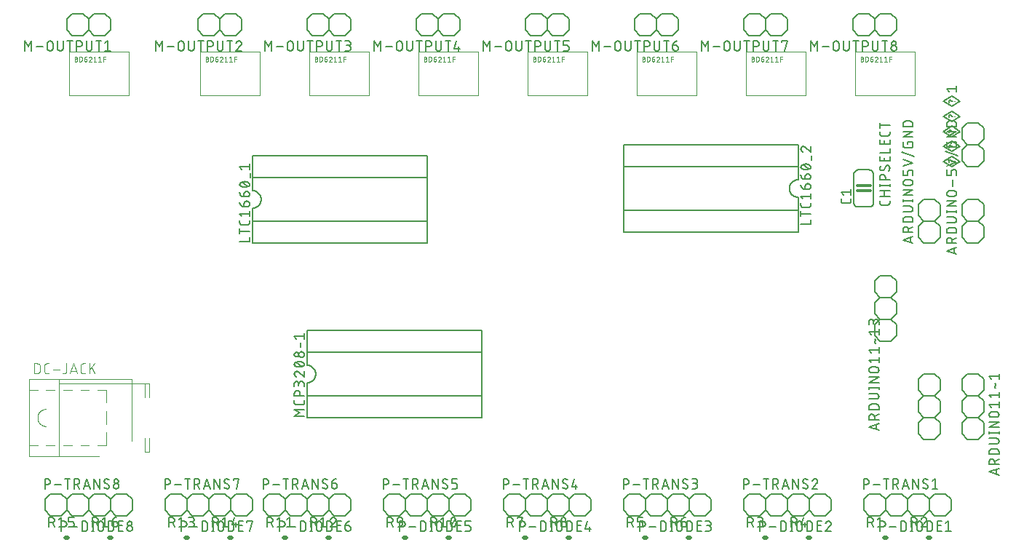
<source format=gbr>
G04 EAGLE Gerber RS-274X export*
G75*
%MOMM*%
%FSLAX34Y34*%
%LPD*%
%INSilkscreen Top*%
%IPPOS*%
%AMOC8*
5,1,8,0,0,1.08239X$1,22.5*%
G01*
%ADD10C,0.152400*%
%ADD11C,0.127000*%
%ADD12C,0.304800*%
%ADD13C,0.508000*%
%ADD14C,0.076200*%
%ADD15C,0.050800*%
%ADD16C,0.100000*%
%ADD17C,0.101600*%


D10*
X1117600Y412750D02*
X1117600Y425450D01*
X1123950Y431800D01*
X1136650Y431800D01*
X1143000Y425450D01*
X1136650Y406400D02*
X1123950Y406400D01*
X1117600Y412750D01*
X1136650Y406400D02*
X1143000Y412750D01*
X1143000Y425450D01*
X1123950Y431800D02*
X1117600Y438150D01*
X1117600Y450850D01*
X1123950Y457200D01*
X1136650Y457200D01*
X1143000Y450850D01*
X1143000Y438150D01*
X1136650Y431800D01*
D11*
X1111377Y393573D02*
X1099947Y397383D01*
X1111377Y401193D01*
X1108520Y400241D02*
X1108520Y394526D01*
X1111377Y406102D02*
X1099947Y406102D01*
X1099947Y409277D01*
X1099949Y409388D01*
X1099955Y409498D01*
X1099964Y409609D01*
X1099978Y409719D01*
X1099995Y409828D01*
X1100016Y409937D01*
X1100041Y410045D01*
X1100070Y410152D01*
X1100102Y410258D01*
X1100138Y410363D01*
X1100178Y410466D01*
X1100221Y410568D01*
X1100268Y410669D01*
X1100319Y410768D01*
X1100372Y410865D01*
X1100429Y410959D01*
X1100490Y411052D01*
X1100553Y411143D01*
X1100620Y411232D01*
X1100690Y411318D01*
X1100763Y411401D01*
X1100838Y411483D01*
X1100916Y411561D01*
X1100998Y411636D01*
X1101081Y411709D01*
X1101167Y411779D01*
X1101256Y411846D01*
X1101347Y411909D01*
X1101440Y411970D01*
X1101535Y412027D01*
X1101631Y412080D01*
X1101730Y412131D01*
X1101831Y412178D01*
X1101933Y412221D01*
X1102036Y412261D01*
X1102141Y412297D01*
X1102247Y412329D01*
X1102354Y412358D01*
X1102462Y412383D01*
X1102571Y412404D01*
X1102680Y412421D01*
X1102790Y412435D01*
X1102901Y412444D01*
X1103011Y412450D01*
X1103122Y412452D01*
X1103233Y412450D01*
X1103343Y412444D01*
X1103454Y412435D01*
X1103564Y412421D01*
X1103673Y412404D01*
X1103782Y412383D01*
X1103890Y412358D01*
X1103997Y412329D01*
X1104103Y412297D01*
X1104208Y412261D01*
X1104311Y412221D01*
X1104413Y412178D01*
X1104514Y412131D01*
X1104613Y412080D01*
X1104710Y412027D01*
X1104804Y411970D01*
X1104897Y411909D01*
X1104988Y411846D01*
X1105077Y411779D01*
X1105163Y411709D01*
X1105246Y411636D01*
X1105328Y411561D01*
X1105406Y411483D01*
X1105481Y411401D01*
X1105554Y411318D01*
X1105624Y411232D01*
X1105691Y411143D01*
X1105754Y411052D01*
X1105815Y410959D01*
X1105872Y410865D01*
X1105925Y410768D01*
X1105976Y410669D01*
X1106023Y410568D01*
X1106066Y410466D01*
X1106106Y410363D01*
X1106142Y410258D01*
X1106174Y410152D01*
X1106203Y410045D01*
X1106228Y409937D01*
X1106249Y409828D01*
X1106266Y409719D01*
X1106280Y409609D01*
X1106289Y409498D01*
X1106295Y409388D01*
X1106297Y409277D01*
X1106297Y406102D01*
X1106297Y409912D02*
X1111377Y412452D01*
X1111377Y417830D02*
X1099947Y417830D01*
X1099947Y421005D01*
X1099949Y421116D01*
X1099955Y421226D01*
X1099964Y421337D01*
X1099978Y421447D01*
X1099995Y421556D01*
X1100016Y421665D01*
X1100041Y421773D01*
X1100070Y421880D01*
X1100102Y421986D01*
X1100138Y422091D01*
X1100178Y422194D01*
X1100221Y422296D01*
X1100268Y422397D01*
X1100319Y422496D01*
X1100372Y422593D01*
X1100429Y422687D01*
X1100490Y422780D01*
X1100553Y422871D01*
X1100620Y422960D01*
X1100690Y423046D01*
X1100763Y423129D01*
X1100838Y423211D01*
X1100916Y423289D01*
X1100998Y423364D01*
X1101081Y423437D01*
X1101167Y423507D01*
X1101256Y423574D01*
X1101347Y423637D01*
X1101440Y423698D01*
X1101535Y423755D01*
X1101631Y423808D01*
X1101730Y423859D01*
X1101831Y423906D01*
X1101933Y423949D01*
X1102036Y423989D01*
X1102141Y424025D01*
X1102247Y424057D01*
X1102354Y424086D01*
X1102462Y424111D01*
X1102571Y424132D01*
X1102680Y424149D01*
X1102790Y424163D01*
X1102901Y424172D01*
X1103011Y424178D01*
X1103122Y424180D01*
X1108202Y424180D01*
X1108313Y424178D01*
X1108423Y424172D01*
X1108534Y424163D01*
X1108644Y424149D01*
X1108753Y424132D01*
X1108862Y424111D01*
X1108970Y424086D01*
X1109077Y424057D01*
X1109183Y424025D01*
X1109288Y423989D01*
X1109391Y423949D01*
X1109493Y423906D01*
X1109594Y423859D01*
X1109693Y423808D01*
X1109790Y423755D01*
X1109884Y423698D01*
X1109977Y423637D01*
X1110068Y423574D01*
X1110157Y423507D01*
X1110243Y423437D01*
X1110326Y423364D01*
X1110408Y423289D01*
X1110486Y423211D01*
X1110561Y423129D01*
X1110634Y423046D01*
X1110704Y422960D01*
X1110771Y422871D01*
X1110834Y422780D01*
X1110895Y422687D01*
X1110952Y422593D01*
X1111005Y422496D01*
X1111056Y422397D01*
X1111103Y422296D01*
X1111146Y422194D01*
X1111186Y422091D01*
X1111222Y421986D01*
X1111254Y421880D01*
X1111283Y421773D01*
X1111308Y421665D01*
X1111329Y421556D01*
X1111346Y421447D01*
X1111360Y421337D01*
X1111369Y421226D01*
X1111375Y421116D01*
X1111377Y421005D01*
X1111377Y417830D01*
X1108202Y430022D02*
X1099947Y430022D01*
X1108202Y430022D02*
X1108313Y430024D01*
X1108423Y430030D01*
X1108534Y430039D01*
X1108644Y430053D01*
X1108753Y430070D01*
X1108862Y430091D01*
X1108970Y430116D01*
X1109077Y430145D01*
X1109183Y430177D01*
X1109288Y430213D01*
X1109391Y430253D01*
X1109493Y430296D01*
X1109594Y430343D01*
X1109693Y430394D01*
X1109790Y430447D01*
X1109884Y430504D01*
X1109977Y430565D01*
X1110068Y430628D01*
X1110157Y430695D01*
X1110243Y430765D01*
X1110326Y430838D01*
X1110408Y430913D01*
X1110486Y430991D01*
X1110561Y431073D01*
X1110634Y431156D01*
X1110704Y431242D01*
X1110771Y431331D01*
X1110834Y431422D01*
X1110895Y431515D01*
X1110952Y431609D01*
X1111005Y431706D01*
X1111056Y431805D01*
X1111103Y431906D01*
X1111146Y432008D01*
X1111186Y432111D01*
X1111222Y432216D01*
X1111254Y432322D01*
X1111283Y432429D01*
X1111308Y432537D01*
X1111329Y432646D01*
X1111346Y432755D01*
X1111360Y432865D01*
X1111369Y432976D01*
X1111375Y433086D01*
X1111377Y433197D01*
X1111375Y433308D01*
X1111369Y433418D01*
X1111360Y433529D01*
X1111346Y433639D01*
X1111329Y433748D01*
X1111308Y433857D01*
X1111283Y433965D01*
X1111254Y434072D01*
X1111222Y434178D01*
X1111186Y434283D01*
X1111146Y434386D01*
X1111103Y434488D01*
X1111056Y434589D01*
X1111005Y434688D01*
X1110952Y434784D01*
X1110895Y434879D01*
X1110834Y434972D01*
X1110771Y435063D01*
X1110704Y435152D01*
X1110634Y435238D01*
X1110561Y435321D01*
X1110486Y435403D01*
X1110408Y435481D01*
X1110326Y435556D01*
X1110243Y435629D01*
X1110157Y435699D01*
X1110068Y435766D01*
X1109977Y435829D01*
X1109884Y435890D01*
X1109790Y435947D01*
X1109693Y436000D01*
X1109594Y436051D01*
X1109493Y436098D01*
X1109391Y436141D01*
X1109288Y436181D01*
X1109183Y436217D01*
X1109077Y436249D01*
X1108970Y436278D01*
X1108862Y436303D01*
X1108753Y436324D01*
X1108644Y436341D01*
X1108534Y436355D01*
X1108423Y436364D01*
X1108313Y436370D01*
X1108202Y436372D01*
X1099947Y436372D01*
X1099947Y442722D02*
X1111377Y442722D01*
X1111377Y441452D02*
X1111377Y443992D01*
X1099947Y443992D02*
X1099947Y441452D01*
X1099947Y449072D02*
X1111377Y449072D01*
X1111377Y455422D02*
X1099947Y449072D01*
X1099947Y455422D02*
X1111377Y455422D01*
X1108202Y460883D02*
X1103122Y460883D01*
X1103011Y460885D01*
X1102901Y460891D01*
X1102790Y460900D01*
X1102680Y460914D01*
X1102571Y460931D01*
X1102462Y460952D01*
X1102354Y460977D01*
X1102247Y461006D01*
X1102141Y461038D01*
X1102036Y461074D01*
X1101933Y461114D01*
X1101831Y461157D01*
X1101730Y461204D01*
X1101631Y461255D01*
X1101535Y461308D01*
X1101440Y461365D01*
X1101347Y461426D01*
X1101256Y461489D01*
X1101167Y461556D01*
X1101081Y461626D01*
X1100998Y461699D01*
X1100916Y461774D01*
X1100838Y461852D01*
X1100763Y461934D01*
X1100690Y462017D01*
X1100620Y462103D01*
X1100553Y462192D01*
X1100490Y462283D01*
X1100429Y462376D01*
X1100372Y462471D01*
X1100319Y462567D01*
X1100268Y462666D01*
X1100221Y462767D01*
X1100178Y462869D01*
X1100138Y462972D01*
X1100102Y463077D01*
X1100070Y463183D01*
X1100041Y463290D01*
X1100016Y463398D01*
X1099995Y463507D01*
X1099978Y463616D01*
X1099964Y463726D01*
X1099955Y463837D01*
X1099949Y463947D01*
X1099947Y464058D01*
X1099949Y464169D01*
X1099955Y464279D01*
X1099964Y464390D01*
X1099978Y464500D01*
X1099995Y464609D01*
X1100016Y464718D01*
X1100041Y464826D01*
X1100070Y464933D01*
X1100102Y465039D01*
X1100138Y465144D01*
X1100178Y465247D01*
X1100221Y465349D01*
X1100268Y465450D01*
X1100319Y465549D01*
X1100372Y465646D01*
X1100429Y465740D01*
X1100490Y465833D01*
X1100553Y465924D01*
X1100620Y466013D01*
X1100690Y466099D01*
X1100763Y466182D01*
X1100838Y466264D01*
X1100916Y466342D01*
X1100998Y466417D01*
X1101081Y466490D01*
X1101167Y466560D01*
X1101256Y466627D01*
X1101347Y466690D01*
X1101440Y466751D01*
X1101535Y466808D01*
X1101631Y466861D01*
X1101730Y466912D01*
X1101831Y466959D01*
X1101933Y467002D01*
X1102036Y467042D01*
X1102141Y467078D01*
X1102247Y467110D01*
X1102354Y467139D01*
X1102462Y467164D01*
X1102571Y467185D01*
X1102680Y467202D01*
X1102790Y467216D01*
X1102901Y467225D01*
X1103011Y467231D01*
X1103122Y467233D01*
X1108202Y467233D01*
X1108313Y467231D01*
X1108423Y467225D01*
X1108534Y467216D01*
X1108644Y467202D01*
X1108753Y467185D01*
X1108862Y467164D01*
X1108970Y467139D01*
X1109077Y467110D01*
X1109183Y467078D01*
X1109288Y467042D01*
X1109391Y467002D01*
X1109493Y466959D01*
X1109594Y466912D01*
X1109693Y466861D01*
X1109790Y466808D01*
X1109884Y466751D01*
X1109977Y466690D01*
X1110068Y466627D01*
X1110157Y466560D01*
X1110243Y466490D01*
X1110326Y466417D01*
X1110408Y466342D01*
X1110486Y466264D01*
X1110561Y466182D01*
X1110634Y466099D01*
X1110704Y466013D01*
X1110771Y465924D01*
X1110834Y465833D01*
X1110895Y465740D01*
X1110952Y465645D01*
X1111005Y465549D01*
X1111056Y465450D01*
X1111103Y465349D01*
X1111146Y465247D01*
X1111186Y465144D01*
X1111222Y465039D01*
X1111254Y464933D01*
X1111283Y464826D01*
X1111308Y464718D01*
X1111329Y464609D01*
X1111346Y464500D01*
X1111360Y464390D01*
X1111369Y464279D01*
X1111375Y464169D01*
X1111377Y464058D01*
X1111375Y463947D01*
X1111369Y463837D01*
X1111360Y463726D01*
X1111346Y463616D01*
X1111329Y463507D01*
X1111308Y463398D01*
X1111283Y463290D01*
X1111254Y463183D01*
X1111222Y463077D01*
X1111186Y462972D01*
X1111146Y462869D01*
X1111103Y462767D01*
X1111056Y462666D01*
X1111005Y462567D01*
X1110952Y462470D01*
X1110895Y462376D01*
X1110834Y462283D01*
X1110771Y462192D01*
X1110704Y462103D01*
X1110634Y462017D01*
X1110561Y461934D01*
X1110486Y461852D01*
X1110408Y461774D01*
X1110326Y461699D01*
X1110243Y461626D01*
X1110157Y461556D01*
X1110068Y461489D01*
X1109977Y461426D01*
X1109884Y461365D01*
X1109790Y461308D01*
X1109693Y461255D01*
X1109594Y461204D01*
X1109493Y461157D01*
X1109391Y461114D01*
X1109288Y461074D01*
X1109183Y461038D01*
X1109077Y461006D01*
X1108970Y460977D01*
X1108862Y460952D01*
X1108753Y460931D01*
X1108644Y460914D01*
X1108534Y460900D01*
X1108423Y460891D01*
X1108313Y460885D01*
X1108202Y460883D01*
X1106932Y472440D02*
X1106932Y480060D01*
X1111377Y485267D02*
X1111377Y489077D01*
X1111375Y489177D01*
X1111369Y489276D01*
X1111359Y489376D01*
X1111346Y489474D01*
X1111328Y489573D01*
X1111307Y489670D01*
X1111282Y489766D01*
X1111253Y489862D01*
X1111220Y489956D01*
X1111184Y490049D01*
X1111144Y490140D01*
X1111100Y490230D01*
X1111053Y490318D01*
X1111003Y490404D01*
X1110949Y490488D01*
X1110892Y490570D01*
X1110832Y490649D01*
X1110768Y490727D01*
X1110702Y490801D01*
X1110633Y490873D01*
X1110561Y490942D01*
X1110487Y491008D01*
X1110409Y491072D01*
X1110330Y491132D01*
X1110248Y491189D01*
X1110164Y491243D01*
X1110078Y491293D01*
X1109990Y491340D01*
X1109900Y491384D01*
X1109809Y491424D01*
X1109716Y491460D01*
X1109622Y491493D01*
X1109526Y491522D01*
X1109430Y491547D01*
X1109333Y491568D01*
X1109234Y491586D01*
X1109136Y491599D01*
X1109036Y491609D01*
X1108937Y491615D01*
X1108837Y491617D01*
X1107567Y491617D01*
X1107467Y491615D01*
X1107368Y491609D01*
X1107268Y491599D01*
X1107170Y491586D01*
X1107071Y491568D01*
X1106974Y491547D01*
X1106878Y491522D01*
X1106782Y491493D01*
X1106688Y491460D01*
X1106595Y491424D01*
X1106504Y491384D01*
X1106414Y491340D01*
X1106326Y491293D01*
X1106240Y491243D01*
X1106156Y491189D01*
X1106074Y491132D01*
X1105995Y491072D01*
X1105917Y491008D01*
X1105843Y490942D01*
X1105771Y490873D01*
X1105702Y490801D01*
X1105636Y490727D01*
X1105572Y490649D01*
X1105512Y490570D01*
X1105455Y490488D01*
X1105401Y490404D01*
X1105351Y490318D01*
X1105304Y490230D01*
X1105260Y490140D01*
X1105220Y490049D01*
X1105184Y489956D01*
X1105151Y489862D01*
X1105122Y489766D01*
X1105097Y489670D01*
X1105076Y489573D01*
X1105058Y489474D01*
X1105045Y489376D01*
X1105035Y489276D01*
X1105029Y489177D01*
X1105027Y489077D01*
X1105027Y485267D01*
X1099947Y485267D01*
X1099947Y491617D01*
X1099947Y496062D02*
X1111377Y499872D01*
X1099947Y503682D01*
X1098677Y512699D02*
X1112647Y507619D01*
X1105027Y522097D02*
X1105027Y524002D01*
X1111377Y524002D01*
X1111377Y520192D01*
X1111375Y520092D01*
X1111369Y519993D01*
X1111359Y519893D01*
X1111346Y519795D01*
X1111328Y519696D01*
X1111307Y519599D01*
X1111282Y519503D01*
X1111253Y519407D01*
X1111220Y519313D01*
X1111184Y519220D01*
X1111144Y519129D01*
X1111100Y519039D01*
X1111053Y518951D01*
X1111003Y518865D01*
X1110949Y518781D01*
X1110892Y518699D01*
X1110832Y518620D01*
X1110768Y518542D01*
X1110702Y518468D01*
X1110633Y518396D01*
X1110561Y518327D01*
X1110487Y518261D01*
X1110409Y518197D01*
X1110330Y518137D01*
X1110248Y518080D01*
X1110164Y518026D01*
X1110078Y517976D01*
X1109990Y517929D01*
X1109900Y517885D01*
X1109809Y517845D01*
X1109716Y517809D01*
X1109622Y517776D01*
X1109526Y517747D01*
X1109430Y517722D01*
X1109333Y517701D01*
X1109234Y517683D01*
X1109136Y517670D01*
X1109036Y517660D01*
X1108937Y517654D01*
X1108837Y517652D01*
X1102487Y517652D01*
X1102387Y517654D01*
X1102288Y517660D01*
X1102188Y517670D01*
X1102090Y517683D01*
X1101991Y517701D01*
X1101894Y517722D01*
X1101798Y517747D01*
X1101702Y517776D01*
X1101608Y517809D01*
X1101515Y517845D01*
X1101424Y517885D01*
X1101334Y517929D01*
X1101246Y517976D01*
X1101160Y518026D01*
X1101076Y518080D01*
X1100994Y518137D01*
X1100915Y518197D01*
X1100837Y518261D01*
X1100763Y518327D01*
X1100691Y518396D01*
X1100622Y518468D01*
X1100556Y518542D01*
X1100492Y518620D01*
X1100432Y518699D01*
X1100375Y518781D01*
X1100321Y518865D01*
X1100271Y518951D01*
X1100224Y519039D01*
X1100180Y519129D01*
X1100140Y519220D01*
X1100104Y519313D01*
X1100071Y519407D01*
X1100042Y519503D01*
X1100017Y519599D01*
X1099996Y519696D01*
X1099978Y519795D01*
X1099965Y519893D01*
X1099955Y519993D01*
X1099949Y520092D01*
X1099947Y520192D01*
X1099947Y524002D01*
X1099947Y529844D02*
X1111377Y529844D01*
X1111377Y536194D02*
X1099947Y529844D01*
X1099947Y536194D02*
X1111377Y536194D01*
X1111377Y542036D02*
X1099947Y542036D01*
X1099947Y545211D01*
X1099949Y545322D01*
X1099955Y545432D01*
X1099964Y545543D01*
X1099978Y545653D01*
X1099995Y545762D01*
X1100016Y545871D01*
X1100041Y545979D01*
X1100070Y546086D01*
X1100102Y546192D01*
X1100138Y546297D01*
X1100178Y546400D01*
X1100221Y546502D01*
X1100268Y546603D01*
X1100319Y546702D01*
X1100372Y546799D01*
X1100429Y546893D01*
X1100490Y546986D01*
X1100553Y547077D01*
X1100620Y547166D01*
X1100690Y547252D01*
X1100763Y547335D01*
X1100838Y547417D01*
X1100916Y547495D01*
X1100998Y547570D01*
X1101081Y547643D01*
X1101167Y547713D01*
X1101256Y547780D01*
X1101347Y547843D01*
X1101440Y547904D01*
X1101535Y547961D01*
X1101631Y548014D01*
X1101730Y548065D01*
X1101831Y548112D01*
X1101933Y548155D01*
X1102036Y548195D01*
X1102141Y548231D01*
X1102247Y548263D01*
X1102354Y548292D01*
X1102462Y548317D01*
X1102571Y548338D01*
X1102680Y548355D01*
X1102790Y548369D01*
X1102901Y548378D01*
X1103011Y548384D01*
X1103122Y548386D01*
X1108202Y548386D01*
X1108313Y548384D01*
X1108423Y548378D01*
X1108534Y548369D01*
X1108644Y548355D01*
X1108753Y548338D01*
X1108862Y548317D01*
X1108970Y548292D01*
X1109077Y548263D01*
X1109183Y548231D01*
X1109288Y548195D01*
X1109391Y548155D01*
X1109493Y548112D01*
X1109594Y548065D01*
X1109693Y548014D01*
X1109790Y547961D01*
X1109884Y547904D01*
X1109977Y547843D01*
X1110068Y547780D01*
X1110157Y547713D01*
X1110243Y547643D01*
X1110326Y547570D01*
X1110408Y547495D01*
X1110486Y547417D01*
X1110561Y547335D01*
X1110634Y547252D01*
X1110704Y547166D01*
X1110771Y547077D01*
X1110834Y546986D01*
X1110895Y546893D01*
X1110952Y546799D01*
X1111005Y546702D01*
X1111056Y546603D01*
X1111103Y546502D01*
X1111146Y546400D01*
X1111186Y546297D01*
X1111222Y546192D01*
X1111254Y546086D01*
X1111283Y545979D01*
X1111308Y545871D01*
X1111329Y545762D01*
X1111346Y545653D01*
X1111360Y545543D01*
X1111369Y545432D01*
X1111375Y545322D01*
X1111377Y545211D01*
X1111377Y542036D01*
D10*
X1143000Y247650D02*
X1143000Y234950D01*
X1136650Y228600D01*
X1123950Y228600D01*
X1117600Y234950D01*
X1136650Y228600D02*
X1143000Y222250D01*
X1143000Y209550D01*
X1136650Y203200D01*
X1123950Y203200D01*
X1117600Y209550D01*
X1117600Y222250D01*
X1123950Y228600D01*
X1123950Y254000D02*
X1136650Y254000D01*
X1143000Y247650D01*
X1123950Y254000D02*
X1117600Y247650D01*
X1117600Y234950D01*
X1136650Y203200D02*
X1143000Y196850D01*
X1143000Y184150D01*
X1136650Y177800D01*
X1123950Y177800D01*
X1117600Y184150D01*
X1117600Y196850D01*
X1123950Y203200D01*
D11*
X1149223Y140081D02*
X1160653Y136271D01*
X1160653Y143891D02*
X1149223Y140081D01*
X1157796Y142939D02*
X1157796Y137224D01*
X1160653Y148800D02*
X1149223Y148800D01*
X1149223Y151975D01*
X1149225Y152086D01*
X1149231Y152196D01*
X1149240Y152307D01*
X1149254Y152417D01*
X1149271Y152526D01*
X1149292Y152635D01*
X1149317Y152743D01*
X1149346Y152850D01*
X1149378Y152956D01*
X1149414Y153061D01*
X1149454Y153164D01*
X1149497Y153266D01*
X1149544Y153367D01*
X1149595Y153466D01*
X1149648Y153563D01*
X1149705Y153657D01*
X1149766Y153750D01*
X1149829Y153841D01*
X1149896Y153930D01*
X1149966Y154016D01*
X1150039Y154099D01*
X1150114Y154181D01*
X1150192Y154259D01*
X1150274Y154334D01*
X1150357Y154407D01*
X1150443Y154477D01*
X1150532Y154544D01*
X1150623Y154607D01*
X1150716Y154668D01*
X1150811Y154725D01*
X1150907Y154778D01*
X1151006Y154829D01*
X1151107Y154876D01*
X1151209Y154919D01*
X1151312Y154959D01*
X1151417Y154995D01*
X1151523Y155027D01*
X1151630Y155056D01*
X1151738Y155081D01*
X1151847Y155102D01*
X1151956Y155119D01*
X1152066Y155133D01*
X1152177Y155142D01*
X1152287Y155148D01*
X1152398Y155150D01*
X1152509Y155148D01*
X1152619Y155142D01*
X1152730Y155133D01*
X1152840Y155119D01*
X1152949Y155102D01*
X1153058Y155081D01*
X1153166Y155056D01*
X1153273Y155027D01*
X1153379Y154995D01*
X1153484Y154959D01*
X1153587Y154919D01*
X1153689Y154876D01*
X1153790Y154829D01*
X1153889Y154778D01*
X1153986Y154725D01*
X1154080Y154668D01*
X1154173Y154607D01*
X1154264Y154544D01*
X1154353Y154477D01*
X1154439Y154407D01*
X1154522Y154334D01*
X1154604Y154259D01*
X1154682Y154181D01*
X1154757Y154099D01*
X1154830Y154016D01*
X1154900Y153930D01*
X1154967Y153841D01*
X1155030Y153750D01*
X1155091Y153657D01*
X1155148Y153563D01*
X1155201Y153466D01*
X1155252Y153367D01*
X1155299Y153266D01*
X1155342Y153164D01*
X1155382Y153061D01*
X1155418Y152956D01*
X1155450Y152850D01*
X1155479Y152743D01*
X1155504Y152635D01*
X1155525Y152526D01*
X1155542Y152417D01*
X1155556Y152307D01*
X1155565Y152196D01*
X1155571Y152086D01*
X1155573Y151975D01*
X1155573Y148800D01*
X1155573Y152610D02*
X1160653Y155150D01*
X1160653Y160528D02*
X1149223Y160528D01*
X1149223Y163703D01*
X1149225Y163814D01*
X1149231Y163924D01*
X1149240Y164035D01*
X1149254Y164145D01*
X1149271Y164254D01*
X1149292Y164363D01*
X1149317Y164471D01*
X1149346Y164578D01*
X1149378Y164684D01*
X1149414Y164789D01*
X1149454Y164892D01*
X1149497Y164994D01*
X1149544Y165095D01*
X1149595Y165194D01*
X1149648Y165291D01*
X1149705Y165385D01*
X1149766Y165478D01*
X1149829Y165569D01*
X1149896Y165658D01*
X1149966Y165744D01*
X1150039Y165827D01*
X1150114Y165909D01*
X1150192Y165987D01*
X1150274Y166062D01*
X1150357Y166135D01*
X1150443Y166205D01*
X1150532Y166272D01*
X1150623Y166335D01*
X1150716Y166396D01*
X1150811Y166453D01*
X1150907Y166506D01*
X1151006Y166557D01*
X1151107Y166604D01*
X1151209Y166647D01*
X1151312Y166687D01*
X1151417Y166723D01*
X1151523Y166755D01*
X1151630Y166784D01*
X1151738Y166809D01*
X1151847Y166830D01*
X1151956Y166847D01*
X1152066Y166861D01*
X1152177Y166870D01*
X1152287Y166876D01*
X1152398Y166878D01*
X1157478Y166878D01*
X1157589Y166876D01*
X1157699Y166870D01*
X1157810Y166861D01*
X1157920Y166847D01*
X1158029Y166830D01*
X1158138Y166809D01*
X1158246Y166784D01*
X1158353Y166755D01*
X1158459Y166723D01*
X1158564Y166687D01*
X1158667Y166647D01*
X1158769Y166604D01*
X1158870Y166557D01*
X1158969Y166506D01*
X1159066Y166453D01*
X1159160Y166396D01*
X1159253Y166335D01*
X1159344Y166272D01*
X1159433Y166205D01*
X1159519Y166135D01*
X1159602Y166062D01*
X1159684Y165987D01*
X1159762Y165909D01*
X1159837Y165827D01*
X1159910Y165744D01*
X1159980Y165658D01*
X1160047Y165569D01*
X1160110Y165478D01*
X1160171Y165385D01*
X1160228Y165291D01*
X1160281Y165194D01*
X1160332Y165095D01*
X1160379Y164994D01*
X1160422Y164892D01*
X1160462Y164789D01*
X1160498Y164684D01*
X1160530Y164578D01*
X1160559Y164471D01*
X1160584Y164363D01*
X1160605Y164254D01*
X1160622Y164145D01*
X1160636Y164035D01*
X1160645Y163924D01*
X1160651Y163814D01*
X1160653Y163703D01*
X1160653Y160528D01*
X1157478Y172720D02*
X1149223Y172720D01*
X1157478Y172720D02*
X1157589Y172722D01*
X1157699Y172728D01*
X1157810Y172737D01*
X1157920Y172751D01*
X1158029Y172768D01*
X1158138Y172789D01*
X1158246Y172814D01*
X1158353Y172843D01*
X1158459Y172875D01*
X1158564Y172911D01*
X1158667Y172951D01*
X1158769Y172994D01*
X1158870Y173041D01*
X1158969Y173092D01*
X1159066Y173145D01*
X1159160Y173202D01*
X1159253Y173263D01*
X1159344Y173326D01*
X1159433Y173393D01*
X1159519Y173463D01*
X1159602Y173536D01*
X1159684Y173611D01*
X1159762Y173689D01*
X1159837Y173771D01*
X1159910Y173854D01*
X1159980Y173940D01*
X1160047Y174029D01*
X1160110Y174120D01*
X1160171Y174213D01*
X1160228Y174307D01*
X1160281Y174404D01*
X1160332Y174503D01*
X1160379Y174604D01*
X1160422Y174706D01*
X1160462Y174809D01*
X1160498Y174914D01*
X1160530Y175020D01*
X1160559Y175127D01*
X1160584Y175235D01*
X1160605Y175344D01*
X1160622Y175453D01*
X1160636Y175563D01*
X1160645Y175674D01*
X1160651Y175784D01*
X1160653Y175895D01*
X1160651Y176006D01*
X1160645Y176116D01*
X1160636Y176227D01*
X1160622Y176337D01*
X1160605Y176446D01*
X1160584Y176555D01*
X1160559Y176663D01*
X1160530Y176770D01*
X1160498Y176876D01*
X1160462Y176981D01*
X1160422Y177084D01*
X1160379Y177186D01*
X1160332Y177287D01*
X1160281Y177386D01*
X1160228Y177482D01*
X1160171Y177577D01*
X1160110Y177670D01*
X1160047Y177761D01*
X1159980Y177850D01*
X1159910Y177936D01*
X1159837Y178019D01*
X1159762Y178101D01*
X1159684Y178179D01*
X1159602Y178254D01*
X1159519Y178327D01*
X1159433Y178397D01*
X1159344Y178464D01*
X1159253Y178527D01*
X1159160Y178588D01*
X1159066Y178645D01*
X1158969Y178698D01*
X1158870Y178749D01*
X1158769Y178796D01*
X1158667Y178839D01*
X1158564Y178879D01*
X1158459Y178915D01*
X1158353Y178947D01*
X1158246Y178976D01*
X1158138Y179001D01*
X1158029Y179022D01*
X1157920Y179039D01*
X1157810Y179053D01*
X1157699Y179062D01*
X1157589Y179068D01*
X1157478Y179070D01*
X1149223Y179070D01*
X1149223Y185420D02*
X1160653Y185420D01*
X1160653Y184150D02*
X1160653Y186690D01*
X1149223Y186690D02*
X1149223Y184150D01*
X1149223Y191770D02*
X1160653Y191770D01*
X1160653Y198120D02*
X1149223Y191770D01*
X1149223Y198120D02*
X1160653Y198120D01*
X1157478Y203581D02*
X1152398Y203581D01*
X1152287Y203583D01*
X1152177Y203589D01*
X1152066Y203598D01*
X1151956Y203612D01*
X1151847Y203629D01*
X1151738Y203650D01*
X1151630Y203675D01*
X1151523Y203704D01*
X1151417Y203736D01*
X1151312Y203772D01*
X1151209Y203812D01*
X1151107Y203855D01*
X1151006Y203902D01*
X1150907Y203953D01*
X1150811Y204006D01*
X1150716Y204063D01*
X1150623Y204124D01*
X1150532Y204187D01*
X1150443Y204254D01*
X1150357Y204324D01*
X1150274Y204397D01*
X1150192Y204472D01*
X1150114Y204550D01*
X1150039Y204632D01*
X1149966Y204715D01*
X1149896Y204801D01*
X1149829Y204890D01*
X1149766Y204981D01*
X1149705Y205074D01*
X1149648Y205169D01*
X1149595Y205265D01*
X1149544Y205364D01*
X1149497Y205465D01*
X1149454Y205567D01*
X1149414Y205670D01*
X1149378Y205775D01*
X1149346Y205881D01*
X1149317Y205988D01*
X1149292Y206096D01*
X1149271Y206205D01*
X1149254Y206314D01*
X1149240Y206424D01*
X1149231Y206535D01*
X1149225Y206645D01*
X1149223Y206756D01*
X1149225Y206867D01*
X1149231Y206977D01*
X1149240Y207088D01*
X1149254Y207198D01*
X1149271Y207307D01*
X1149292Y207416D01*
X1149317Y207524D01*
X1149346Y207631D01*
X1149378Y207737D01*
X1149414Y207842D01*
X1149454Y207945D01*
X1149497Y208047D01*
X1149544Y208148D01*
X1149595Y208247D01*
X1149648Y208344D01*
X1149705Y208438D01*
X1149766Y208531D01*
X1149829Y208622D01*
X1149896Y208711D01*
X1149966Y208797D01*
X1150039Y208880D01*
X1150114Y208962D01*
X1150192Y209040D01*
X1150274Y209115D01*
X1150357Y209188D01*
X1150443Y209258D01*
X1150532Y209325D01*
X1150623Y209388D01*
X1150716Y209449D01*
X1150811Y209506D01*
X1150907Y209559D01*
X1151006Y209610D01*
X1151107Y209657D01*
X1151209Y209700D01*
X1151312Y209740D01*
X1151417Y209776D01*
X1151523Y209808D01*
X1151630Y209837D01*
X1151738Y209862D01*
X1151847Y209883D01*
X1151956Y209900D01*
X1152066Y209914D01*
X1152177Y209923D01*
X1152287Y209929D01*
X1152398Y209931D01*
X1157478Y209931D01*
X1157589Y209929D01*
X1157699Y209923D01*
X1157810Y209914D01*
X1157920Y209900D01*
X1158029Y209883D01*
X1158138Y209862D01*
X1158246Y209837D01*
X1158353Y209808D01*
X1158459Y209776D01*
X1158564Y209740D01*
X1158667Y209700D01*
X1158769Y209657D01*
X1158870Y209610D01*
X1158969Y209559D01*
X1159066Y209506D01*
X1159160Y209449D01*
X1159253Y209388D01*
X1159344Y209325D01*
X1159433Y209258D01*
X1159519Y209188D01*
X1159602Y209115D01*
X1159684Y209040D01*
X1159762Y208962D01*
X1159837Y208880D01*
X1159910Y208797D01*
X1159980Y208711D01*
X1160047Y208622D01*
X1160110Y208531D01*
X1160171Y208438D01*
X1160228Y208343D01*
X1160281Y208247D01*
X1160332Y208148D01*
X1160379Y208047D01*
X1160422Y207945D01*
X1160462Y207842D01*
X1160498Y207737D01*
X1160530Y207631D01*
X1160559Y207524D01*
X1160584Y207416D01*
X1160605Y207307D01*
X1160622Y207198D01*
X1160636Y207088D01*
X1160645Y206977D01*
X1160651Y206867D01*
X1160653Y206756D01*
X1160651Y206645D01*
X1160645Y206535D01*
X1160636Y206424D01*
X1160622Y206314D01*
X1160605Y206205D01*
X1160584Y206096D01*
X1160559Y205988D01*
X1160530Y205881D01*
X1160498Y205775D01*
X1160462Y205670D01*
X1160422Y205567D01*
X1160379Y205465D01*
X1160332Y205364D01*
X1160281Y205265D01*
X1160228Y205168D01*
X1160171Y205074D01*
X1160110Y204981D01*
X1160047Y204890D01*
X1159980Y204801D01*
X1159910Y204715D01*
X1159837Y204632D01*
X1159762Y204550D01*
X1159684Y204472D01*
X1159602Y204397D01*
X1159519Y204324D01*
X1159433Y204254D01*
X1159344Y204187D01*
X1159253Y204124D01*
X1159160Y204063D01*
X1159066Y204006D01*
X1158969Y203953D01*
X1158870Y203902D01*
X1158769Y203855D01*
X1158667Y203812D01*
X1158564Y203772D01*
X1158459Y203736D01*
X1158353Y203704D01*
X1158246Y203675D01*
X1158138Y203650D01*
X1158029Y203629D01*
X1157920Y203612D01*
X1157810Y203598D01*
X1157699Y203589D01*
X1157589Y203583D01*
X1157478Y203581D01*
X1151763Y215011D02*
X1149223Y218186D01*
X1160653Y218186D01*
X1160653Y215011D02*
X1160653Y221361D01*
X1151763Y226441D02*
X1149223Y229616D01*
X1160653Y229616D01*
X1160653Y226441D02*
X1160653Y232791D01*
X1156843Y237744D02*
X1156774Y237746D01*
X1156706Y237751D01*
X1156638Y237761D01*
X1156570Y237774D01*
X1156503Y237790D01*
X1156437Y237810D01*
X1156373Y237834D01*
X1156310Y237861D01*
X1156248Y237892D01*
X1156188Y237926D01*
X1156130Y237963D01*
X1156074Y238003D01*
X1156021Y238046D01*
X1155970Y238092D01*
X1155921Y238141D01*
X1155875Y238192D01*
X1155832Y238245D01*
X1155792Y238301D01*
X1155755Y238359D01*
X1155721Y238419D01*
X1155690Y238481D01*
X1155663Y238544D01*
X1155639Y238608D01*
X1155619Y238674D01*
X1155603Y238741D01*
X1155590Y238809D01*
X1155580Y238877D01*
X1155575Y238945D01*
X1155573Y239014D01*
X1155575Y239091D01*
X1155581Y239169D01*
X1155590Y239246D01*
X1155603Y239322D01*
X1155620Y239398D01*
X1155641Y239472D01*
X1155665Y239546D01*
X1155693Y239618D01*
X1155724Y239689D01*
X1155758Y239759D01*
X1155796Y239826D01*
X1155838Y239892D01*
X1155882Y239955D01*
X1155929Y240017D01*
X1155980Y240075D01*
X1156033Y240132D01*
X1156089Y240185D01*
X1156147Y240236D01*
X1156208Y240284D01*
X1156209Y240284D02*
X1156270Y240332D01*
X1156328Y240383D01*
X1156384Y240436D01*
X1156437Y240493D01*
X1156488Y240551D01*
X1156535Y240613D01*
X1156579Y240676D01*
X1156621Y240742D01*
X1156659Y240809D01*
X1156693Y240879D01*
X1156724Y240950D01*
X1156752Y241022D01*
X1156776Y241096D01*
X1156797Y241170D01*
X1156814Y241246D01*
X1156827Y241322D01*
X1156836Y241399D01*
X1156842Y241477D01*
X1156844Y241554D01*
X1156843Y241554D02*
X1156841Y241623D01*
X1156836Y241691D01*
X1156826Y241759D01*
X1156813Y241827D01*
X1156797Y241894D01*
X1156777Y241960D01*
X1156753Y242024D01*
X1156726Y242087D01*
X1156695Y242149D01*
X1156661Y242209D01*
X1156624Y242267D01*
X1156584Y242323D01*
X1156541Y242376D01*
X1156495Y242427D01*
X1156446Y242476D01*
X1156395Y242522D01*
X1156342Y242565D01*
X1156286Y242605D01*
X1156228Y242642D01*
X1156168Y242676D01*
X1156106Y242707D01*
X1156043Y242734D01*
X1155979Y242758D01*
X1155913Y242778D01*
X1155846Y242794D01*
X1155778Y242807D01*
X1155710Y242817D01*
X1155642Y242822D01*
X1155573Y242824D01*
X1151763Y247777D02*
X1149223Y250952D01*
X1160653Y250952D01*
X1160653Y247777D02*
X1160653Y254127D01*
D10*
X1092200Y247650D02*
X1092200Y234950D01*
X1085850Y228600D01*
X1073150Y228600D01*
X1066800Y234950D01*
X1085850Y228600D02*
X1092200Y222250D01*
X1092200Y209550D01*
X1085850Y203200D01*
X1073150Y203200D01*
X1066800Y209550D01*
X1066800Y222250D01*
X1073150Y228600D01*
X1073150Y254000D02*
X1085850Y254000D01*
X1092200Y247650D01*
X1073150Y254000D02*
X1066800Y247650D01*
X1066800Y234950D01*
X1085850Y203200D02*
X1092200Y196850D01*
X1092200Y184150D01*
X1085850Y177800D01*
X1073150Y177800D01*
X1066800Y184150D01*
X1066800Y196850D01*
X1073150Y203200D01*
D11*
X1020953Y188341D02*
X1009523Y192151D01*
X1020953Y195961D01*
X1018096Y195009D02*
X1018096Y189294D01*
X1020953Y200870D02*
X1009523Y200870D01*
X1009523Y204045D01*
X1009525Y204156D01*
X1009531Y204266D01*
X1009540Y204377D01*
X1009554Y204487D01*
X1009571Y204596D01*
X1009592Y204705D01*
X1009617Y204813D01*
X1009646Y204920D01*
X1009678Y205026D01*
X1009714Y205131D01*
X1009754Y205234D01*
X1009797Y205336D01*
X1009844Y205437D01*
X1009895Y205536D01*
X1009948Y205633D01*
X1010005Y205727D01*
X1010066Y205820D01*
X1010129Y205911D01*
X1010196Y206000D01*
X1010266Y206086D01*
X1010339Y206169D01*
X1010414Y206251D01*
X1010492Y206329D01*
X1010574Y206404D01*
X1010657Y206477D01*
X1010743Y206547D01*
X1010832Y206614D01*
X1010923Y206677D01*
X1011016Y206738D01*
X1011111Y206795D01*
X1011207Y206848D01*
X1011306Y206899D01*
X1011407Y206946D01*
X1011509Y206989D01*
X1011612Y207029D01*
X1011717Y207065D01*
X1011823Y207097D01*
X1011930Y207126D01*
X1012038Y207151D01*
X1012147Y207172D01*
X1012256Y207189D01*
X1012366Y207203D01*
X1012477Y207212D01*
X1012587Y207218D01*
X1012698Y207220D01*
X1012809Y207218D01*
X1012919Y207212D01*
X1013030Y207203D01*
X1013140Y207189D01*
X1013249Y207172D01*
X1013358Y207151D01*
X1013466Y207126D01*
X1013573Y207097D01*
X1013679Y207065D01*
X1013784Y207029D01*
X1013887Y206989D01*
X1013989Y206946D01*
X1014090Y206899D01*
X1014189Y206848D01*
X1014286Y206795D01*
X1014380Y206738D01*
X1014473Y206677D01*
X1014564Y206614D01*
X1014653Y206547D01*
X1014739Y206477D01*
X1014822Y206404D01*
X1014904Y206329D01*
X1014982Y206251D01*
X1015057Y206169D01*
X1015130Y206086D01*
X1015200Y206000D01*
X1015267Y205911D01*
X1015330Y205820D01*
X1015391Y205727D01*
X1015448Y205633D01*
X1015501Y205536D01*
X1015552Y205437D01*
X1015599Y205336D01*
X1015642Y205234D01*
X1015682Y205131D01*
X1015718Y205026D01*
X1015750Y204920D01*
X1015779Y204813D01*
X1015804Y204705D01*
X1015825Y204596D01*
X1015842Y204487D01*
X1015856Y204377D01*
X1015865Y204266D01*
X1015871Y204156D01*
X1015873Y204045D01*
X1015873Y200870D01*
X1015873Y204680D02*
X1020953Y207220D01*
X1020953Y212598D02*
X1009523Y212598D01*
X1009523Y215773D01*
X1009525Y215884D01*
X1009531Y215994D01*
X1009540Y216105D01*
X1009554Y216215D01*
X1009571Y216324D01*
X1009592Y216433D01*
X1009617Y216541D01*
X1009646Y216648D01*
X1009678Y216754D01*
X1009714Y216859D01*
X1009754Y216962D01*
X1009797Y217064D01*
X1009844Y217165D01*
X1009895Y217264D01*
X1009948Y217361D01*
X1010005Y217455D01*
X1010066Y217548D01*
X1010129Y217639D01*
X1010196Y217728D01*
X1010266Y217814D01*
X1010339Y217897D01*
X1010414Y217979D01*
X1010492Y218057D01*
X1010574Y218132D01*
X1010657Y218205D01*
X1010743Y218275D01*
X1010832Y218342D01*
X1010923Y218405D01*
X1011016Y218466D01*
X1011111Y218523D01*
X1011207Y218576D01*
X1011306Y218627D01*
X1011407Y218674D01*
X1011509Y218717D01*
X1011612Y218757D01*
X1011717Y218793D01*
X1011823Y218825D01*
X1011930Y218854D01*
X1012038Y218879D01*
X1012147Y218900D01*
X1012256Y218917D01*
X1012366Y218931D01*
X1012477Y218940D01*
X1012587Y218946D01*
X1012698Y218948D01*
X1017778Y218948D01*
X1017889Y218946D01*
X1017999Y218940D01*
X1018110Y218931D01*
X1018220Y218917D01*
X1018329Y218900D01*
X1018438Y218879D01*
X1018546Y218854D01*
X1018653Y218825D01*
X1018759Y218793D01*
X1018864Y218757D01*
X1018967Y218717D01*
X1019069Y218674D01*
X1019170Y218627D01*
X1019269Y218576D01*
X1019366Y218523D01*
X1019460Y218466D01*
X1019553Y218405D01*
X1019644Y218342D01*
X1019733Y218275D01*
X1019819Y218205D01*
X1019902Y218132D01*
X1019984Y218057D01*
X1020062Y217979D01*
X1020137Y217897D01*
X1020210Y217814D01*
X1020280Y217728D01*
X1020347Y217639D01*
X1020410Y217548D01*
X1020471Y217455D01*
X1020528Y217361D01*
X1020581Y217264D01*
X1020632Y217165D01*
X1020679Y217064D01*
X1020722Y216962D01*
X1020762Y216859D01*
X1020798Y216754D01*
X1020830Y216648D01*
X1020859Y216541D01*
X1020884Y216433D01*
X1020905Y216324D01*
X1020922Y216215D01*
X1020936Y216105D01*
X1020945Y215994D01*
X1020951Y215884D01*
X1020953Y215773D01*
X1020953Y212598D01*
X1017778Y224790D02*
X1009523Y224790D01*
X1017778Y224790D02*
X1017889Y224792D01*
X1017999Y224798D01*
X1018110Y224807D01*
X1018220Y224821D01*
X1018329Y224838D01*
X1018438Y224859D01*
X1018546Y224884D01*
X1018653Y224913D01*
X1018759Y224945D01*
X1018864Y224981D01*
X1018967Y225021D01*
X1019069Y225064D01*
X1019170Y225111D01*
X1019269Y225162D01*
X1019366Y225215D01*
X1019460Y225272D01*
X1019553Y225333D01*
X1019644Y225396D01*
X1019733Y225463D01*
X1019819Y225533D01*
X1019902Y225606D01*
X1019984Y225681D01*
X1020062Y225759D01*
X1020137Y225841D01*
X1020210Y225924D01*
X1020280Y226010D01*
X1020347Y226099D01*
X1020410Y226190D01*
X1020471Y226283D01*
X1020528Y226377D01*
X1020581Y226474D01*
X1020632Y226573D01*
X1020679Y226674D01*
X1020722Y226776D01*
X1020762Y226879D01*
X1020798Y226984D01*
X1020830Y227090D01*
X1020859Y227197D01*
X1020884Y227305D01*
X1020905Y227414D01*
X1020922Y227523D01*
X1020936Y227633D01*
X1020945Y227744D01*
X1020951Y227854D01*
X1020953Y227965D01*
X1020951Y228076D01*
X1020945Y228186D01*
X1020936Y228297D01*
X1020922Y228407D01*
X1020905Y228516D01*
X1020884Y228625D01*
X1020859Y228733D01*
X1020830Y228840D01*
X1020798Y228946D01*
X1020762Y229051D01*
X1020722Y229154D01*
X1020679Y229256D01*
X1020632Y229357D01*
X1020581Y229456D01*
X1020528Y229552D01*
X1020471Y229647D01*
X1020410Y229740D01*
X1020347Y229831D01*
X1020280Y229920D01*
X1020210Y230006D01*
X1020137Y230089D01*
X1020062Y230171D01*
X1019984Y230249D01*
X1019902Y230324D01*
X1019819Y230397D01*
X1019733Y230467D01*
X1019644Y230534D01*
X1019553Y230597D01*
X1019460Y230658D01*
X1019366Y230715D01*
X1019269Y230768D01*
X1019170Y230819D01*
X1019069Y230866D01*
X1018967Y230909D01*
X1018864Y230949D01*
X1018759Y230985D01*
X1018653Y231017D01*
X1018546Y231046D01*
X1018438Y231071D01*
X1018329Y231092D01*
X1018220Y231109D01*
X1018110Y231123D01*
X1017999Y231132D01*
X1017889Y231138D01*
X1017778Y231140D01*
X1009523Y231140D01*
X1009523Y237490D02*
X1020953Y237490D01*
X1020953Y236220D02*
X1020953Y238760D01*
X1009523Y238760D02*
X1009523Y236220D01*
X1009523Y243840D02*
X1020953Y243840D01*
X1020953Y250190D02*
X1009523Y243840D01*
X1009523Y250190D02*
X1020953Y250190D01*
X1017778Y255651D02*
X1012698Y255651D01*
X1012587Y255653D01*
X1012477Y255659D01*
X1012366Y255668D01*
X1012256Y255682D01*
X1012147Y255699D01*
X1012038Y255720D01*
X1011930Y255745D01*
X1011823Y255774D01*
X1011717Y255806D01*
X1011612Y255842D01*
X1011509Y255882D01*
X1011407Y255925D01*
X1011306Y255972D01*
X1011207Y256023D01*
X1011111Y256076D01*
X1011016Y256133D01*
X1010923Y256194D01*
X1010832Y256257D01*
X1010743Y256324D01*
X1010657Y256394D01*
X1010574Y256467D01*
X1010492Y256542D01*
X1010414Y256620D01*
X1010339Y256702D01*
X1010266Y256785D01*
X1010196Y256871D01*
X1010129Y256960D01*
X1010066Y257051D01*
X1010005Y257144D01*
X1009948Y257239D01*
X1009895Y257335D01*
X1009844Y257434D01*
X1009797Y257535D01*
X1009754Y257637D01*
X1009714Y257740D01*
X1009678Y257845D01*
X1009646Y257951D01*
X1009617Y258058D01*
X1009592Y258166D01*
X1009571Y258275D01*
X1009554Y258384D01*
X1009540Y258494D01*
X1009531Y258605D01*
X1009525Y258715D01*
X1009523Y258826D01*
X1009525Y258937D01*
X1009531Y259047D01*
X1009540Y259158D01*
X1009554Y259268D01*
X1009571Y259377D01*
X1009592Y259486D01*
X1009617Y259594D01*
X1009646Y259701D01*
X1009678Y259807D01*
X1009714Y259912D01*
X1009754Y260015D01*
X1009797Y260117D01*
X1009844Y260218D01*
X1009895Y260317D01*
X1009948Y260414D01*
X1010005Y260508D01*
X1010066Y260601D01*
X1010129Y260692D01*
X1010196Y260781D01*
X1010266Y260867D01*
X1010339Y260950D01*
X1010414Y261032D01*
X1010492Y261110D01*
X1010574Y261185D01*
X1010657Y261258D01*
X1010743Y261328D01*
X1010832Y261395D01*
X1010923Y261458D01*
X1011016Y261519D01*
X1011111Y261576D01*
X1011207Y261629D01*
X1011306Y261680D01*
X1011407Y261727D01*
X1011509Y261770D01*
X1011612Y261810D01*
X1011717Y261846D01*
X1011823Y261878D01*
X1011930Y261907D01*
X1012038Y261932D01*
X1012147Y261953D01*
X1012256Y261970D01*
X1012366Y261984D01*
X1012477Y261993D01*
X1012587Y261999D01*
X1012698Y262001D01*
X1017778Y262001D01*
X1017889Y261999D01*
X1017999Y261993D01*
X1018110Y261984D01*
X1018220Y261970D01*
X1018329Y261953D01*
X1018438Y261932D01*
X1018546Y261907D01*
X1018653Y261878D01*
X1018759Y261846D01*
X1018864Y261810D01*
X1018967Y261770D01*
X1019069Y261727D01*
X1019170Y261680D01*
X1019269Y261629D01*
X1019366Y261576D01*
X1019460Y261519D01*
X1019553Y261458D01*
X1019644Y261395D01*
X1019733Y261328D01*
X1019819Y261258D01*
X1019902Y261185D01*
X1019984Y261110D01*
X1020062Y261032D01*
X1020137Y260950D01*
X1020210Y260867D01*
X1020280Y260781D01*
X1020347Y260692D01*
X1020410Y260601D01*
X1020471Y260508D01*
X1020528Y260413D01*
X1020581Y260317D01*
X1020632Y260218D01*
X1020679Y260117D01*
X1020722Y260015D01*
X1020762Y259912D01*
X1020798Y259807D01*
X1020830Y259701D01*
X1020859Y259594D01*
X1020884Y259486D01*
X1020905Y259377D01*
X1020922Y259268D01*
X1020936Y259158D01*
X1020945Y259047D01*
X1020951Y258937D01*
X1020953Y258826D01*
X1020951Y258715D01*
X1020945Y258605D01*
X1020936Y258494D01*
X1020922Y258384D01*
X1020905Y258275D01*
X1020884Y258166D01*
X1020859Y258058D01*
X1020830Y257951D01*
X1020798Y257845D01*
X1020762Y257740D01*
X1020722Y257637D01*
X1020679Y257535D01*
X1020632Y257434D01*
X1020581Y257335D01*
X1020528Y257238D01*
X1020471Y257144D01*
X1020410Y257051D01*
X1020347Y256960D01*
X1020280Y256871D01*
X1020210Y256785D01*
X1020137Y256702D01*
X1020062Y256620D01*
X1019984Y256542D01*
X1019902Y256467D01*
X1019819Y256394D01*
X1019733Y256324D01*
X1019644Y256257D01*
X1019553Y256194D01*
X1019460Y256133D01*
X1019366Y256076D01*
X1019269Y256023D01*
X1019170Y255972D01*
X1019069Y255925D01*
X1018967Y255882D01*
X1018864Y255842D01*
X1018759Y255806D01*
X1018653Y255774D01*
X1018546Y255745D01*
X1018438Y255720D01*
X1018329Y255699D01*
X1018220Y255682D01*
X1018110Y255668D01*
X1017999Y255659D01*
X1017889Y255653D01*
X1017778Y255651D01*
X1012063Y267081D02*
X1009523Y270256D01*
X1020953Y270256D01*
X1020953Y267081D02*
X1020953Y273431D01*
X1012063Y278511D02*
X1009523Y281686D01*
X1020953Y281686D01*
X1020953Y278511D02*
X1020953Y284861D01*
X1017143Y289814D02*
X1017074Y289816D01*
X1017006Y289821D01*
X1016938Y289831D01*
X1016870Y289844D01*
X1016803Y289860D01*
X1016737Y289880D01*
X1016673Y289904D01*
X1016610Y289931D01*
X1016548Y289962D01*
X1016488Y289996D01*
X1016430Y290033D01*
X1016374Y290073D01*
X1016321Y290116D01*
X1016270Y290162D01*
X1016221Y290211D01*
X1016175Y290262D01*
X1016132Y290315D01*
X1016092Y290371D01*
X1016055Y290429D01*
X1016021Y290489D01*
X1015990Y290551D01*
X1015963Y290614D01*
X1015939Y290678D01*
X1015919Y290744D01*
X1015903Y290811D01*
X1015890Y290879D01*
X1015880Y290947D01*
X1015875Y291015D01*
X1015873Y291084D01*
X1015875Y291161D01*
X1015881Y291239D01*
X1015890Y291316D01*
X1015903Y291392D01*
X1015920Y291468D01*
X1015941Y291542D01*
X1015965Y291616D01*
X1015993Y291688D01*
X1016024Y291759D01*
X1016058Y291829D01*
X1016096Y291896D01*
X1016138Y291962D01*
X1016182Y292025D01*
X1016229Y292087D01*
X1016280Y292145D01*
X1016333Y292202D01*
X1016389Y292255D01*
X1016447Y292306D01*
X1016508Y292354D01*
X1016509Y292354D02*
X1016570Y292402D01*
X1016628Y292453D01*
X1016684Y292506D01*
X1016737Y292563D01*
X1016788Y292621D01*
X1016835Y292683D01*
X1016879Y292746D01*
X1016921Y292812D01*
X1016959Y292879D01*
X1016993Y292949D01*
X1017024Y293020D01*
X1017052Y293092D01*
X1017076Y293166D01*
X1017097Y293240D01*
X1017114Y293316D01*
X1017127Y293392D01*
X1017136Y293469D01*
X1017142Y293547D01*
X1017144Y293624D01*
X1017143Y293624D02*
X1017141Y293693D01*
X1017136Y293761D01*
X1017126Y293829D01*
X1017113Y293897D01*
X1017097Y293964D01*
X1017077Y294030D01*
X1017053Y294094D01*
X1017026Y294157D01*
X1016995Y294219D01*
X1016961Y294279D01*
X1016924Y294337D01*
X1016884Y294393D01*
X1016841Y294446D01*
X1016795Y294497D01*
X1016746Y294546D01*
X1016695Y294592D01*
X1016642Y294635D01*
X1016586Y294675D01*
X1016528Y294712D01*
X1016468Y294746D01*
X1016406Y294777D01*
X1016343Y294804D01*
X1016279Y294828D01*
X1016213Y294848D01*
X1016146Y294864D01*
X1016078Y294877D01*
X1016010Y294887D01*
X1015942Y294892D01*
X1015873Y294894D01*
X1012063Y299847D02*
X1009523Y303022D01*
X1020953Y303022D01*
X1020953Y299847D02*
X1020953Y306197D01*
X1020953Y311277D02*
X1020953Y314452D01*
X1020951Y314563D01*
X1020945Y314673D01*
X1020936Y314784D01*
X1020922Y314894D01*
X1020905Y315003D01*
X1020884Y315112D01*
X1020859Y315220D01*
X1020830Y315327D01*
X1020798Y315433D01*
X1020762Y315538D01*
X1020722Y315641D01*
X1020679Y315743D01*
X1020632Y315844D01*
X1020581Y315943D01*
X1020528Y316040D01*
X1020471Y316134D01*
X1020410Y316227D01*
X1020347Y316318D01*
X1020280Y316407D01*
X1020210Y316493D01*
X1020137Y316576D01*
X1020062Y316658D01*
X1019984Y316736D01*
X1019902Y316811D01*
X1019819Y316884D01*
X1019733Y316954D01*
X1019644Y317021D01*
X1019553Y317084D01*
X1019460Y317145D01*
X1019366Y317202D01*
X1019269Y317255D01*
X1019170Y317306D01*
X1019069Y317353D01*
X1018967Y317396D01*
X1018864Y317436D01*
X1018759Y317472D01*
X1018653Y317504D01*
X1018546Y317533D01*
X1018438Y317558D01*
X1018329Y317579D01*
X1018220Y317596D01*
X1018110Y317610D01*
X1017999Y317619D01*
X1017889Y317625D01*
X1017778Y317627D01*
X1017667Y317625D01*
X1017557Y317619D01*
X1017446Y317610D01*
X1017336Y317596D01*
X1017227Y317579D01*
X1017118Y317558D01*
X1017010Y317533D01*
X1016903Y317504D01*
X1016797Y317472D01*
X1016692Y317436D01*
X1016589Y317396D01*
X1016487Y317353D01*
X1016386Y317306D01*
X1016287Y317255D01*
X1016191Y317202D01*
X1016096Y317145D01*
X1016003Y317084D01*
X1015912Y317021D01*
X1015823Y316954D01*
X1015737Y316884D01*
X1015654Y316811D01*
X1015572Y316736D01*
X1015494Y316658D01*
X1015419Y316576D01*
X1015346Y316493D01*
X1015276Y316407D01*
X1015209Y316318D01*
X1015146Y316227D01*
X1015085Y316134D01*
X1015028Y316040D01*
X1014975Y315943D01*
X1014924Y315844D01*
X1014877Y315743D01*
X1014834Y315641D01*
X1014794Y315538D01*
X1014758Y315433D01*
X1014726Y315327D01*
X1014697Y315220D01*
X1014672Y315112D01*
X1014651Y315003D01*
X1014634Y314894D01*
X1014620Y314784D01*
X1014611Y314673D01*
X1014605Y314563D01*
X1014603Y314452D01*
X1009523Y315087D02*
X1009523Y311277D01*
X1009523Y315087D02*
X1009525Y315187D01*
X1009531Y315286D01*
X1009541Y315386D01*
X1009554Y315484D01*
X1009572Y315583D01*
X1009593Y315680D01*
X1009618Y315776D01*
X1009647Y315872D01*
X1009680Y315966D01*
X1009716Y316059D01*
X1009756Y316150D01*
X1009800Y316240D01*
X1009847Y316328D01*
X1009897Y316414D01*
X1009951Y316498D01*
X1010008Y316580D01*
X1010068Y316659D01*
X1010132Y316737D01*
X1010198Y316811D01*
X1010267Y316883D01*
X1010339Y316952D01*
X1010413Y317018D01*
X1010491Y317082D01*
X1010570Y317142D01*
X1010652Y317199D01*
X1010736Y317253D01*
X1010822Y317303D01*
X1010910Y317350D01*
X1011000Y317394D01*
X1011091Y317434D01*
X1011184Y317470D01*
X1011278Y317503D01*
X1011374Y317532D01*
X1011470Y317557D01*
X1011567Y317578D01*
X1011666Y317596D01*
X1011764Y317609D01*
X1011864Y317619D01*
X1011963Y317625D01*
X1012063Y317627D01*
X1012163Y317625D01*
X1012262Y317619D01*
X1012362Y317609D01*
X1012460Y317596D01*
X1012559Y317578D01*
X1012656Y317557D01*
X1012752Y317532D01*
X1012848Y317503D01*
X1012942Y317470D01*
X1013035Y317434D01*
X1013126Y317394D01*
X1013216Y317350D01*
X1013304Y317303D01*
X1013390Y317253D01*
X1013474Y317199D01*
X1013556Y317142D01*
X1013635Y317082D01*
X1013713Y317018D01*
X1013787Y316952D01*
X1013859Y316883D01*
X1013928Y316811D01*
X1013994Y316737D01*
X1014058Y316659D01*
X1014118Y316580D01*
X1014175Y316498D01*
X1014229Y316414D01*
X1014279Y316328D01*
X1014326Y316240D01*
X1014370Y316150D01*
X1014410Y316059D01*
X1014446Y315966D01*
X1014479Y315872D01*
X1014508Y315776D01*
X1014533Y315680D01*
X1014554Y315583D01*
X1014572Y315484D01*
X1014585Y315386D01*
X1014595Y315286D01*
X1014601Y315187D01*
X1014603Y315087D01*
X1014603Y312547D01*
D10*
X1009650Y448310D02*
X996950Y448310D01*
X996810Y448312D01*
X996670Y448318D01*
X996530Y448327D01*
X996391Y448341D01*
X996252Y448358D01*
X996114Y448379D01*
X995976Y448404D01*
X995839Y448433D01*
X995703Y448465D01*
X995568Y448502D01*
X995434Y448542D01*
X995301Y448585D01*
X995169Y448633D01*
X995038Y448683D01*
X994909Y448738D01*
X994782Y448796D01*
X994656Y448857D01*
X994532Y448922D01*
X994410Y448991D01*
X994290Y449062D01*
X994172Y449137D01*
X994055Y449215D01*
X993941Y449297D01*
X993830Y449381D01*
X993721Y449469D01*
X993614Y449559D01*
X993509Y449653D01*
X993408Y449749D01*
X993309Y449848D01*
X993213Y449949D01*
X993119Y450054D01*
X993029Y450161D01*
X992941Y450270D01*
X992857Y450381D01*
X992775Y450495D01*
X992697Y450612D01*
X992622Y450730D01*
X992551Y450850D01*
X992482Y450972D01*
X992417Y451096D01*
X992356Y451222D01*
X992298Y451349D01*
X992243Y451478D01*
X992193Y451609D01*
X992145Y451741D01*
X992102Y451874D01*
X992062Y452008D01*
X992025Y452143D01*
X991993Y452279D01*
X991964Y452416D01*
X991939Y452554D01*
X991918Y452692D01*
X991901Y452831D01*
X991887Y452970D01*
X991878Y453110D01*
X991872Y453250D01*
X991870Y453390D01*
X1009650Y448310D02*
X1009790Y448312D01*
X1009930Y448318D01*
X1010070Y448327D01*
X1010209Y448341D01*
X1010348Y448358D01*
X1010486Y448379D01*
X1010624Y448404D01*
X1010761Y448433D01*
X1010897Y448465D01*
X1011032Y448502D01*
X1011166Y448542D01*
X1011299Y448585D01*
X1011431Y448633D01*
X1011562Y448683D01*
X1011691Y448738D01*
X1011818Y448796D01*
X1011944Y448857D01*
X1012068Y448922D01*
X1012190Y448991D01*
X1012310Y449062D01*
X1012428Y449137D01*
X1012545Y449215D01*
X1012659Y449297D01*
X1012770Y449381D01*
X1012879Y449469D01*
X1012986Y449559D01*
X1013091Y449653D01*
X1013192Y449749D01*
X1013291Y449848D01*
X1013387Y449949D01*
X1013481Y450054D01*
X1013571Y450161D01*
X1013659Y450270D01*
X1013743Y450381D01*
X1013825Y450495D01*
X1013903Y450612D01*
X1013978Y450730D01*
X1014049Y450850D01*
X1014118Y450972D01*
X1014183Y451096D01*
X1014244Y451222D01*
X1014302Y451349D01*
X1014357Y451478D01*
X1014407Y451609D01*
X1014455Y451741D01*
X1014498Y451874D01*
X1014538Y452008D01*
X1014575Y452143D01*
X1014607Y452279D01*
X1014636Y452416D01*
X1014661Y452554D01*
X1014682Y452692D01*
X1014699Y452831D01*
X1014713Y452970D01*
X1014722Y453110D01*
X1014728Y453250D01*
X1014730Y453390D01*
X991870Y453390D02*
X991870Y486410D01*
X996950Y491490D02*
X1009650Y491490D01*
X1014730Y486410D02*
X1014730Y453390D01*
X991870Y486410D02*
X991872Y486550D01*
X991878Y486690D01*
X991887Y486830D01*
X991901Y486969D01*
X991918Y487108D01*
X991939Y487246D01*
X991964Y487384D01*
X991993Y487521D01*
X992025Y487657D01*
X992062Y487792D01*
X992102Y487926D01*
X992145Y488059D01*
X992193Y488191D01*
X992243Y488322D01*
X992298Y488451D01*
X992356Y488578D01*
X992417Y488704D01*
X992482Y488828D01*
X992551Y488950D01*
X992622Y489070D01*
X992697Y489188D01*
X992775Y489305D01*
X992857Y489419D01*
X992941Y489530D01*
X993029Y489639D01*
X993119Y489746D01*
X993213Y489851D01*
X993309Y489952D01*
X993408Y490051D01*
X993509Y490147D01*
X993614Y490241D01*
X993721Y490331D01*
X993830Y490419D01*
X993941Y490503D01*
X994055Y490585D01*
X994172Y490663D01*
X994290Y490738D01*
X994410Y490809D01*
X994532Y490878D01*
X994656Y490943D01*
X994782Y491004D01*
X994909Y491062D01*
X995038Y491117D01*
X995169Y491167D01*
X995301Y491215D01*
X995434Y491258D01*
X995568Y491298D01*
X995703Y491335D01*
X995839Y491367D01*
X995976Y491396D01*
X996114Y491421D01*
X996252Y491442D01*
X996391Y491459D01*
X996530Y491473D01*
X996670Y491482D01*
X996810Y491488D01*
X996950Y491490D01*
X1009650Y491490D02*
X1009790Y491488D01*
X1009930Y491482D01*
X1010070Y491473D01*
X1010209Y491459D01*
X1010348Y491442D01*
X1010486Y491421D01*
X1010624Y491396D01*
X1010761Y491367D01*
X1010897Y491335D01*
X1011032Y491298D01*
X1011166Y491258D01*
X1011299Y491215D01*
X1011431Y491167D01*
X1011562Y491117D01*
X1011691Y491062D01*
X1011818Y491004D01*
X1011944Y490943D01*
X1012068Y490878D01*
X1012190Y490809D01*
X1012310Y490738D01*
X1012428Y490663D01*
X1012545Y490585D01*
X1012659Y490503D01*
X1012770Y490419D01*
X1012879Y490331D01*
X1012986Y490241D01*
X1013091Y490147D01*
X1013192Y490051D01*
X1013291Y489952D01*
X1013387Y489851D01*
X1013481Y489746D01*
X1013571Y489639D01*
X1013659Y489530D01*
X1013743Y489419D01*
X1013825Y489305D01*
X1013903Y489188D01*
X1013978Y489070D01*
X1014049Y488950D01*
X1014118Y488828D01*
X1014183Y488704D01*
X1014244Y488578D01*
X1014302Y488451D01*
X1014357Y488322D01*
X1014407Y488191D01*
X1014455Y488059D01*
X1014498Y487926D01*
X1014538Y487792D01*
X1014575Y487657D01*
X1014607Y487521D01*
X1014636Y487384D01*
X1014661Y487246D01*
X1014682Y487108D01*
X1014699Y486969D01*
X1014713Y486830D01*
X1014722Y486690D01*
X1014728Y486550D01*
X1014730Y486410D01*
D12*
X1010920Y466852D02*
X995680Y466852D01*
X995680Y473202D02*
X1010920Y473202D01*
D11*
X988695Y457835D02*
X988695Y455295D01*
X988693Y455195D01*
X988687Y455096D01*
X988677Y454996D01*
X988664Y454898D01*
X988646Y454799D01*
X988625Y454702D01*
X988600Y454606D01*
X988571Y454510D01*
X988538Y454416D01*
X988502Y454323D01*
X988462Y454232D01*
X988418Y454142D01*
X988371Y454054D01*
X988321Y453968D01*
X988267Y453884D01*
X988210Y453802D01*
X988150Y453723D01*
X988086Y453645D01*
X988020Y453571D01*
X987951Y453499D01*
X987879Y453430D01*
X987805Y453364D01*
X987727Y453300D01*
X987648Y453240D01*
X987566Y453183D01*
X987482Y453129D01*
X987396Y453079D01*
X987308Y453032D01*
X987218Y452988D01*
X987127Y452948D01*
X987034Y452912D01*
X986940Y452879D01*
X986844Y452850D01*
X986748Y452825D01*
X986651Y452804D01*
X986552Y452786D01*
X986454Y452773D01*
X986354Y452763D01*
X986255Y452757D01*
X986155Y452755D01*
X979805Y452755D01*
X979705Y452757D01*
X979606Y452763D01*
X979506Y452773D01*
X979408Y452786D01*
X979309Y452804D01*
X979212Y452825D01*
X979116Y452850D01*
X979020Y452879D01*
X978926Y452912D01*
X978833Y452948D01*
X978742Y452988D01*
X978652Y453032D01*
X978564Y453079D01*
X978478Y453129D01*
X978394Y453183D01*
X978312Y453240D01*
X978233Y453300D01*
X978155Y453364D01*
X978081Y453430D01*
X978009Y453499D01*
X977940Y453571D01*
X977874Y453645D01*
X977810Y453723D01*
X977750Y453802D01*
X977693Y453884D01*
X977639Y453968D01*
X977589Y454054D01*
X977542Y454142D01*
X977498Y454232D01*
X977458Y454323D01*
X977422Y454416D01*
X977389Y454510D01*
X977360Y454606D01*
X977335Y454702D01*
X977314Y454799D01*
X977296Y454898D01*
X977283Y454996D01*
X977273Y455096D01*
X977267Y455195D01*
X977265Y455295D01*
X977265Y457835D01*
X979805Y462317D02*
X977265Y465492D01*
X988695Y465492D01*
X988695Y462317D02*
X988695Y468667D01*
D10*
X1041400Y361950D02*
X1041400Y349250D01*
X1035050Y342900D01*
X1022350Y342900D01*
X1016000Y349250D01*
X1035050Y342900D02*
X1041400Y336550D01*
X1041400Y323850D01*
X1035050Y317500D01*
X1022350Y317500D01*
X1016000Y323850D01*
X1016000Y336550D01*
X1022350Y342900D01*
X1022350Y368300D02*
X1035050Y368300D01*
X1041400Y361950D01*
X1022350Y368300D02*
X1016000Y361950D01*
X1016000Y349250D01*
X1035050Y317500D02*
X1041400Y311150D01*
X1041400Y298450D01*
X1035050Y292100D01*
X1022350Y292100D01*
X1016000Y298450D01*
X1016000Y311150D01*
X1022350Y317500D01*
D11*
X1033653Y453226D02*
X1033653Y455766D01*
X1033653Y453226D02*
X1033651Y453126D01*
X1033645Y453027D01*
X1033635Y452927D01*
X1033622Y452829D01*
X1033604Y452730D01*
X1033583Y452633D01*
X1033558Y452537D01*
X1033529Y452441D01*
X1033496Y452347D01*
X1033460Y452254D01*
X1033420Y452163D01*
X1033376Y452073D01*
X1033329Y451985D01*
X1033279Y451899D01*
X1033225Y451815D01*
X1033168Y451733D01*
X1033108Y451654D01*
X1033044Y451576D01*
X1032978Y451502D01*
X1032909Y451430D01*
X1032837Y451361D01*
X1032763Y451295D01*
X1032685Y451231D01*
X1032606Y451171D01*
X1032524Y451114D01*
X1032440Y451060D01*
X1032354Y451010D01*
X1032266Y450963D01*
X1032176Y450919D01*
X1032085Y450879D01*
X1031992Y450843D01*
X1031898Y450810D01*
X1031802Y450781D01*
X1031706Y450756D01*
X1031609Y450735D01*
X1031510Y450717D01*
X1031412Y450704D01*
X1031312Y450694D01*
X1031213Y450688D01*
X1031113Y450686D01*
X1024763Y450686D01*
X1024663Y450688D01*
X1024564Y450694D01*
X1024464Y450704D01*
X1024366Y450717D01*
X1024267Y450735D01*
X1024170Y450756D01*
X1024074Y450781D01*
X1023978Y450810D01*
X1023884Y450843D01*
X1023791Y450879D01*
X1023700Y450919D01*
X1023610Y450963D01*
X1023522Y451010D01*
X1023436Y451060D01*
X1023352Y451114D01*
X1023270Y451171D01*
X1023191Y451231D01*
X1023113Y451295D01*
X1023039Y451361D01*
X1022967Y451430D01*
X1022898Y451502D01*
X1022832Y451576D01*
X1022768Y451654D01*
X1022708Y451733D01*
X1022651Y451815D01*
X1022597Y451899D01*
X1022547Y451985D01*
X1022500Y452073D01*
X1022456Y452163D01*
X1022416Y452254D01*
X1022380Y452347D01*
X1022347Y452441D01*
X1022318Y452537D01*
X1022293Y452633D01*
X1022272Y452730D01*
X1022254Y452829D01*
X1022241Y452927D01*
X1022231Y453027D01*
X1022225Y453126D01*
X1022223Y453226D01*
X1022223Y455766D01*
X1022223Y460629D02*
X1033653Y460629D01*
X1027303Y460629D02*
X1027303Y466979D01*
X1022223Y466979D02*
X1033653Y466979D01*
X1033653Y473329D02*
X1022223Y473329D01*
X1033653Y472059D02*
X1033653Y474599D01*
X1022223Y474599D02*
X1022223Y472059D01*
X1022223Y479870D02*
X1033653Y479870D01*
X1022223Y479870D02*
X1022223Y483045D01*
X1022225Y483156D01*
X1022231Y483266D01*
X1022240Y483377D01*
X1022254Y483487D01*
X1022271Y483596D01*
X1022292Y483705D01*
X1022317Y483813D01*
X1022346Y483920D01*
X1022378Y484026D01*
X1022414Y484131D01*
X1022454Y484234D01*
X1022497Y484336D01*
X1022544Y484437D01*
X1022595Y484536D01*
X1022648Y484633D01*
X1022705Y484727D01*
X1022766Y484820D01*
X1022829Y484911D01*
X1022896Y485000D01*
X1022966Y485086D01*
X1023039Y485169D01*
X1023114Y485251D01*
X1023192Y485329D01*
X1023274Y485404D01*
X1023357Y485477D01*
X1023443Y485547D01*
X1023532Y485614D01*
X1023623Y485677D01*
X1023716Y485738D01*
X1023811Y485795D01*
X1023907Y485848D01*
X1024006Y485899D01*
X1024107Y485946D01*
X1024209Y485989D01*
X1024312Y486029D01*
X1024417Y486065D01*
X1024523Y486097D01*
X1024630Y486126D01*
X1024738Y486151D01*
X1024847Y486172D01*
X1024956Y486189D01*
X1025066Y486203D01*
X1025177Y486212D01*
X1025287Y486218D01*
X1025398Y486220D01*
X1025509Y486218D01*
X1025619Y486212D01*
X1025730Y486203D01*
X1025840Y486189D01*
X1025949Y486172D01*
X1026058Y486151D01*
X1026166Y486126D01*
X1026273Y486097D01*
X1026379Y486065D01*
X1026484Y486029D01*
X1026587Y485989D01*
X1026689Y485946D01*
X1026790Y485899D01*
X1026889Y485848D01*
X1026986Y485795D01*
X1027080Y485738D01*
X1027173Y485677D01*
X1027264Y485614D01*
X1027353Y485547D01*
X1027439Y485477D01*
X1027522Y485404D01*
X1027604Y485329D01*
X1027682Y485251D01*
X1027757Y485169D01*
X1027830Y485086D01*
X1027900Y485000D01*
X1027967Y484911D01*
X1028030Y484820D01*
X1028091Y484727D01*
X1028148Y484633D01*
X1028201Y484536D01*
X1028252Y484437D01*
X1028299Y484336D01*
X1028342Y484234D01*
X1028382Y484131D01*
X1028418Y484026D01*
X1028450Y483920D01*
X1028479Y483813D01*
X1028504Y483705D01*
X1028525Y483596D01*
X1028542Y483487D01*
X1028556Y483377D01*
X1028565Y483266D01*
X1028571Y483156D01*
X1028573Y483045D01*
X1028573Y479870D01*
X1033653Y494157D02*
X1033651Y494257D01*
X1033645Y494356D01*
X1033635Y494456D01*
X1033622Y494554D01*
X1033604Y494653D01*
X1033583Y494750D01*
X1033558Y494846D01*
X1033529Y494942D01*
X1033496Y495036D01*
X1033460Y495129D01*
X1033420Y495220D01*
X1033376Y495310D01*
X1033329Y495398D01*
X1033279Y495484D01*
X1033225Y495568D01*
X1033168Y495650D01*
X1033108Y495729D01*
X1033044Y495807D01*
X1032978Y495881D01*
X1032909Y495953D01*
X1032837Y496022D01*
X1032763Y496088D01*
X1032685Y496152D01*
X1032606Y496212D01*
X1032524Y496269D01*
X1032440Y496323D01*
X1032354Y496373D01*
X1032266Y496420D01*
X1032176Y496464D01*
X1032085Y496504D01*
X1031992Y496540D01*
X1031898Y496573D01*
X1031802Y496602D01*
X1031706Y496627D01*
X1031609Y496648D01*
X1031510Y496666D01*
X1031412Y496679D01*
X1031312Y496689D01*
X1031213Y496695D01*
X1031113Y496697D01*
X1033653Y494157D02*
X1033651Y494016D01*
X1033646Y493875D01*
X1033636Y493734D01*
X1033623Y493593D01*
X1033607Y493453D01*
X1033586Y493313D01*
X1033562Y493174D01*
X1033534Y493035D01*
X1033503Y492898D01*
X1033468Y492761D01*
X1033430Y492625D01*
X1033388Y492490D01*
X1033342Y492357D01*
X1033293Y492224D01*
X1033240Y492093D01*
X1033184Y491964D01*
X1033125Y491835D01*
X1033062Y491709D01*
X1032996Y491584D01*
X1032927Y491461D01*
X1032854Y491340D01*
X1032778Y491221D01*
X1032699Y491103D01*
X1032618Y490988D01*
X1032533Y490876D01*
X1032445Y490765D01*
X1032354Y490657D01*
X1032261Y490551D01*
X1032164Y490448D01*
X1032065Y490347D01*
X1024763Y490665D02*
X1024663Y490667D01*
X1024564Y490673D01*
X1024464Y490683D01*
X1024366Y490696D01*
X1024267Y490714D01*
X1024170Y490735D01*
X1024074Y490760D01*
X1023978Y490789D01*
X1023884Y490822D01*
X1023791Y490858D01*
X1023700Y490898D01*
X1023610Y490942D01*
X1023522Y490989D01*
X1023436Y491039D01*
X1023352Y491093D01*
X1023270Y491150D01*
X1023191Y491210D01*
X1023113Y491274D01*
X1023039Y491340D01*
X1022967Y491409D01*
X1022898Y491481D01*
X1022832Y491555D01*
X1022768Y491633D01*
X1022708Y491712D01*
X1022651Y491794D01*
X1022597Y491878D01*
X1022547Y491964D01*
X1022500Y492052D01*
X1022456Y492142D01*
X1022416Y492233D01*
X1022380Y492326D01*
X1022347Y492420D01*
X1022318Y492516D01*
X1022293Y492612D01*
X1022272Y492709D01*
X1022254Y492808D01*
X1022241Y492906D01*
X1022231Y493006D01*
X1022225Y493105D01*
X1022223Y493205D01*
X1022225Y493338D01*
X1022230Y493471D01*
X1022240Y493604D01*
X1022253Y493737D01*
X1022270Y493869D01*
X1022290Y494001D01*
X1022314Y494132D01*
X1022342Y494262D01*
X1022373Y494392D01*
X1022408Y494520D01*
X1022447Y494648D01*
X1022489Y494774D01*
X1022535Y494899D01*
X1022584Y495023D01*
X1022636Y495146D01*
X1022692Y495267D01*
X1022752Y495386D01*
X1022814Y495504D01*
X1022880Y495619D01*
X1022949Y495733D01*
X1023022Y495845D01*
X1023097Y495955D01*
X1023176Y496063D01*
X1026986Y491934D02*
X1026934Y491850D01*
X1026879Y491767D01*
X1026820Y491687D01*
X1026759Y491609D01*
X1026695Y491534D01*
X1026627Y491461D01*
X1026557Y491390D01*
X1026485Y491323D01*
X1026410Y491258D01*
X1026332Y491196D01*
X1026252Y491137D01*
X1026170Y491081D01*
X1026086Y491029D01*
X1026000Y490980D01*
X1025912Y490934D01*
X1025822Y490891D01*
X1025731Y490852D01*
X1025638Y490817D01*
X1025544Y490785D01*
X1025449Y490757D01*
X1025353Y490732D01*
X1025256Y490712D01*
X1025158Y490694D01*
X1025060Y490681D01*
X1024961Y490672D01*
X1024862Y490666D01*
X1024763Y490664D01*
X1028890Y495427D02*
X1028942Y495511D01*
X1028997Y495594D01*
X1029056Y495674D01*
X1029117Y495752D01*
X1029181Y495827D01*
X1029249Y495900D01*
X1029319Y495971D01*
X1029391Y496038D01*
X1029466Y496103D01*
X1029544Y496165D01*
X1029624Y496224D01*
X1029706Y496280D01*
X1029790Y496332D01*
X1029876Y496381D01*
X1029964Y496427D01*
X1030054Y496470D01*
X1030145Y496509D01*
X1030238Y496544D01*
X1030332Y496576D01*
X1030427Y496604D01*
X1030523Y496629D01*
X1030620Y496649D01*
X1030718Y496667D01*
X1030816Y496680D01*
X1030915Y496689D01*
X1031014Y496695D01*
X1031113Y496697D01*
X1028891Y495427D02*
X1026986Y491935D01*
X1033653Y501803D02*
X1033653Y506883D01*
X1033653Y501803D02*
X1022223Y501803D01*
X1022223Y506883D01*
X1027303Y505613D02*
X1027303Y501803D01*
X1022223Y511708D02*
X1033653Y511708D01*
X1033653Y516788D01*
X1033653Y521614D02*
X1033653Y526694D01*
X1033653Y521614D02*
X1022223Y521614D01*
X1022223Y526694D01*
X1027303Y525424D02*
X1027303Y521614D01*
X1033653Y533617D02*
X1033653Y536157D01*
X1033653Y533617D02*
X1033651Y533517D01*
X1033645Y533418D01*
X1033635Y533318D01*
X1033622Y533220D01*
X1033604Y533121D01*
X1033583Y533024D01*
X1033558Y532928D01*
X1033529Y532832D01*
X1033496Y532738D01*
X1033460Y532645D01*
X1033420Y532554D01*
X1033376Y532464D01*
X1033329Y532376D01*
X1033279Y532290D01*
X1033225Y532206D01*
X1033168Y532124D01*
X1033108Y532045D01*
X1033044Y531967D01*
X1032978Y531893D01*
X1032909Y531821D01*
X1032837Y531752D01*
X1032763Y531686D01*
X1032685Y531622D01*
X1032606Y531562D01*
X1032524Y531505D01*
X1032440Y531451D01*
X1032354Y531401D01*
X1032266Y531354D01*
X1032176Y531310D01*
X1032085Y531270D01*
X1031992Y531234D01*
X1031898Y531201D01*
X1031802Y531172D01*
X1031706Y531147D01*
X1031609Y531126D01*
X1031510Y531108D01*
X1031412Y531095D01*
X1031312Y531085D01*
X1031213Y531079D01*
X1031113Y531077D01*
X1024763Y531077D01*
X1024663Y531079D01*
X1024564Y531085D01*
X1024464Y531095D01*
X1024366Y531108D01*
X1024267Y531126D01*
X1024170Y531147D01*
X1024074Y531172D01*
X1023978Y531201D01*
X1023884Y531234D01*
X1023791Y531270D01*
X1023700Y531310D01*
X1023610Y531354D01*
X1023522Y531401D01*
X1023436Y531451D01*
X1023352Y531505D01*
X1023270Y531562D01*
X1023191Y531622D01*
X1023113Y531686D01*
X1023039Y531752D01*
X1022967Y531821D01*
X1022898Y531893D01*
X1022832Y531967D01*
X1022768Y532045D01*
X1022708Y532124D01*
X1022651Y532206D01*
X1022597Y532290D01*
X1022547Y532376D01*
X1022500Y532464D01*
X1022456Y532554D01*
X1022416Y532645D01*
X1022380Y532738D01*
X1022347Y532832D01*
X1022318Y532928D01*
X1022293Y533024D01*
X1022272Y533121D01*
X1022254Y533220D01*
X1022241Y533318D01*
X1022231Y533418D01*
X1022225Y533517D01*
X1022223Y533617D01*
X1022223Y536157D01*
X1022223Y543052D02*
X1033653Y543052D01*
X1022223Y539877D02*
X1022223Y546227D01*
D10*
X1066800Y425450D02*
X1066800Y412750D01*
X1066800Y425450D02*
X1073150Y431800D01*
X1085850Y431800D01*
X1092200Y425450D01*
X1085850Y406400D02*
X1073150Y406400D01*
X1066800Y412750D01*
X1085850Y406400D02*
X1092200Y412750D01*
X1092200Y425450D01*
X1073150Y431800D02*
X1066800Y438150D01*
X1066800Y450850D01*
X1073150Y457200D01*
X1085850Y457200D01*
X1092200Y450850D01*
X1092200Y438150D01*
X1085850Y431800D01*
D11*
X1060577Y406273D02*
X1049147Y410083D01*
X1060577Y413893D01*
X1057720Y412941D02*
X1057720Y407226D01*
X1060577Y418802D02*
X1049147Y418802D01*
X1049147Y421977D01*
X1049149Y422088D01*
X1049155Y422198D01*
X1049164Y422309D01*
X1049178Y422419D01*
X1049195Y422528D01*
X1049216Y422637D01*
X1049241Y422745D01*
X1049270Y422852D01*
X1049302Y422958D01*
X1049338Y423063D01*
X1049378Y423166D01*
X1049421Y423268D01*
X1049468Y423369D01*
X1049519Y423468D01*
X1049572Y423565D01*
X1049629Y423659D01*
X1049690Y423752D01*
X1049753Y423843D01*
X1049820Y423932D01*
X1049890Y424018D01*
X1049963Y424101D01*
X1050038Y424183D01*
X1050116Y424261D01*
X1050198Y424336D01*
X1050281Y424409D01*
X1050367Y424479D01*
X1050456Y424546D01*
X1050547Y424609D01*
X1050640Y424670D01*
X1050735Y424727D01*
X1050831Y424780D01*
X1050930Y424831D01*
X1051031Y424878D01*
X1051133Y424921D01*
X1051236Y424961D01*
X1051341Y424997D01*
X1051447Y425029D01*
X1051554Y425058D01*
X1051662Y425083D01*
X1051771Y425104D01*
X1051880Y425121D01*
X1051990Y425135D01*
X1052101Y425144D01*
X1052211Y425150D01*
X1052322Y425152D01*
X1052433Y425150D01*
X1052543Y425144D01*
X1052654Y425135D01*
X1052764Y425121D01*
X1052873Y425104D01*
X1052982Y425083D01*
X1053090Y425058D01*
X1053197Y425029D01*
X1053303Y424997D01*
X1053408Y424961D01*
X1053511Y424921D01*
X1053613Y424878D01*
X1053714Y424831D01*
X1053813Y424780D01*
X1053910Y424727D01*
X1054004Y424670D01*
X1054097Y424609D01*
X1054188Y424546D01*
X1054277Y424479D01*
X1054363Y424409D01*
X1054446Y424336D01*
X1054528Y424261D01*
X1054606Y424183D01*
X1054681Y424101D01*
X1054754Y424018D01*
X1054824Y423932D01*
X1054891Y423843D01*
X1054954Y423752D01*
X1055015Y423659D01*
X1055072Y423565D01*
X1055125Y423468D01*
X1055176Y423369D01*
X1055223Y423268D01*
X1055266Y423166D01*
X1055306Y423063D01*
X1055342Y422958D01*
X1055374Y422852D01*
X1055403Y422745D01*
X1055428Y422637D01*
X1055449Y422528D01*
X1055466Y422419D01*
X1055480Y422309D01*
X1055489Y422198D01*
X1055495Y422088D01*
X1055497Y421977D01*
X1055497Y418802D01*
X1055497Y422612D02*
X1060577Y425152D01*
X1060577Y430530D02*
X1049147Y430530D01*
X1049147Y433705D01*
X1049149Y433816D01*
X1049155Y433926D01*
X1049164Y434037D01*
X1049178Y434147D01*
X1049195Y434256D01*
X1049216Y434365D01*
X1049241Y434473D01*
X1049270Y434580D01*
X1049302Y434686D01*
X1049338Y434791D01*
X1049378Y434894D01*
X1049421Y434996D01*
X1049468Y435097D01*
X1049519Y435196D01*
X1049572Y435293D01*
X1049629Y435387D01*
X1049690Y435480D01*
X1049753Y435571D01*
X1049820Y435660D01*
X1049890Y435746D01*
X1049963Y435829D01*
X1050038Y435911D01*
X1050116Y435989D01*
X1050198Y436064D01*
X1050281Y436137D01*
X1050367Y436207D01*
X1050456Y436274D01*
X1050547Y436337D01*
X1050640Y436398D01*
X1050735Y436455D01*
X1050831Y436508D01*
X1050930Y436559D01*
X1051031Y436606D01*
X1051133Y436649D01*
X1051236Y436689D01*
X1051341Y436725D01*
X1051447Y436757D01*
X1051554Y436786D01*
X1051662Y436811D01*
X1051771Y436832D01*
X1051880Y436849D01*
X1051990Y436863D01*
X1052101Y436872D01*
X1052211Y436878D01*
X1052322Y436880D01*
X1057402Y436880D01*
X1057513Y436878D01*
X1057623Y436872D01*
X1057734Y436863D01*
X1057844Y436849D01*
X1057953Y436832D01*
X1058062Y436811D01*
X1058170Y436786D01*
X1058277Y436757D01*
X1058383Y436725D01*
X1058488Y436689D01*
X1058591Y436649D01*
X1058693Y436606D01*
X1058794Y436559D01*
X1058893Y436508D01*
X1058990Y436455D01*
X1059084Y436398D01*
X1059177Y436337D01*
X1059268Y436274D01*
X1059357Y436207D01*
X1059443Y436137D01*
X1059526Y436064D01*
X1059608Y435989D01*
X1059686Y435911D01*
X1059761Y435829D01*
X1059834Y435746D01*
X1059904Y435660D01*
X1059971Y435571D01*
X1060034Y435480D01*
X1060095Y435387D01*
X1060152Y435293D01*
X1060205Y435196D01*
X1060256Y435097D01*
X1060303Y434996D01*
X1060346Y434894D01*
X1060386Y434791D01*
X1060422Y434686D01*
X1060454Y434580D01*
X1060483Y434473D01*
X1060508Y434365D01*
X1060529Y434256D01*
X1060546Y434147D01*
X1060560Y434037D01*
X1060569Y433926D01*
X1060575Y433816D01*
X1060577Y433705D01*
X1060577Y430530D01*
X1057402Y442722D02*
X1049147Y442722D01*
X1057402Y442722D02*
X1057513Y442724D01*
X1057623Y442730D01*
X1057734Y442739D01*
X1057844Y442753D01*
X1057953Y442770D01*
X1058062Y442791D01*
X1058170Y442816D01*
X1058277Y442845D01*
X1058383Y442877D01*
X1058488Y442913D01*
X1058591Y442953D01*
X1058693Y442996D01*
X1058794Y443043D01*
X1058893Y443094D01*
X1058990Y443147D01*
X1059084Y443204D01*
X1059177Y443265D01*
X1059268Y443328D01*
X1059357Y443395D01*
X1059443Y443465D01*
X1059526Y443538D01*
X1059608Y443613D01*
X1059686Y443691D01*
X1059761Y443773D01*
X1059834Y443856D01*
X1059904Y443942D01*
X1059971Y444031D01*
X1060034Y444122D01*
X1060095Y444215D01*
X1060152Y444309D01*
X1060205Y444406D01*
X1060256Y444505D01*
X1060303Y444606D01*
X1060346Y444708D01*
X1060386Y444811D01*
X1060422Y444916D01*
X1060454Y445022D01*
X1060483Y445129D01*
X1060508Y445237D01*
X1060529Y445346D01*
X1060546Y445455D01*
X1060560Y445565D01*
X1060569Y445676D01*
X1060575Y445786D01*
X1060577Y445897D01*
X1060575Y446008D01*
X1060569Y446118D01*
X1060560Y446229D01*
X1060546Y446339D01*
X1060529Y446448D01*
X1060508Y446557D01*
X1060483Y446665D01*
X1060454Y446772D01*
X1060422Y446878D01*
X1060386Y446983D01*
X1060346Y447086D01*
X1060303Y447188D01*
X1060256Y447289D01*
X1060205Y447388D01*
X1060152Y447484D01*
X1060095Y447579D01*
X1060034Y447672D01*
X1059971Y447763D01*
X1059904Y447852D01*
X1059834Y447938D01*
X1059761Y448021D01*
X1059686Y448103D01*
X1059608Y448181D01*
X1059526Y448256D01*
X1059443Y448329D01*
X1059357Y448399D01*
X1059268Y448466D01*
X1059177Y448529D01*
X1059084Y448590D01*
X1058990Y448647D01*
X1058893Y448700D01*
X1058794Y448751D01*
X1058693Y448798D01*
X1058591Y448841D01*
X1058488Y448881D01*
X1058383Y448917D01*
X1058277Y448949D01*
X1058170Y448978D01*
X1058062Y449003D01*
X1057953Y449024D01*
X1057844Y449041D01*
X1057734Y449055D01*
X1057623Y449064D01*
X1057513Y449070D01*
X1057402Y449072D01*
X1049147Y449072D01*
X1049147Y455422D02*
X1060577Y455422D01*
X1060577Y454152D02*
X1060577Y456692D01*
X1049147Y456692D02*
X1049147Y454152D01*
X1049147Y461772D02*
X1060577Y461772D01*
X1060577Y468122D02*
X1049147Y461772D01*
X1049147Y468122D02*
X1060577Y468122D01*
X1057402Y473583D02*
X1052322Y473583D01*
X1052211Y473585D01*
X1052101Y473591D01*
X1051990Y473600D01*
X1051880Y473614D01*
X1051771Y473631D01*
X1051662Y473652D01*
X1051554Y473677D01*
X1051447Y473706D01*
X1051341Y473738D01*
X1051236Y473774D01*
X1051133Y473814D01*
X1051031Y473857D01*
X1050930Y473904D01*
X1050831Y473955D01*
X1050735Y474008D01*
X1050640Y474065D01*
X1050547Y474126D01*
X1050456Y474189D01*
X1050367Y474256D01*
X1050281Y474326D01*
X1050198Y474399D01*
X1050116Y474474D01*
X1050038Y474552D01*
X1049963Y474634D01*
X1049890Y474717D01*
X1049820Y474803D01*
X1049753Y474892D01*
X1049690Y474983D01*
X1049629Y475076D01*
X1049572Y475171D01*
X1049519Y475267D01*
X1049468Y475366D01*
X1049421Y475467D01*
X1049378Y475569D01*
X1049338Y475672D01*
X1049302Y475777D01*
X1049270Y475883D01*
X1049241Y475990D01*
X1049216Y476098D01*
X1049195Y476207D01*
X1049178Y476316D01*
X1049164Y476426D01*
X1049155Y476537D01*
X1049149Y476647D01*
X1049147Y476758D01*
X1049149Y476869D01*
X1049155Y476979D01*
X1049164Y477090D01*
X1049178Y477200D01*
X1049195Y477309D01*
X1049216Y477418D01*
X1049241Y477526D01*
X1049270Y477633D01*
X1049302Y477739D01*
X1049338Y477844D01*
X1049378Y477947D01*
X1049421Y478049D01*
X1049468Y478150D01*
X1049519Y478249D01*
X1049572Y478346D01*
X1049629Y478440D01*
X1049690Y478533D01*
X1049753Y478624D01*
X1049820Y478713D01*
X1049890Y478799D01*
X1049963Y478882D01*
X1050038Y478964D01*
X1050116Y479042D01*
X1050198Y479117D01*
X1050281Y479190D01*
X1050367Y479260D01*
X1050456Y479327D01*
X1050547Y479390D01*
X1050640Y479451D01*
X1050735Y479508D01*
X1050831Y479561D01*
X1050930Y479612D01*
X1051031Y479659D01*
X1051133Y479702D01*
X1051236Y479742D01*
X1051341Y479778D01*
X1051447Y479810D01*
X1051554Y479839D01*
X1051662Y479864D01*
X1051771Y479885D01*
X1051880Y479902D01*
X1051990Y479916D01*
X1052101Y479925D01*
X1052211Y479931D01*
X1052322Y479933D01*
X1057402Y479933D01*
X1057513Y479931D01*
X1057623Y479925D01*
X1057734Y479916D01*
X1057844Y479902D01*
X1057953Y479885D01*
X1058062Y479864D01*
X1058170Y479839D01*
X1058277Y479810D01*
X1058383Y479778D01*
X1058488Y479742D01*
X1058591Y479702D01*
X1058693Y479659D01*
X1058794Y479612D01*
X1058893Y479561D01*
X1058990Y479508D01*
X1059084Y479451D01*
X1059177Y479390D01*
X1059268Y479327D01*
X1059357Y479260D01*
X1059443Y479190D01*
X1059526Y479117D01*
X1059608Y479042D01*
X1059686Y478964D01*
X1059761Y478882D01*
X1059834Y478799D01*
X1059904Y478713D01*
X1059971Y478624D01*
X1060034Y478533D01*
X1060095Y478440D01*
X1060152Y478345D01*
X1060205Y478249D01*
X1060256Y478150D01*
X1060303Y478049D01*
X1060346Y477947D01*
X1060386Y477844D01*
X1060422Y477739D01*
X1060454Y477633D01*
X1060483Y477526D01*
X1060508Y477418D01*
X1060529Y477309D01*
X1060546Y477200D01*
X1060560Y477090D01*
X1060569Y476979D01*
X1060575Y476869D01*
X1060577Y476758D01*
X1060575Y476647D01*
X1060569Y476537D01*
X1060560Y476426D01*
X1060546Y476316D01*
X1060529Y476207D01*
X1060508Y476098D01*
X1060483Y475990D01*
X1060454Y475883D01*
X1060422Y475777D01*
X1060386Y475672D01*
X1060346Y475569D01*
X1060303Y475467D01*
X1060256Y475366D01*
X1060205Y475267D01*
X1060152Y475170D01*
X1060095Y475076D01*
X1060034Y474983D01*
X1059971Y474892D01*
X1059904Y474803D01*
X1059834Y474717D01*
X1059761Y474634D01*
X1059686Y474552D01*
X1059608Y474474D01*
X1059526Y474399D01*
X1059443Y474326D01*
X1059357Y474256D01*
X1059268Y474189D01*
X1059177Y474126D01*
X1059084Y474065D01*
X1058990Y474008D01*
X1058893Y473955D01*
X1058794Y473904D01*
X1058693Y473857D01*
X1058591Y473814D01*
X1058488Y473774D01*
X1058383Y473738D01*
X1058277Y473706D01*
X1058170Y473677D01*
X1058062Y473652D01*
X1057953Y473631D01*
X1057844Y473614D01*
X1057734Y473600D01*
X1057623Y473591D01*
X1057513Y473585D01*
X1057402Y473583D01*
X1060577Y485013D02*
X1060577Y488823D01*
X1060575Y488923D01*
X1060569Y489022D01*
X1060559Y489122D01*
X1060546Y489220D01*
X1060528Y489319D01*
X1060507Y489416D01*
X1060482Y489512D01*
X1060453Y489608D01*
X1060420Y489702D01*
X1060384Y489795D01*
X1060344Y489886D01*
X1060300Y489976D01*
X1060253Y490064D01*
X1060203Y490150D01*
X1060149Y490234D01*
X1060092Y490316D01*
X1060032Y490395D01*
X1059968Y490473D01*
X1059902Y490547D01*
X1059833Y490619D01*
X1059761Y490688D01*
X1059687Y490754D01*
X1059609Y490818D01*
X1059530Y490878D01*
X1059448Y490935D01*
X1059364Y490989D01*
X1059278Y491039D01*
X1059190Y491086D01*
X1059100Y491130D01*
X1059009Y491170D01*
X1058916Y491206D01*
X1058822Y491239D01*
X1058726Y491268D01*
X1058630Y491293D01*
X1058533Y491314D01*
X1058434Y491332D01*
X1058336Y491345D01*
X1058236Y491355D01*
X1058137Y491361D01*
X1058037Y491363D01*
X1056767Y491363D01*
X1056667Y491361D01*
X1056568Y491355D01*
X1056468Y491345D01*
X1056370Y491332D01*
X1056271Y491314D01*
X1056174Y491293D01*
X1056078Y491268D01*
X1055982Y491239D01*
X1055888Y491206D01*
X1055795Y491170D01*
X1055704Y491130D01*
X1055614Y491086D01*
X1055526Y491039D01*
X1055440Y490989D01*
X1055356Y490935D01*
X1055274Y490878D01*
X1055195Y490818D01*
X1055117Y490754D01*
X1055043Y490688D01*
X1054971Y490619D01*
X1054902Y490547D01*
X1054836Y490473D01*
X1054772Y490395D01*
X1054712Y490316D01*
X1054655Y490234D01*
X1054601Y490150D01*
X1054551Y490064D01*
X1054504Y489976D01*
X1054460Y489886D01*
X1054420Y489795D01*
X1054384Y489702D01*
X1054351Y489608D01*
X1054322Y489512D01*
X1054297Y489416D01*
X1054276Y489319D01*
X1054258Y489220D01*
X1054245Y489122D01*
X1054235Y489022D01*
X1054229Y488923D01*
X1054227Y488823D01*
X1054227Y485013D01*
X1049147Y485013D01*
X1049147Y491363D01*
X1049147Y495808D02*
X1060577Y499618D01*
X1049147Y503428D01*
X1047877Y512445D02*
X1061847Y507365D01*
X1054227Y521843D02*
X1054227Y523748D01*
X1060577Y523748D01*
X1060577Y519938D01*
X1060575Y519838D01*
X1060569Y519739D01*
X1060559Y519639D01*
X1060546Y519541D01*
X1060528Y519442D01*
X1060507Y519345D01*
X1060482Y519249D01*
X1060453Y519153D01*
X1060420Y519059D01*
X1060384Y518966D01*
X1060344Y518875D01*
X1060300Y518785D01*
X1060253Y518697D01*
X1060203Y518611D01*
X1060149Y518527D01*
X1060092Y518445D01*
X1060032Y518366D01*
X1059968Y518288D01*
X1059902Y518214D01*
X1059833Y518142D01*
X1059761Y518073D01*
X1059687Y518007D01*
X1059609Y517943D01*
X1059530Y517883D01*
X1059448Y517826D01*
X1059364Y517772D01*
X1059278Y517722D01*
X1059190Y517675D01*
X1059100Y517631D01*
X1059009Y517591D01*
X1058916Y517555D01*
X1058822Y517522D01*
X1058726Y517493D01*
X1058630Y517468D01*
X1058533Y517447D01*
X1058434Y517429D01*
X1058336Y517416D01*
X1058236Y517406D01*
X1058137Y517400D01*
X1058037Y517398D01*
X1051687Y517398D01*
X1051587Y517400D01*
X1051488Y517406D01*
X1051388Y517416D01*
X1051290Y517429D01*
X1051191Y517447D01*
X1051094Y517468D01*
X1050998Y517493D01*
X1050902Y517522D01*
X1050808Y517555D01*
X1050715Y517591D01*
X1050624Y517631D01*
X1050534Y517675D01*
X1050446Y517722D01*
X1050360Y517772D01*
X1050276Y517826D01*
X1050194Y517883D01*
X1050115Y517943D01*
X1050037Y518007D01*
X1049963Y518073D01*
X1049891Y518142D01*
X1049822Y518214D01*
X1049756Y518288D01*
X1049692Y518366D01*
X1049632Y518445D01*
X1049575Y518527D01*
X1049521Y518611D01*
X1049471Y518697D01*
X1049424Y518785D01*
X1049380Y518875D01*
X1049340Y518966D01*
X1049304Y519059D01*
X1049271Y519153D01*
X1049242Y519249D01*
X1049217Y519345D01*
X1049196Y519442D01*
X1049178Y519541D01*
X1049165Y519639D01*
X1049155Y519739D01*
X1049149Y519838D01*
X1049147Y519938D01*
X1049147Y523748D01*
X1049147Y529590D02*
X1060577Y529590D01*
X1060577Y535940D02*
X1049147Y529590D01*
X1049147Y535940D02*
X1060577Y535940D01*
X1060577Y541782D02*
X1049147Y541782D01*
X1049147Y544957D01*
X1049149Y545068D01*
X1049155Y545178D01*
X1049164Y545289D01*
X1049178Y545399D01*
X1049195Y545508D01*
X1049216Y545617D01*
X1049241Y545725D01*
X1049270Y545832D01*
X1049302Y545938D01*
X1049338Y546043D01*
X1049378Y546146D01*
X1049421Y546248D01*
X1049468Y546349D01*
X1049519Y546448D01*
X1049572Y546545D01*
X1049629Y546639D01*
X1049690Y546732D01*
X1049753Y546823D01*
X1049820Y546912D01*
X1049890Y546998D01*
X1049963Y547081D01*
X1050038Y547163D01*
X1050116Y547241D01*
X1050198Y547316D01*
X1050281Y547389D01*
X1050367Y547459D01*
X1050456Y547526D01*
X1050547Y547589D01*
X1050640Y547650D01*
X1050735Y547707D01*
X1050831Y547760D01*
X1050930Y547811D01*
X1051031Y547858D01*
X1051133Y547901D01*
X1051236Y547941D01*
X1051341Y547977D01*
X1051447Y548009D01*
X1051554Y548038D01*
X1051662Y548063D01*
X1051771Y548084D01*
X1051880Y548101D01*
X1051990Y548115D01*
X1052101Y548124D01*
X1052211Y548130D01*
X1052322Y548132D01*
X1057402Y548132D01*
X1057513Y548130D01*
X1057623Y548124D01*
X1057734Y548115D01*
X1057844Y548101D01*
X1057953Y548084D01*
X1058062Y548063D01*
X1058170Y548038D01*
X1058277Y548009D01*
X1058383Y547977D01*
X1058488Y547941D01*
X1058591Y547901D01*
X1058693Y547858D01*
X1058794Y547811D01*
X1058893Y547760D01*
X1058990Y547707D01*
X1059084Y547650D01*
X1059177Y547589D01*
X1059268Y547526D01*
X1059357Y547459D01*
X1059443Y547389D01*
X1059526Y547316D01*
X1059608Y547241D01*
X1059686Y547163D01*
X1059761Y547081D01*
X1059834Y546998D01*
X1059904Y546912D01*
X1059971Y546823D01*
X1060034Y546732D01*
X1060095Y546639D01*
X1060152Y546545D01*
X1060205Y546448D01*
X1060256Y546349D01*
X1060303Y546248D01*
X1060346Y546146D01*
X1060386Y546043D01*
X1060422Y545938D01*
X1060454Y545832D01*
X1060483Y545725D01*
X1060508Y545617D01*
X1060529Y545508D01*
X1060546Y545399D01*
X1060560Y545289D01*
X1060569Y545178D01*
X1060575Y545068D01*
X1060577Y544957D01*
X1060577Y541782D01*
D10*
X927100Y419100D02*
X723900Y419100D01*
X723900Y520700D02*
X927100Y520700D01*
X723900Y444500D02*
X723900Y419100D01*
X927100Y419100D02*
X927100Y444500D01*
X927100Y495300D02*
X927100Y520700D01*
X927100Y480060D02*
X926853Y480057D01*
X926605Y480048D01*
X926358Y480033D01*
X926112Y480012D01*
X925866Y479985D01*
X925621Y479952D01*
X925376Y479913D01*
X925133Y479868D01*
X924891Y479817D01*
X924650Y479760D01*
X924411Y479698D01*
X924173Y479629D01*
X923937Y479555D01*
X923703Y479475D01*
X923471Y479390D01*
X923241Y479298D01*
X923013Y479202D01*
X922788Y479099D01*
X922565Y478992D01*
X922345Y478878D01*
X922128Y478760D01*
X921913Y478636D01*
X921702Y478507D01*
X921494Y478373D01*
X921289Y478234D01*
X921088Y478090D01*
X920890Y477942D01*
X920696Y477788D01*
X920506Y477630D01*
X920320Y477467D01*
X920138Y477300D01*
X919960Y477128D01*
X919786Y476952D01*
X919616Y476772D01*
X919451Y476587D01*
X919291Y476399D01*
X919135Y476207D01*
X918983Y476011D01*
X918837Y475812D01*
X918695Y475609D01*
X918559Y475402D01*
X918427Y475193D01*
X918301Y474980D01*
X918180Y474764D01*
X918064Y474546D01*
X917954Y474324D01*
X917849Y474100D01*
X917749Y473874D01*
X917655Y473645D01*
X917567Y473414D01*
X917484Y473180D01*
X917407Y472945D01*
X917336Y472708D01*
X917270Y472470D01*
X917211Y472230D01*
X917157Y471988D01*
X917109Y471745D01*
X917067Y471502D01*
X917031Y471257D01*
X917001Y471011D01*
X916977Y470765D01*
X916959Y470518D01*
X916947Y470271D01*
X916941Y470024D01*
X916941Y469776D01*
X916947Y469529D01*
X916959Y469282D01*
X916977Y469035D01*
X917001Y468789D01*
X917031Y468543D01*
X917067Y468298D01*
X917109Y468055D01*
X917157Y467812D01*
X917211Y467570D01*
X917270Y467330D01*
X917336Y467092D01*
X917407Y466855D01*
X917484Y466620D01*
X917567Y466386D01*
X917655Y466155D01*
X917749Y465926D01*
X917849Y465700D01*
X917954Y465476D01*
X918064Y465254D01*
X918180Y465036D01*
X918301Y464820D01*
X918427Y464607D01*
X918559Y464398D01*
X918695Y464191D01*
X918837Y463988D01*
X918983Y463789D01*
X919135Y463593D01*
X919291Y463401D01*
X919451Y463213D01*
X919616Y463028D01*
X919786Y462848D01*
X919960Y462672D01*
X920138Y462500D01*
X920320Y462333D01*
X920506Y462170D01*
X920696Y462012D01*
X920890Y461858D01*
X921088Y461710D01*
X921289Y461566D01*
X921494Y461427D01*
X921702Y461293D01*
X921913Y461164D01*
X922128Y461040D01*
X922345Y460922D01*
X922565Y460808D01*
X922788Y460701D01*
X923013Y460598D01*
X923241Y460502D01*
X923471Y460410D01*
X923703Y460325D01*
X923937Y460245D01*
X924173Y460171D01*
X924411Y460102D01*
X924650Y460040D01*
X924891Y459983D01*
X925133Y459932D01*
X925376Y459887D01*
X925621Y459848D01*
X925866Y459815D01*
X926112Y459788D01*
X926358Y459767D01*
X926605Y459752D01*
X926853Y459743D01*
X927100Y459740D01*
X927100Y444500D02*
X723900Y444500D01*
X927100Y444500D02*
X927100Y459740D01*
X723900Y444500D02*
X723900Y495300D01*
X927100Y495300D01*
X927100Y480060D01*
X723900Y495300D02*
X723900Y520700D01*
D11*
X930275Y428650D02*
X941705Y428650D01*
X941705Y433730D01*
X941705Y440563D02*
X930275Y440563D01*
X930275Y437388D02*
X930275Y443738D01*
X941705Y450559D02*
X941705Y453099D01*
X941705Y450559D02*
X941703Y450459D01*
X941697Y450360D01*
X941687Y450260D01*
X941674Y450162D01*
X941656Y450063D01*
X941635Y449966D01*
X941610Y449870D01*
X941581Y449774D01*
X941548Y449680D01*
X941512Y449587D01*
X941472Y449496D01*
X941428Y449406D01*
X941381Y449318D01*
X941331Y449232D01*
X941277Y449148D01*
X941220Y449066D01*
X941160Y448987D01*
X941096Y448909D01*
X941030Y448835D01*
X940961Y448763D01*
X940889Y448694D01*
X940815Y448628D01*
X940737Y448564D01*
X940658Y448504D01*
X940576Y448447D01*
X940492Y448393D01*
X940406Y448343D01*
X940318Y448296D01*
X940228Y448252D01*
X940137Y448212D01*
X940044Y448176D01*
X939950Y448143D01*
X939854Y448114D01*
X939758Y448089D01*
X939661Y448068D01*
X939562Y448050D01*
X939464Y448037D01*
X939364Y448027D01*
X939265Y448021D01*
X939165Y448019D01*
X932815Y448019D01*
X932715Y448021D01*
X932616Y448027D01*
X932516Y448037D01*
X932418Y448050D01*
X932319Y448068D01*
X932222Y448089D01*
X932126Y448114D01*
X932030Y448143D01*
X931936Y448176D01*
X931843Y448212D01*
X931752Y448252D01*
X931662Y448296D01*
X931574Y448343D01*
X931488Y448393D01*
X931404Y448447D01*
X931322Y448504D01*
X931243Y448564D01*
X931165Y448628D01*
X931091Y448694D01*
X931019Y448763D01*
X930950Y448835D01*
X930884Y448909D01*
X930820Y448987D01*
X930760Y449066D01*
X930703Y449148D01*
X930649Y449232D01*
X930599Y449318D01*
X930552Y449406D01*
X930508Y449496D01*
X930468Y449587D01*
X930432Y449680D01*
X930399Y449774D01*
X930370Y449870D01*
X930345Y449966D01*
X930324Y450063D01*
X930306Y450162D01*
X930293Y450260D01*
X930283Y450360D01*
X930277Y450459D01*
X930275Y450559D01*
X930275Y453099D01*
X932815Y457581D02*
X930275Y460756D01*
X941705Y460756D01*
X941705Y457581D02*
X941705Y463931D01*
X935355Y469011D02*
X935355Y472821D01*
X935357Y472921D01*
X935363Y473020D01*
X935373Y473120D01*
X935386Y473218D01*
X935404Y473317D01*
X935425Y473414D01*
X935450Y473510D01*
X935479Y473606D01*
X935512Y473700D01*
X935548Y473793D01*
X935588Y473884D01*
X935632Y473974D01*
X935679Y474062D01*
X935729Y474148D01*
X935783Y474232D01*
X935840Y474314D01*
X935900Y474393D01*
X935964Y474471D01*
X936030Y474545D01*
X936099Y474617D01*
X936171Y474686D01*
X936245Y474752D01*
X936323Y474816D01*
X936402Y474876D01*
X936484Y474933D01*
X936568Y474987D01*
X936654Y475037D01*
X936742Y475084D01*
X936832Y475128D01*
X936923Y475168D01*
X937016Y475204D01*
X937110Y475237D01*
X937206Y475266D01*
X937302Y475291D01*
X937399Y475312D01*
X937498Y475330D01*
X937596Y475343D01*
X937696Y475353D01*
X937795Y475359D01*
X937895Y475361D01*
X938530Y475361D01*
X938641Y475359D01*
X938751Y475353D01*
X938862Y475344D01*
X938972Y475330D01*
X939081Y475313D01*
X939190Y475292D01*
X939298Y475267D01*
X939405Y475238D01*
X939511Y475206D01*
X939616Y475170D01*
X939719Y475130D01*
X939821Y475087D01*
X939922Y475040D01*
X940021Y474989D01*
X940118Y474936D01*
X940212Y474879D01*
X940305Y474818D01*
X940396Y474755D01*
X940485Y474688D01*
X940571Y474618D01*
X940654Y474545D01*
X940736Y474470D01*
X940814Y474392D01*
X940889Y474310D01*
X940962Y474227D01*
X941032Y474141D01*
X941099Y474052D01*
X941162Y473961D01*
X941223Y473868D01*
X941280Y473773D01*
X941333Y473677D01*
X941384Y473578D01*
X941431Y473477D01*
X941474Y473375D01*
X941514Y473272D01*
X941550Y473167D01*
X941582Y473061D01*
X941611Y472954D01*
X941636Y472846D01*
X941657Y472737D01*
X941674Y472628D01*
X941688Y472518D01*
X941697Y472407D01*
X941703Y472297D01*
X941705Y472186D01*
X941703Y472075D01*
X941697Y471965D01*
X941688Y471854D01*
X941674Y471744D01*
X941657Y471635D01*
X941636Y471526D01*
X941611Y471418D01*
X941582Y471311D01*
X941550Y471205D01*
X941514Y471100D01*
X941474Y470997D01*
X941431Y470895D01*
X941384Y470794D01*
X941333Y470695D01*
X941280Y470598D01*
X941223Y470504D01*
X941162Y470411D01*
X941099Y470320D01*
X941032Y470231D01*
X940962Y470145D01*
X940889Y470062D01*
X940814Y469980D01*
X940736Y469902D01*
X940654Y469827D01*
X940571Y469754D01*
X940485Y469684D01*
X940396Y469617D01*
X940305Y469554D01*
X940212Y469493D01*
X940118Y469436D01*
X940021Y469383D01*
X939922Y469332D01*
X939821Y469285D01*
X939719Y469242D01*
X939616Y469202D01*
X939511Y469166D01*
X939405Y469134D01*
X939298Y469105D01*
X939190Y469080D01*
X939081Y469059D01*
X938972Y469042D01*
X938862Y469028D01*
X938751Y469019D01*
X938641Y469013D01*
X938530Y469011D01*
X935355Y469011D01*
X935215Y469013D01*
X935075Y469019D01*
X934935Y469028D01*
X934796Y469042D01*
X934657Y469059D01*
X934519Y469080D01*
X934381Y469105D01*
X934244Y469134D01*
X934108Y469166D01*
X933973Y469203D01*
X933839Y469243D01*
X933706Y469286D01*
X933574Y469334D01*
X933443Y469384D01*
X933314Y469439D01*
X933187Y469497D01*
X933061Y469558D01*
X932937Y469623D01*
X932815Y469692D01*
X932695Y469763D01*
X932577Y469838D01*
X932460Y469916D01*
X932346Y469998D01*
X932235Y470082D01*
X932126Y470170D01*
X932019Y470260D01*
X931914Y470354D01*
X931813Y470450D01*
X931714Y470549D01*
X931618Y470650D01*
X931524Y470755D01*
X931434Y470862D01*
X931346Y470971D01*
X931262Y471082D01*
X931180Y471196D01*
X931102Y471313D01*
X931027Y471431D01*
X930956Y471551D01*
X930887Y471673D01*
X930822Y471797D01*
X930761Y471923D01*
X930703Y472050D01*
X930648Y472179D01*
X930598Y472310D01*
X930550Y472442D01*
X930507Y472575D01*
X930467Y472709D01*
X930430Y472844D01*
X930398Y472980D01*
X930369Y473117D01*
X930344Y473255D01*
X930323Y473393D01*
X930306Y473532D01*
X930292Y473671D01*
X930283Y473811D01*
X930277Y473951D01*
X930275Y474091D01*
X935355Y480441D02*
X935355Y484251D01*
X935357Y484351D01*
X935363Y484450D01*
X935373Y484550D01*
X935386Y484648D01*
X935404Y484747D01*
X935425Y484844D01*
X935450Y484940D01*
X935479Y485036D01*
X935512Y485130D01*
X935548Y485223D01*
X935588Y485314D01*
X935632Y485404D01*
X935679Y485492D01*
X935729Y485578D01*
X935783Y485662D01*
X935840Y485744D01*
X935900Y485823D01*
X935964Y485901D01*
X936030Y485975D01*
X936099Y486047D01*
X936171Y486116D01*
X936245Y486182D01*
X936323Y486246D01*
X936402Y486306D01*
X936484Y486363D01*
X936568Y486417D01*
X936654Y486467D01*
X936742Y486514D01*
X936832Y486558D01*
X936923Y486598D01*
X937016Y486634D01*
X937110Y486667D01*
X937206Y486696D01*
X937302Y486721D01*
X937399Y486742D01*
X937498Y486760D01*
X937596Y486773D01*
X937696Y486783D01*
X937795Y486789D01*
X937895Y486791D01*
X938530Y486791D01*
X938641Y486789D01*
X938751Y486783D01*
X938862Y486774D01*
X938972Y486760D01*
X939081Y486743D01*
X939190Y486722D01*
X939298Y486697D01*
X939405Y486668D01*
X939511Y486636D01*
X939616Y486600D01*
X939719Y486560D01*
X939821Y486517D01*
X939922Y486470D01*
X940021Y486419D01*
X940118Y486366D01*
X940212Y486309D01*
X940305Y486248D01*
X940396Y486185D01*
X940485Y486118D01*
X940571Y486048D01*
X940654Y485975D01*
X940736Y485900D01*
X940814Y485822D01*
X940889Y485740D01*
X940962Y485657D01*
X941032Y485571D01*
X941099Y485482D01*
X941162Y485391D01*
X941223Y485298D01*
X941280Y485203D01*
X941333Y485107D01*
X941384Y485008D01*
X941431Y484907D01*
X941474Y484805D01*
X941514Y484702D01*
X941550Y484597D01*
X941582Y484491D01*
X941611Y484384D01*
X941636Y484276D01*
X941657Y484167D01*
X941674Y484058D01*
X941688Y483948D01*
X941697Y483837D01*
X941703Y483727D01*
X941705Y483616D01*
X941703Y483505D01*
X941697Y483395D01*
X941688Y483284D01*
X941674Y483174D01*
X941657Y483065D01*
X941636Y482956D01*
X941611Y482848D01*
X941582Y482741D01*
X941550Y482635D01*
X941514Y482530D01*
X941474Y482427D01*
X941431Y482325D01*
X941384Y482224D01*
X941333Y482125D01*
X941280Y482028D01*
X941223Y481934D01*
X941162Y481841D01*
X941099Y481750D01*
X941032Y481661D01*
X940962Y481575D01*
X940889Y481492D01*
X940814Y481410D01*
X940736Y481332D01*
X940654Y481257D01*
X940571Y481184D01*
X940485Y481114D01*
X940396Y481047D01*
X940305Y480984D01*
X940212Y480923D01*
X940118Y480866D01*
X940021Y480813D01*
X939922Y480762D01*
X939821Y480715D01*
X939719Y480672D01*
X939616Y480632D01*
X939511Y480596D01*
X939405Y480564D01*
X939298Y480535D01*
X939190Y480510D01*
X939081Y480489D01*
X938972Y480472D01*
X938862Y480458D01*
X938751Y480449D01*
X938641Y480443D01*
X938530Y480441D01*
X935355Y480441D01*
X935215Y480443D01*
X935075Y480449D01*
X934935Y480458D01*
X934796Y480472D01*
X934657Y480489D01*
X934519Y480510D01*
X934381Y480535D01*
X934244Y480564D01*
X934108Y480596D01*
X933973Y480633D01*
X933839Y480673D01*
X933706Y480716D01*
X933574Y480764D01*
X933443Y480814D01*
X933314Y480869D01*
X933187Y480927D01*
X933061Y480988D01*
X932937Y481053D01*
X932815Y481122D01*
X932695Y481193D01*
X932577Y481268D01*
X932460Y481346D01*
X932346Y481428D01*
X932235Y481512D01*
X932126Y481600D01*
X932019Y481690D01*
X931914Y481784D01*
X931813Y481880D01*
X931714Y481979D01*
X931618Y482080D01*
X931524Y482185D01*
X931434Y482292D01*
X931346Y482401D01*
X931262Y482512D01*
X931180Y482626D01*
X931102Y482743D01*
X931027Y482861D01*
X930956Y482981D01*
X930887Y483103D01*
X930822Y483227D01*
X930761Y483353D01*
X930703Y483480D01*
X930648Y483609D01*
X930598Y483740D01*
X930550Y483872D01*
X930507Y484005D01*
X930467Y484139D01*
X930430Y484274D01*
X930398Y484410D01*
X930369Y484547D01*
X930344Y484685D01*
X930323Y484823D01*
X930306Y484962D01*
X930292Y485101D01*
X930283Y485241D01*
X930277Y485381D01*
X930275Y485521D01*
X931863Y492823D02*
X932066Y492727D01*
X932271Y492636D01*
X932479Y492550D01*
X932689Y492469D01*
X932900Y492392D01*
X933113Y492321D01*
X933328Y492255D01*
X933545Y492194D01*
X933763Y492138D01*
X933982Y492088D01*
X934202Y492042D01*
X934423Y492002D01*
X934645Y491967D01*
X934868Y491938D01*
X935092Y491914D01*
X935316Y491895D01*
X935540Y491882D01*
X935765Y491874D01*
X935990Y491871D01*
X931863Y492823D02*
X931775Y492855D01*
X931688Y492891D01*
X931602Y492930D01*
X931518Y492973D01*
X931436Y493019D01*
X931356Y493068D01*
X931278Y493120D01*
X931202Y493176D01*
X931128Y493234D01*
X931057Y493296D01*
X930988Y493360D01*
X930922Y493427D01*
X930859Y493496D01*
X930798Y493568D01*
X930740Y493642D01*
X930686Y493719D01*
X930634Y493797D01*
X930586Y493878D01*
X930541Y493960D01*
X930499Y494045D01*
X930461Y494131D01*
X930426Y494218D01*
X930394Y494306D01*
X930367Y494396D01*
X930342Y494487D01*
X930322Y494579D01*
X930305Y494671D01*
X930292Y494765D01*
X930283Y494858D01*
X930277Y494952D01*
X930275Y495046D01*
X930277Y495140D01*
X930283Y495234D01*
X930292Y495327D01*
X930305Y495421D01*
X930322Y495513D01*
X930342Y495605D01*
X930367Y495696D01*
X930394Y495786D01*
X930426Y495874D01*
X930461Y495961D01*
X930499Y496047D01*
X930541Y496132D01*
X930586Y496214D01*
X930634Y496295D01*
X930686Y496373D01*
X930740Y496450D01*
X930798Y496524D01*
X930859Y496596D01*
X930922Y496665D01*
X930988Y496732D01*
X931057Y496796D01*
X931128Y496858D01*
X931202Y496916D01*
X931278Y496972D01*
X931356Y497024D01*
X931436Y497073D01*
X931518Y497119D01*
X931602Y497162D01*
X931688Y497201D01*
X931775Y497237D01*
X931863Y497269D01*
X932066Y497365D01*
X932271Y497456D01*
X932479Y497542D01*
X932689Y497623D01*
X932900Y497700D01*
X933113Y497771D01*
X933328Y497837D01*
X933545Y497898D01*
X933763Y497954D01*
X933982Y498004D01*
X934202Y498050D01*
X934423Y498090D01*
X934645Y498125D01*
X934868Y498154D01*
X935092Y498178D01*
X935316Y498197D01*
X935540Y498210D01*
X935765Y498218D01*
X935990Y498221D01*
X935990Y491871D02*
X936215Y491874D01*
X936440Y491882D01*
X936664Y491895D01*
X936888Y491914D01*
X937112Y491938D01*
X937335Y491967D01*
X937557Y492002D01*
X937778Y492042D01*
X937998Y492088D01*
X938217Y492138D01*
X938435Y492194D01*
X938652Y492255D01*
X938867Y492321D01*
X939080Y492392D01*
X939291Y492469D01*
X939501Y492550D01*
X939709Y492636D01*
X939914Y492727D01*
X940117Y492823D01*
X940118Y492823D02*
X940206Y492855D01*
X940293Y492891D01*
X940379Y492930D01*
X940463Y492973D01*
X940545Y493019D01*
X940625Y493068D01*
X940703Y493120D01*
X940779Y493176D01*
X940853Y493234D01*
X940924Y493296D01*
X940993Y493360D01*
X941059Y493427D01*
X941122Y493496D01*
X941183Y493568D01*
X941241Y493642D01*
X941295Y493719D01*
X941347Y493797D01*
X941395Y493878D01*
X941440Y493960D01*
X941482Y494045D01*
X941520Y494131D01*
X941555Y494218D01*
X941587Y494306D01*
X941614Y494396D01*
X941639Y494487D01*
X941659Y494579D01*
X941676Y494671D01*
X941689Y494765D01*
X941698Y494858D01*
X941704Y494952D01*
X941706Y495046D01*
X940117Y497269D02*
X939914Y497365D01*
X939709Y497456D01*
X939501Y497542D01*
X939291Y497623D01*
X939080Y497700D01*
X938867Y497771D01*
X938652Y497837D01*
X938435Y497898D01*
X938217Y497954D01*
X937998Y498004D01*
X937778Y498050D01*
X937557Y498090D01*
X937335Y498125D01*
X937112Y498154D01*
X936888Y498178D01*
X936664Y498197D01*
X936440Y498210D01*
X936215Y498218D01*
X935990Y498221D01*
X940118Y497269D02*
X940206Y497237D01*
X940293Y497201D01*
X940379Y497162D01*
X940463Y497119D01*
X940545Y497073D01*
X940625Y497024D01*
X940703Y496972D01*
X940779Y496916D01*
X940853Y496858D01*
X940924Y496796D01*
X940993Y496732D01*
X941059Y496665D01*
X941122Y496596D01*
X941183Y496524D01*
X941241Y496450D01*
X941295Y496373D01*
X941347Y496295D01*
X941395Y496214D01*
X941440Y496132D01*
X941482Y496047D01*
X941520Y495961D01*
X941555Y495874D01*
X941587Y495786D01*
X941614Y495696D01*
X941639Y495605D01*
X941659Y495513D01*
X941676Y495421D01*
X941689Y495327D01*
X941698Y495234D01*
X941704Y495140D01*
X941706Y495046D01*
X939165Y492506D02*
X932815Y497586D01*
X942975Y502793D02*
X942975Y507873D01*
X933133Y518796D02*
X933029Y518794D01*
X932924Y518788D01*
X932820Y518779D01*
X932717Y518766D01*
X932614Y518748D01*
X932512Y518728D01*
X932410Y518703D01*
X932310Y518675D01*
X932210Y518643D01*
X932112Y518607D01*
X932015Y518568D01*
X931920Y518526D01*
X931826Y518480D01*
X931734Y518430D01*
X931644Y518378D01*
X931556Y518322D01*
X931470Y518262D01*
X931386Y518200D01*
X931305Y518135D01*
X931226Y518067D01*
X931149Y517995D01*
X931076Y517922D01*
X931004Y517845D01*
X930936Y517766D01*
X930871Y517685D01*
X930809Y517601D01*
X930749Y517515D01*
X930693Y517427D01*
X930641Y517337D01*
X930591Y517245D01*
X930545Y517151D01*
X930503Y517056D01*
X930464Y516959D01*
X930428Y516861D01*
X930396Y516761D01*
X930368Y516661D01*
X930343Y516559D01*
X930323Y516457D01*
X930305Y516354D01*
X930292Y516251D01*
X930283Y516147D01*
X930277Y516042D01*
X930275Y515938D01*
X930277Y515820D01*
X930283Y515701D01*
X930292Y515583D01*
X930305Y515466D01*
X930323Y515349D01*
X930343Y515232D01*
X930368Y515116D01*
X930396Y515001D01*
X930429Y514888D01*
X930464Y514775D01*
X930504Y514663D01*
X930546Y514553D01*
X930593Y514444D01*
X930643Y514336D01*
X930696Y514231D01*
X930753Y514127D01*
X930813Y514025D01*
X930876Y513925D01*
X930943Y513827D01*
X931012Y513731D01*
X931085Y513638D01*
X931161Y513547D01*
X931239Y513458D01*
X931321Y513372D01*
X931405Y513289D01*
X931491Y513208D01*
X931581Y513131D01*
X931672Y513056D01*
X931766Y512984D01*
X931863Y512915D01*
X931961Y512850D01*
X932062Y512787D01*
X932165Y512728D01*
X932269Y512672D01*
X932375Y512620D01*
X932483Y512571D01*
X932592Y512526D01*
X932703Y512484D01*
X932815Y512446D01*
X935355Y517843D02*
X935280Y517919D01*
X935201Y517994D01*
X935120Y518065D01*
X935036Y518134D01*
X934950Y518199D01*
X934862Y518261D01*
X934772Y518321D01*
X934680Y518377D01*
X934585Y518430D01*
X934489Y518479D01*
X934391Y518525D01*
X934292Y518568D01*
X934191Y518607D01*
X934089Y518642D01*
X933986Y518674D01*
X933882Y518702D01*
X933777Y518727D01*
X933670Y518748D01*
X933564Y518765D01*
X933457Y518778D01*
X933349Y518787D01*
X933241Y518793D01*
X933133Y518795D01*
X935355Y517843D02*
X941705Y512445D01*
X941705Y518795D01*
D10*
X495300Y508000D02*
X292100Y508000D01*
X292100Y406400D02*
X495300Y406400D01*
X495300Y482600D02*
X495300Y508000D01*
X292100Y508000D02*
X292100Y482600D01*
X292100Y431800D02*
X292100Y406400D01*
X292100Y447040D02*
X292347Y447043D01*
X292595Y447052D01*
X292842Y447067D01*
X293088Y447088D01*
X293334Y447115D01*
X293579Y447148D01*
X293824Y447187D01*
X294067Y447232D01*
X294309Y447283D01*
X294550Y447340D01*
X294789Y447402D01*
X295027Y447471D01*
X295263Y447545D01*
X295497Y447625D01*
X295729Y447710D01*
X295959Y447802D01*
X296187Y447898D01*
X296412Y448001D01*
X296635Y448108D01*
X296855Y448222D01*
X297072Y448340D01*
X297287Y448464D01*
X297498Y448593D01*
X297706Y448727D01*
X297911Y448866D01*
X298112Y449010D01*
X298310Y449158D01*
X298504Y449312D01*
X298694Y449470D01*
X298880Y449633D01*
X299062Y449800D01*
X299240Y449972D01*
X299414Y450148D01*
X299584Y450328D01*
X299749Y450513D01*
X299909Y450701D01*
X300065Y450893D01*
X300217Y451089D01*
X300363Y451288D01*
X300505Y451491D01*
X300641Y451698D01*
X300773Y451907D01*
X300899Y452120D01*
X301020Y452336D01*
X301136Y452554D01*
X301246Y452776D01*
X301351Y453000D01*
X301451Y453226D01*
X301545Y453455D01*
X301633Y453686D01*
X301716Y453920D01*
X301793Y454155D01*
X301864Y454392D01*
X301930Y454630D01*
X301989Y454870D01*
X302043Y455112D01*
X302091Y455355D01*
X302133Y455598D01*
X302169Y455843D01*
X302199Y456089D01*
X302223Y456335D01*
X302241Y456582D01*
X302253Y456829D01*
X302259Y457076D01*
X302259Y457324D01*
X302253Y457571D01*
X302241Y457818D01*
X302223Y458065D01*
X302199Y458311D01*
X302169Y458557D01*
X302133Y458802D01*
X302091Y459045D01*
X302043Y459288D01*
X301989Y459530D01*
X301930Y459770D01*
X301864Y460008D01*
X301793Y460245D01*
X301716Y460480D01*
X301633Y460714D01*
X301545Y460945D01*
X301451Y461174D01*
X301351Y461400D01*
X301246Y461624D01*
X301136Y461846D01*
X301020Y462064D01*
X300899Y462280D01*
X300773Y462493D01*
X300641Y462702D01*
X300505Y462909D01*
X300363Y463112D01*
X300217Y463311D01*
X300065Y463507D01*
X299909Y463699D01*
X299749Y463887D01*
X299584Y464072D01*
X299414Y464252D01*
X299240Y464428D01*
X299062Y464600D01*
X298880Y464767D01*
X298694Y464930D01*
X298504Y465088D01*
X298310Y465242D01*
X298112Y465390D01*
X297911Y465534D01*
X297706Y465673D01*
X297498Y465807D01*
X297287Y465936D01*
X297072Y466060D01*
X296855Y466178D01*
X296635Y466292D01*
X296412Y466399D01*
X296187Y466502D01*
X295959Y466598D01*
X295729Y466690D01*
X295497Y466775D01*
X295263Y466855D01*
X295027Y466929D01*
X294789Y466998D01*
X294550Y467060D01*
X294309Y467117D01*
X294067Y467168D01*
X293824Y467213D01*
X293579Y467252D01*
X293334Y467285D01*
X293088Y467312D01*
X292842Y467333D01*
X292595Y467348D01*
X292347Y467357D01*
X292100Y467360D01*
X292100Y482600D02*
X495300Y482600D01*
X292100Y482600D02*
X292100Y467360D01*
X495300Y482600D02*
X495300Y431800D01*
X292100Y431800D01*
X292100Y447040D01*
X495300Y431800D02*
X495300Y406400D01*
D11*
X288925Y408305D02*
X277495Y408305D01*
X288925Y408305D02*
X288925Y413385D01*
X288925Y420218D02*
X277495Y420218D01*
X277495Y417043D02*
X277495Y423393D01*
X288925Y430213D02*
X288925Y432753D01*
X288925Y430213D02*
X288923Y430113D01*
X288917Y430014D01*
X288907Y429914D01*
X288894Y429816D01*
X288876Y429717D01*
X288855Y429620D01*
X288830Y429524D01*
X288801Y429428D01*
X288768Y429334D01*
X288732Y429241D01*
X288692Y429150D01*
X288648Y429060D01*
X288601Y428972D01*
X288551Y428886D01*
X288497Y428802D01*
X288440Y428720D01*
X288380Y428641D01*
X288316Y428563D01*
X288250Y428489D01*
X288181Y428417D01*
X288109Y428348D01*
X288035Y428282D01*
X287957Y428218D01*
X287878Y428158D01*
X287796Y428101D01*
X287712Y428047D01*
X287626Y427997D01*
X287538Y427950D01*
X287448Y427906D01*
X287357Y427866D01*
X287264Y427830D01*
X287170Y427797D01*
X287074Y427768D01*
X286978Y427743D01*
X286881Y427722D01*
X286782Y427704D01*
X286684Y427691D01*
X286584Y427681D01*
X286485Y427675D01*
X286385Y427673D01*
X280035Y427673D01*
X279935Y427675D01*
X279836Y427681D01*
X279736Y427691D01*
X279638Y427704D01*
X279539Y427722D01*
X279442Y427743D01*
X279346Y427768D01*
X279250Y427797D01*
X279156Y427830D01*
X279063Y427866D01*
X278972Y427906D01*
X278882Y427950D01*
X278794Y427997D01*
X278708Y428047D01*
X278624Y428101D01*
X278542Y428158D01*
X278463Y428218D01*
X278385Y428282D01*
X278311Y428348D01*
X278239Y428417D01*
X278170Y428489D01*
X278104Y428563D01*
X278040Y428641D01*
X277980Y428720D01*
X277923Y428802D01*
X277869Y428886D01*
X277819Y428972D01*
X277772Y429060D01*
X277728Y429150D01*
X277688Y429241D01*
X277652Y429334D01*
X277619Y429428D01*
X277590Y429524D01*
X277565Y429620D01*
X277544Y429717D01*
X277526Y429816D01*
X277513Y429914D01*
X277503Y430014D01*
X277497Y430113D01*
X277495Y430213D01*
X277495Y432753D01*
X280035Y437236D02*
X277495Y440411D01*
X288925Y440411D01*
X288925Y437236D02*
X288925Y443586D01*
X282575Y448666D02*
X282575Y452476D01*
X282577Y452576D01*
X282583Y452675D01*
X282593Y452775D01*
X282606Y452873D01*
X282624Y452972D01*
X282645Y453069D01*
X282670Y453165D01*
X282699Y453261D01*
X282732Y453355D01*
X282768Y453448D01*
X282808Y453539D01*
X282852Y453629D01*
X282899Y453717D01*
X282949Y453803D01*
X283003Y453887D01*
X283060Y453969D01*
X283120Y454048D01*
X283184Y454126D01*
X283250Y454200D01*
X283319Y454272D01*
X283391Y454341D01*
X283465Y454407D01*
X283543Y454471D01*
X283622Y454531D01*
X283704Y454588D01*
X283788Y454642D01*
X283874Y454692D01*
X283962Y454739D01*
X284052Y454783D01*
X284143Y454823D01*
X284236Y454859D01*
X284330Y454892D01*
X284426Y454921D01*
X284522Y454946D01*
X284619Y454967D01*
X284718Y454985D01*
X284816Y454998D01*
X284916Y455008D01*
X285015Y455014D01*
X285115Y455016D01*
X285750Y455016D01*
X285861Y455014D01*
X285971Y455008D01*
X286082Y454999D01*
X286192Y454985D01*
X286301Y454968D01*
X286410Y454947D01*
X286518Y454922D01*
X286625Y454893D01*
X286731Y454861D01*
X286836Y454825D01*
X286939Y454785D01*
X287041Y454742D01*
X287142Y454695D01*
X287241Y454644D01*
X287338Y454591D01*
X287432Y454534D01*
X287525Y454473D01*
X287616Y454410D01*
X287705Y454343D01*
X287791Y454273D01*
X287874Y454200D01*
X287956Y454125D01*
X288034Y454047D01*
X288109Y453965D01*
X288182Y453882D01*
X288252Y453796D01*
X288319Y453707D01*
X288382Y453616D01*
X288443Y453523D01*
X288500Y453428D01*
X288553Y453332D01*
X288604Y453233D01*
X288651Y453132D01*
X288694Y453030D01*
X288734Y452927D01*
X288770Y452822D01*
X288802Y452716D01*
X288831Y452609D01*
X288856Y452501D01*
X288877Y452392D01*
X288894Y452283D01*
X288908Y452173D01*
X288917Y452062D01*
X288923Y451952D01*
X288925Y451841D01*
X288923Y451730D01*
X288917Y451620D01*
X288908Y451509D01*
X288894Y451399D01*
X288877Y451290D01*
X288856Y451181D01*
X288831Y451073D01*
X288802Y450966D01*
X288770Y450860D01*
X288734Y450755D01*
X288694Y450652D01*
X288651Y450550D01*
X288604Y450449D01*
X288553Y450350D01*
X288500Y450253D01*
X288443Y450159D01*
X288382Y450066D01*
X288319Y449975D01*
X288252Y449886D01*
X288182Y449800D01*
X288109Y449717D01*
X288034Y449635D01*
X287956Y449557D01*
X287874Y449482D01*
X287791Y449409D01*
X287705Y449339D01*
X287616Y449272D01*
X287525Y449209D01*
X287432Y449148D01*
X287338Y449091D01*
X287241Y449038D01*
X287142Y448987D01*
X287041Y448940D01*
X286939Y448897D01*
X286836Y448857D01*
X286731Y448821D01*
X286625Y448789D01*
X286518Y448760D01*
X286410Y448735D01*
X286301Y448714D01*
X286192Y448697D01*
X286082Y448683D01*
X285971Y448674D01*
X285861Y448668D01*
X285750Y448666D01*
X282575Y448666D01*
X282435Y448668D01*
X282295Y448674D01*
X282155Y448683D01*
X282016Y448697D01*
X281877Y448714D01*
X281739Y448735D01*
X281601Y448760D01*
X281464Y448789D01*
X281328Y448821D01*
X281193Y448858D01*
X281059Y448898D01*
X280926Y448941D01*
X280794Y448989D01*
X280663Y449039D01*
X280534Y449094D01*
X280407Y449152D01*
X280281Y449213D01*
X280157Y449278D01*
X280035Y449347D01*
X279915Y449418D01*
X279797Y449493D01*
X279680Y449571D01*
X279566Y449653D01*
X279455Y449737D01*
X279346Y449825D01*
X279239Y449915D01*
X279134Y450009D01*
X279033Y450105D01*
X278934Y450204D01*
X278838Y450305D01*
X278744Y450410D01*
X278654Y450517D01*
X278566Y450626D01*
X278482Y450737D01*
X278400Y450851D01*
X278322Y450968D01*
X278247Y451086D01*
X278176Y451206D01*
X278107Y451328D01*
X278042Y451452D01*
X277981Y451578D01*
X277923Y451705D01*
X277868Y451834D01*
X277818Y451965D01*
X277770Y452097D01*
X277727Y452230D01*
X277687Y452364D01*
X277650Y452499D01*
X277618Y452635D01*
X277589Y452772D01*
X277564Y452910D01*
X277543Y453048D01*
X277526Y453187D01*
X277512Y453326D01*
X277503Y453466D01*
X277497Y453606D01*
X277495Y453746D01*
X282575Y460096D02*
X282575Y463906D01*
X282577Y464006D01*
X282583Y464105D01*
X282593Y464205D01*
X282606Y464303D01*
X282624Y464402D01*
X282645Y464499D01*
X282670Y464595D01*
X282699Y464691D01*
X282732Y464785D01*
X282768Y464878D01*
X282808Y464969D01*
X282852Y465059D01*
X282899Y465147D01*
X282949Y465233D01*
X283003Y465317D01*
X283060Y465399D01*
X283120Y465478D01*
X283184Y465556D01*
X283250Y465630D01*
X283319Y465702D01*
X283391Y465771D01*
X283465Y465837D01*
X283543Y465901D01*
X283622Y465961D01*
X283704Y466018D01*
X283788Y466072D01*
X283874Y466122D01*
X283962Y466169D01*
X284052Y466213D01*
X284143Y466253D01*
X284236Y466289D01*
X284330Y466322D01*
X284426Y466351D01*
X284522Y466376D01*
X284619Y466397D01*
X284718Y466415D01*
X284816Y466428D01*
X284916Y466438D01*
X285015Y466444D01*
X285115Y466446D01*
X285750Y466446D01*
X285861Y466444D01*
X285971Y466438D01*
X286082Y466429D01*
X286192Y466415D01*
X286301Y466398D01*
X286410Y466377D01*
X286518Y466352D01*
X286625Y466323D01*
X286731Y466291D01*
X286836Y466255D01*
X286939Y466215D01*
X287041Y466172D01*
X287142Y466125D01*
X287241Y466074D01*
X287338Y466021D01*
X287432Y465964D01*
X287525Y465903D01*
X287616Y465840D01*
X287705Y465773D01*
X287791Y465703D01*
X287874Y465630D01*
X287956Y465555D01*
X288034Y465477D01*
X288109Y465395D01*
X288182Y465312D01*
X288252Y465226D01*
X288319Y465137D01*
X288382Y465046D01*
X288443Y464953D01*
X288500Y464858D01*
X288553Y464762D01*
X288604Y464663D01*
X288651Y464562D01*
X288694Y464460D01*
X288734Y464357D01*
X288770Y464252D01*
X288802Y464146D01*
X288831Y464039D01*
X288856Y463931D01*
X288877Y463822D01*
X288894Y463713D01*
X288908Y463603D01*
X288917Y463492D01*
X288923Y463382D01*
X288925Y463271D01*
X288923Y463160D01*
X288917Y463050D01*
X288908Y462939D01*
X288894Y462829D01*
X288877Y462720D01*
X288856Y462611D01*
X288831Y462503D01*
X288802Y462396D01*
X288770Y462290D01*
X288734Y462185D01*
X288694Y462082D01*
X288651Y461980D01*
X288604Y461879D01*
X288553Y461780D01*
X288500Y461683D01*
X288443Y461589D01*
X288382Y461496D01*
X288319Y461405D01*
X288252Y461316D01*
X288182Y461230D01*
X288109Y461147D01*
X288034Y461065D01*
X287956Y460987D01*
X287874Y460912D01*
X287791Y460839D01*
X287705Y460769D01*
X287616Y460702D01*
X287525Y460639D01*
X287432Y460578D01*
X287338Y460521D01*
X287241Y460468D01*
X287142Y460417D01*
X287041Y460370D01*
X286939Y460327D01*
X286836Y460287D01*
X286731Y460251D01*
X286625Y460219D01*
X286518Y460190D01*
X286410Y460165D01*
X286301Y460144D01*
X286192Y460127D01*
X286082Y460113D01*
X285971Y460104D01*
X285861Y460098D01*
X285750Y460096D01*
X282575Y460096D01*
X282435Y460098D01*
X282295Y460104D01*
X282155Y460113D01*
X282016Y460127D01*
X281877Y460144D01*
X281739Y460165D01*
X281601Y460190D01*
X281464Y460219D01*
X281328Y460251D01*
X281193Y460288D01*
X281059Y460328D01*
X280926Y460371D01*
X280794Y460419D01*
X280663Y460469D01*
X280534Y460524D01*
X280407Y460582D01*
X280281Y460643D01*
X280157Y460708D01*
X280035Y460777D01*
X279915Y460848D01*
X279797Y460923D01*
X279680Y461001D01*
X279566Y461083D01*
X279455Y461167D01*
X279346Y461255D01*
X279239Y461345D01*
X279134Y461439D01*
X279033Y461535D01*
X278934Y461634D01*
X278838Y461735D01*
X278744Y461840D01*
X278654Y461947D01*
X278566Y462056D01*
X278482Y462167D01*
X278400Y462281D01*
X278322Y462398D01*
X278247Y462516D01*
X278176Y462636D01*
X278107Y462758D01*
X278042Y462882D01*
X277981Y463008D01*
X277923Y463135D01*
X277868Y463264D01*
X277818Y463395D01*
X277770Y463527D01*
X277727Y463660D01*
X277687Y463794D01*
X277650Y463929D01*
X277618Y464065D01*
X277589Y464202D01*
X277564Y464340D01*
X277543Y464478D01*
X277526Y464617D01*
X277512Y464756D01*
X277503Y464896D01*
X277497Y465036D01*
X277495Y465176D01*
X279083Y472478D02*
X279286Y472382D01*
X279491Y472291D01*
X279699Y472205D01*
X279909Y472124D01*
X280120Y472047D01*
X280333Y471976D01*
X280548Y471910D01*
X280765Y471849D01*
X280983Y471793D01*
X281202Y471743D01*
X281422Y471697D01*
X281643Y471657D01*
X281865Y471622D01*
X282088Y471593D01*
X282312Y471569D01*
X282536Y471550D01*
X282760Y471537D01*
X282985Y471529D01*
X283210Y471526D01*
X279083Y472478D02*
X278995Y472510D01*
X278908Y472546D01*
X278822Y472585D01*
X278738Y472628D01*
X278656Y472674D01*
X278576Y472723D01*
X278498Y472775D01*
X278422Y472831D01*
X278348Y472889D01*
X278277Y472951D01*
X278208Y473015D01*
X278142Y473082D01*
X278079Y473151D01*
X278018Y473223D01*
X277960Y473297D01*
X277906Y473374D01*
X277854Y473452D01*
X277806Y473533D01*
X277761Y473615D01*
X277719Y473700D01*
X277681Y473786D01*
X277646Y473873D01*
X277614Y473961D01*
X277587Y474051D01*
X277562Y474142D01*
X277542Y474234D01*
X277525Y474326D01*
X277512Y474420D01*
X277503Y474513D01*
X277497Y474607D01*
X277495Y474701D01*
X277497Y474795D01*
X277503Y474889D01*
X277512Y474982D01*
X277525Y475076D01*
X277542Y475168D01*
X277562Y475260D01*
X277587Y475351D01*
X277614Y475441D01*
X277646Y475529D01*
X277681Y475616D01*
X277719Y475702D01*
X277761Y475787D01*
X277806Y475869D01*
X277854Y475950D01*
X277906Y476028D01*
X277960Y476105D01*
X278018Y476179D01*
X278079Y476251D01*
X278142Y476320D01*
X278208Y476387D01*
X278277Y476451D01*
X278348Y476513D01*
X278422Y476571D01*
X278498Y476627D01*
X278576Y476679D01*
X278656Y476728D01*
X278738Y476774D01*
X278822Y476817D01*
X278908Y476856D01*
X278995Y476892D01*
X279083Y476924D01*
X279083Y476923D02*
X279286Y477019D01*
X279491Y477110D01*
X279699Y477196D01*
X279909Y477277D01*
X280120Y477354D01*
X280333Y477425D01*
X280548Y477491D01*
X280765Y477552D01*
X280983Y477608D01*
X281202Y477658D01*
X281422Y477704D01*
X281643Y477744D01*
X281865Y477779D01*
X282088Y477808D01*
X282312Y477832D01*
X282536Y477851D01*
X282760Y477864D01*
X282985Y477872D01*
X283210Y477875D01*
X283210Y471526D02*
X283435Y471529D01*
X283660Y471537D01*
X283884Y471550D01*
X284108Y471569D01*
X284332Y471593D01*
X284555Y471622D01*
X284777Y471657D01*
X284998Y471697D01*
X285218Y471743D01*
X285437Y471793D01*
X285655Y471849D01*
X285872Y471910D01*
X286087Y471976D01*
X286300Y472047D01*
X286511Y472124D01*
X286721Y472205D01*
X286929Y472291D01*
X287134Y472382D01*
X287337Y472478D01*
X287338Y472478D02*
X287426Y472510D01*
X287513Y472546D01*
X287599Y472585D01*
X287683Y472628D01*
X287765Y472674D01*
X287845Y472723D01*
X287923Y472775D01*
X287999Y472831D01*
X288073Y472889D01*
X288144Y472951D01*
X288213Y473015D01*
X288279Y473082D01*
X288342Y473151D01*
X288403Y473223D01*
X288461Y473297D01*
X288515Y473374D01*
X288567Y473452D01*
X288615Y473533D01*
X288660Y473615D01*
X288702Y473700D01*
X288740Y473786D01*
X288775Y473873D01*
X288807Y473961D01*
X288834Y474051D01*
X288859Y474142D01*
X288879Y474234D01*
X288896Y474326D01*
X288909Y474420D01*
X288918Y474513D01*
X288924Y474607D01*
X288926Y474701D01*
X287337Y476923D02*
X287134Y477019D01*
X286929Y477110D01*
X286721Y477196D01*
X286511Y477277D01*
X286300Y477354D01*
X286087Y477425D01*
X285872Y477491D01*
X285655Y477552D01*
X285437Y477608D01*
X285218Y477658D01*
X284998Y477704D01*
X284777Y477744D01*
X284555Y477779D01*
X284332Y477808D01*
X284108Y477832D01*
X283884Y477851D01*
X283660Y477864D01*
X283435Y477872D01*
X283210Y477875D01*
X287338Y476924D02*
X287426Y476892D01*
X287513Y476856D01*
X287599Y476817D01*
X287683Y476774D01*
X287765Y476728D01*
X287845Y476679D01*
X287923Y476627D01*
X287999Y476571D01*
X288073Y476513D01*
X288144Y476451D01*
X288213Y476387D01*
X288279Y476320D01*
X288342Y476251D01*
X288403Y476179D01*
X288461Y476105D01*
X288515Y476028D01*
X288567Y475950D01*
X288615Y475869D01*
X288660Y475787D01*
X288702Y475702D01*
X288740Y475616D01*
X288775Y475529D01*
X288807Y475441D01*
X288834Y475351D01*
X288859Y475260D01*
X288879Y475168D01*
X288896Y475076D01*
X288909Y474982D01*
X288918Y474889D01*
X288924Y474795D01*
X288926Y474701D01*
X286385Y472161D02*
X280035Y477241D01*
X290195Y482448D02*
X290195Y487528D01*
X280035Y492100D02*
X277495Y495275D01*
X288925Y495275D01*
X288925Y492100D02*
X288925Y498450D01*
D10*
X514350Y647700D02*
X527050Y647700D01*
X514350Y647700D02*
X508000Y654050D01*
X508000Y666750D01*
X514350Y673100D01*
X533400Y666750D02*
X533400Y654050D01*
X527050Y647700D01*
X533400Y666750D02*
X527050Y673100D01*
X514350Y673100D01*
X508000Y654050D02*
X501650Y647700D01*
X488950Y647700D01*
X482600Y654050D01*
X482600Y666750D01*
X488950Y673100D01*
X501650Y673100D01*
X508000Y666750D01*
D11*
X433959Y641477D02*
X433959Y630047D01*
X437769Y635127D02*
X433959Y641477D01*
X437769Y635127D02*
X441579Y641477D01*
X441579Y630047D01*
X447294Y634492D02*
X454914Y634492D01*
X460121Y633222D02*
X460121Y638302D01*
X460123Y638413D01*
X460129Y638523D01*
X460138Y638634D01*
X460152Y638744D01*
X460169Y638853D01*
X460190Y638962D01*
X460215Y639070D01*
X460244Y639177D01*
X460276Y639283D01*
X460312Y639388D01*
X460352Y639491D01*
X460395Y639593D01*
X460442Y639694D01*
X460493Y639793D01*
X460546Y639890D01*
X460603Y639984D01*
X460664Y640077D01*
X460727Y640168D01*
X460794Y640257D01*
X460864Y640343D01*
X460937Y640426D01*
X461012Y640508D01*
X461090Y640586D01*
X461172Y640661D01*
X461255Y640734D01*
X461341Y640804D01*
X461430Y640871D01*
X461521Y640934D01*
X461614Y640995D01*
X461709Y641052D01*
X461805Y641105D01*
X461904Y641156D01*
X462005Y641203D01*
X462107Y641246D01*
X462210Y641286D01*
X462315Y641322D01*
X462421Y641354D01*
X462528Y641383D01*
X462636Y641408D01*
X462745Y641429D01*
X462854Y641446D01*
X462964Y641460D01*
X463075Y641469D01*
X463185Y641475D01*
X463296Y641477D01*
X463407Y641475D01*
X463517Y641469D01*
X463628Y641460D01*
X463738Y641446D01*
X463847Y641429D01*
X463956Y641408D01*
X464064Y641383D01*
X464171Y641354D01*
X464277Y641322D01*
X464382Y641286D01*
X464485Y641246D01*
X464587Y641203D01*
X464688Y641156D01*
X464787Y641105D01*
X464884Y641052D01*
X464978Y640995D01*
X465071Y640934D01*
X465162Y640871D01*
X465251Y640804D01*
X465337Y640734D01*
X465420Y640661D01*
X465502Y640586D01*
X465580Y640508D01*
X465655Y640426D01*
X465728Y640343D01*
X465798Y640257D01*
X465865Y640168D01*
X465928Y640077D01*
X465989Y639984D01*
X466046Y639890D01*
X466099Y639793D01*
X466150Y639694D01*
X466197Y639593D01*
X466240Y639491D01*
X466280Y639388D01*
X466316Y639283D01*
X466348Y639177D01*
X466377Y639070D01*
X466402Y638962D01*
X466423Y638853D01*
X466440Y638744D01*
X466454Y638634D01*
X466463Y638523D01*
X466469Y638413D01*
X466471Y638302D01*
X466471Y633222D01*
X466469Y633111D01*
X466463Y633001D01*
X466454Y632890D01*
X466440Y632780D01*
X466423Y632671D01*
X466402Y632562D01*
X466377Y632454D01*
X466348Y632347D01*
X466316Y632241D01*
X466280Y632136D01*
X466240Y632033D01*
X466197Y631931D01*
X466150Y631830D01*
X466099Y631731D01*
X466046Y631635D01*
X465989Y631540D01*
X465928Y631447D01*
X465865Y631356D01*
X465798Y631267D01*
X465728Y631181D01*
X465655Y631098D01*
X465580Y631016D01*
X465502Y630938D01*
X465420Y630863D01*
X465337Y630790D01*
X465251Y630720D01*
X465162Y630653D01*
X465071Y630590D01*
X464978Y630529D01*
X464883Y630472D01*
X464787Y630419D01*
X464688Y630368D01*
X464587Y630321D01*
X464485Y630278D01*
X464382Y630238D01*
X464277Y630202D01*
X464171Y630170D01*
X464064Y630141D01*
X463956Y630116D01*
X463847Y630095D01*
X463738Y630078D01*
X463628Y630064D01*
X463517Y630055D01*
X463407Y630049D01*
X463296Y630047D01*
X463185Y630049D01*
X463075Y630055D01*
X462964Y630064D01*
X462854Y630078D01*
X462745Y630095D01*
X462636Y630116D01*
X462528Y630141D01*
X462421Y630170D01*
X462315Y630202D01*
X462210Y630238D01*
X462107Y630278D01*
X462005Y630321D01*
X461904Y630368D01*
X461805Y630419D01*
X461709Y630472D01*
X461614Y630529D01*
X461521Y630590D01*
X461430Y630653D01*
X461341Y630720D01*
X461255Y630790D01*
X461172Y630863D01*
X461090Y630938D01*
X461012Y631016D01*
X460937Y631098D01*
X460864Y631181D01*
X460794Y631267D01*
X460727Y631356D01*
X460664Y631447D01*
X460603Y631540D01*
X460546Y631635D01*
X460493Y631731D01*
X460442Y631830D01*
X460395Y631931D01*
X460352Y632033D01*
X460312Y632136D01*
X460276Y632241D01*
X460244Y632347D01*
X460215Y632454D01*
X460190Y632562D01*
X460169Y632671D01*
X460152Y632780D01*
X460138Y632890D01*
X460129Y633001D01*
X460123Y633111D01*
X460121Y633222D01*
X471932Y633222D02*
X471932Y641477D01*
X471932Y633222D02*
X471934Y633111D01*
X471940Y633001D01*
X471949Y632890D01*
X471963Y632780D01*
X471980Y632671D01*
X472001Y632562D01*
X472026Y632454D01*
X472055Y632347D01*
X472087Y632241D01*
X472123Y632136D01*
X472163Y632033D01*
X472206Y631931D01*
X472253Y631830D01*
X472304Y631731D01*
X472357Y631635D01*
X472414Y631540D01*
X472475Y631447D01*
X472538Y631356D01*
X472605Y631267D01*
X472675Y631181D01*
X472748Y631098D01*
X472823Y631016D01*
X472901Y630938D01*
X472983Y630863D01*
X473066Y630790D01*
X473152Y630720D01*
X473241Y630653D01*
X473332Y630590D01*
X473425Y630529D01*
X473520Y630472D01*
X473616Y630419D01*
X473715Y630368D01*
X473816Y630321D01*
X473918Y630278D01*
X474021Y630238D01*
X474126Y630202D01*
X474232Y630170D01*
X474339Y630141D01*
X474447Y630116D01*
X474556Y630095D01*
X474665Y630078D01*
X474775Y630064D01*
X474886Y630055D01*
X474996Y630049D01*
X475107Y630047D01*
X475218Y630049D01*
X475328Y630055D01*
X475439Y630064D01*
X475549Y630078D01*
X475658Y630095D01*
X475767Y630116D01*
X475875Y630141D01*
X475982Y630170D01*
X476088Y630202D01*
X476193Y630238D01*
X476296Y630278D01*
X476398Y630321D01*
X476499Y630368D01*
X476598Y630419D01*
X476694Y630472D01*
X476789Y630529D01*
X476882Y630590D01*
X476973Y630653D01*
X477062Y630720D01*
X477148Y630790D01*
X477231Y630863D01*
X477313Y630938D01*
X477391Y631016D01*
X477466Y631098D01*
X477539Y631181D01*
X477609Y631267D01*
X477676Y631356D01*
X477739Y631447D01*
X477800Y631540D01*
X477857Y631635D01*
X477910Y631731D01*
X477961Y631830D01*
X478008Y631931D01*
X478051Y632033D01*
X478091Y632136D01*
X478127Y632241D01*
X478159Y632347D01*
X478188Y632454D01*
X478213Y632562D01*
X478234Y632671D01*
X478251Y632780D01*
X478265Y632890D01*
X478274Y633001D01*
X478280Y633111D01*
X478282Y633222D01*
X478282Y641477D01*
X486156Y641477D02*
X486156Y630047D01*
X482981Y641477D02*
X489331Y641477D01*
X494221Y641477D02*
X494221Y630047D01*
X494221Y641477D02*
X497396Y641477D01*
X497507Y641475D01*
X497617Y641469D01*
X497728Y641460D01*
X497838Y641446D01*
X497947Y641429D01*
X498056Y641408D01*
X498164Y641383D01*
X498271Y641354D01*
X498377Y641322D01*
X498482Y641286D01*
X498585Y641246D01*
X498687Y641203D01*
X498788Y641156D01*
X498887Y641105D01*
X498984Y641052D01*
X499078Y640995D01*
X499171Y640934D01*
X499262Y640871D01*
X499351Y640804D01*
X499437Y640734D01*
X499520Y640661D01*
X499602Y640586D01*
X499680Y640508D01*
X499755Y640426D01*
X499828Y640343D01*
X499898Y640257D01*
X499965Y640168D01*
X500028Y640077D01*
X500089Y639984D01*
X500146Y639889D01*
X500199Y639793D01*
X500250Y639694D01*
X500297Y639593D01*
X500340Y639491D01*
X500380Y639388D01*
X500416Y639283D01*
X500448Y639177D01*
X500477Y639070D01*
X500502Y638962D01*
X500523Y638853D01*
X500540Y638744D01*
X500554Y638634D01*
X500563Y638523D01*
X500569Y638413D01*
X500571Y638302D01*
X500569Y638191D01*
X500563Y638081D01*
X500554Y637970D01*
X500540Y637860D01*
X500523Y637751D01*
X500502Y637642D01*
X500477Y637534D01*
X500448Y637427D01*
X500416Y637321D01*
X500380Y637216D01*
X500340Y637113D01*
X500297Y637011D01*
X500250Y636910D01*
X500199Y636811D01*
X500146Y636715D01*
X500089Y636620D01*
X500028Y636527D01*
X499965Y636436D01*
X499898Y636347D01*
X499828Y636261D01*
X499755Y636178D01*
X499680Y636096D01*
X499602Y636018D01*
X499520Y635943D01*
X499437Y635870D01*
X499351Y635800D01*
X499262Y635733D01*
X499171Y635670D01*
X499078Y635609D01*
X498984Y635552D01*
X498887Y635499D01*
X498788Y635448D01*
X498687Y635401D01*
X498585Y635358D01*
X498482Y635318D01*
X498377Y635282D01*
X498271Y635250D01*
X498164Y635221D01*
X498056Y635196D01*
X497947Y635175D01*
X497838Y635158D01*
X497728Y635144D01*
X497617Y635135D01*
X497507Y635129D01*
X497396Y635127D01*
X494221Y635127D01*
X505460Y633222D02*
X505460Y641477D01*
X505460Y633222D02*
X505462Y633111D01*
X505468Y633001D01*
X505477Y632890D01*
X505491Y632780D01*
X505508Y632671D01*
X505529Y632562D01*
X505554Y632454D01*
X505583Y632347D01*
X505615Y632241D01*
X505651Y632136D01*
X505691Y632033D01*
X505734Y631931D01*
X505781Y631830D01*
X505832Y631731D01*
X505885Y631635D01*
X505942Y631540D01*
X506003Y631447D01*
X506066Y631356D01*
X506133Y631267D01*
X506203Y631181D01*
X506276Y631098D01*
X506351Y631016D01*
X506429Y630938D01*
X506511Y630863D01*
X506594Y630790D01*
X506680Y630720D01*
X506769Y630653D01*
X506860Y630590D01*
X506953Y630529D01*
X507048Y630472D01*
X507144Y630419D01*
X507243Y630368D01*
X507344Y630321D01*
X507446Y630278D01*
X507549Y630238D01*
X507654Y630202D01*
X507760Y630170D01*
X507867Y630141D01*
X507975Y630116D01*
X508084Y630095D01*
X508193Y630078D01*
X508303Y630064D01*
X508414Y630055D01*
X508524Y630049D01*
X508635Y630047D01*
X508746Y630049D01*
X508856Y630055D01*
X508967Y630064D01*
X509077Y630078D01*
X509186Y630095D01*
X509295Y630116D01*
X509403Y630141D01*
X509510Y630170D01*
X509616Y630202D01*
X509721Y630238D01*
X509824Y630278D01*
X509926Y630321D01*
X510027Y630368D01*
X510126Y630419D01*
X510222Y630472D01*
X510317Y630529D01*
X510410Y630590D01*
X510501Y630653D01*
X510590Y630720D01*
X510676Y630790D01*
X510759Y630863D01*
X510841Y630938D01*
X510919Y631016D01*
X510994Y631098D01*
X511067Y631181D01*
X511137Y631267D01*
X511204Y631356D01*
X511267Y631447D01*
X511328Y631540D01*
X511385Y631635D01*
X511438Y631731D01*
X511489Y631830D01*
X511536Y631931D01*
X511579Y632033D01*
X511619Y632136D01*
X511655Y632241D01*
X511687Y632347D01*
X511716Y632454D01*
X511741Y632562D01*
X511762Y632671D01*
X511779Y632780D01*
X511793Y632890D01*
X511802Y633001D01*
X511808Y633111D01*
X511810Y633222D01*
X511810Y641477D01*
X519684Y641477D02*
X519684Y630047D01*
X516509Y641477D02*
X522859Y641477D01*
X529717Y641477D02*
X527177Y632587D01*
X533527Y632587D01*
X531622Y635127D02*
X531622Y630047D01*
D10*
X400050Y647700D02*
X387350Y647700D01*
X381000Y654050D01*
X381000Y666750D01*
X387350Y673100D01*
X406400Y666750D02*
X406400Y654050D01*
X400050Y647700D01*
X406400Y666750D02*
X400050Y673100D01*
X387350Y673100D01*
X381000Y654050D02*
X374650Y647700D01*
X361950Y647700D01*
X355600Y654050D01*
X355600Y666750D01*
X361950Y673100D01*
X374650Y673100D01*
X381000Y666750D01*
D11*
X306959Y641477D02*
X306959Y630047D01*
X310769Y635127D02*
X306959Y641477D01*
X310769Y635127D02*
X314579Y641477D01*
X314579Y630047D01*
X320294Y634492D02*
X327914Y634492D01*
X333121Y633222D02*
X333121Y638302D01*
X333123Y638413D01*
X333129Y638523D01*
X333138Y638634D01*
X333152Y638744D01*
X333169Y638853D01*
X333190Y638962D01*
X333215Y639070D01*
X333244Y639177D01*
X333276Y639283D01*
X333312Y639388D01*
X333352Y639491D01*
X333395Y639593D01*
X333442Y639694D01*
X333493Y639793D01*
X333546Y639890D01*
X333603Y639984D01*
X333664Y640077D01*
X333727Y640168D01*
X333794Y640257D01*
X333864Y640343D01*
X333937Y640426D01*
X334012Y640508D01*
X334090Y640586D01*
X334172Y640661D01*
X334255Y640734D01*
X334341Y640804D01*
X334430Y640871D01*
X334521Y640934D01*
X334614Y640995D01*
X334709Y641052D01*
X334805Y641105D01*
X334904Y641156D01*
X335005Y641203D01*
X335107Y641246D01*
X335210Y641286D01*
X335315Y641322D01*
X335421Y641354D01*
X335528Y641383D01*
X335636Y641408D01*
X335745Y641429D01*
X335854Y641446D01*
X335964Y641460D01*
X336075Y641469D01*
X336185Y641475D01*
X336296Y641477D01*
X336407Y641475D01*
X336517Y641469D01*
X336628Y641460D01*
X336738Y641446D01*
X336847Y641429D01*
X336956Y641408D01*
X337064Y641383D01*
X337171Y641354D01*
X337277Y641322D01*
X337382Y641286D01*
X337485Y641246D01*
X337587Y641203D01*
X337688Y641156D01*
X337787Y641105D01*
X337884Y641052D01*
X337978Y640995D01*
X338071Y640934D01*
X338162Y640871D01*
X338251Y640804D01*
X338337Y640734D01*
X338420Y640661D01*
X338502Y640586D01*
X338580Y640508D01*
X338655Y640426D01*
X338728Y640343D01*
X338798Y640257D01*
X338865Y640168D01*
X338928Y640077D01*
X338989Y639984D01*
X339046Y639890D01*
X339099Y639793D01*
X339150Y639694D01*
X339197Y639593D01*
X339240Y639491D01*
X339280Y639388D01*
X339316Y639283D01*
X339348Y639177D01*
X339377Y639070D01*
X339402Y638962D01*
X339423Y638853D01*
X339440Y638744D01*
X339454Y638634D01*
X339463Y638523D01*
X339469Y638413D01*
X339471Y638302D01*
X339471Y633222D01*
X339469Y633111D01*
X339463Y633001D01*
X339454Y632890D01*
X339440Y632780D01*
X339423Y632671D01*
X339402Y632562D01*
X339377Y632454D01*
X339348Y632347D01*
X339316Y632241D01*
X339280Y632136D01*
X339240Y632033D01*
X339197Y631931D01*
X339150Y631830D01*
X339099Y631731D01*
X339046Y631635D01*
X338989Y631540D01*
X338928Y631447D01*
X338865Y631356D01*
X338798Y631267D01*
X338728Y631181D01*
X338655Y631098D01*
X338580Y631016D01*
X338502Y630938D01*
X338420Y630863D01*
X338337Y630790D01*
X338251Y630720D01*
X338162Y630653D01*
X338071Y630590D01*
X337978Y630529D01*
X337883Y630472D01*
X337787Y630419D01*
X337688Y630368D01*
X337587Y630321D01*
X337485Y630278D01*
X337382Y630238D01*
X337277Y630202D01*
X337171Y630170D01*
X337064Y630141D01*
X336956Y630116D01*
X336847Y630095D01*
X336738Y630078D01*
X336628Y630064D01*
X336517Y630055D01*
X336407Y630049D01*
X336296Y630047D01*
X336185Y630049D01*
X336075Y630055D01*
X335964Y630064D01*
X335854Y630078D01*
X335745Y630095D01*
X335636Y630116D01*
X335528Y630141D01*
X335421Y630170D01*
X335315Y630202D01*
X335210Y630238D01*
X335107Y630278D01*
X335005Y630321D01*
X334904Y630368D01*
X334805Y630419D01*
X334709Y630472D01*
X334614Y630529D01*
X334521Y630590D01*
X334430Y630653D01*
X334341Y630720D01*
X334255Y630790D01*
X334172Y630863D01*
X334090Y630938D01*
X334012Y631016D01*
X333937Y631098D01*
X333864Y631181D01*
X333794Y631267D01*
X333727Y631356D01*
X333664Y631447D01*
X333603Y631540D01*
X333546Y631635D01*
X333493Y631731D01*
X333442Y631830D01*
X333395Y631931D01*
X333352Y632033D01*
X333312Y632136D01*
X333276Y632241D01*
X333244Y632347D01*
X333215Y632454D01*
X333190Y632562D01*
X333169Y632671D01*
X333152Y632780D01*
X333138Y632890D01*
X333129Y633001D01*
X333123Y633111D01*
X333121Y633222D01*
X344932Y633222D02*
X344932Y641477D01*
X344932Y633222D02*
X344934Y633111D01*
X344940Y633001D01*
X344949Y632890D01*
X344963Y632780D01*
X344980Y632671D01*
X345001Y632562D01*
X345026Y632454D01*
X345055Y632347D01*
X345087Y632241D01*
X345123Y632136D01*
X345163Y632033D01*
X345206Y631931D01*
X345253Y631830D01*
X345304Y631731D01*
X345357Y631635D01*
X345414Y631540D01*
X345475Y631447D01*
X345538Y631356D01*
X345605Y631267D01*
X345675Y631181D01*
X345748Y631098D01*
X345823Y631016D01*
X345901Y630938D01*
X345983Y630863D01*
X346066Y630790D01*
X346152Y630720D01*
X346241Y630653D01*
X346332Y630590D01*
X346425Y630529D01*
X346520Y630472D01*
X346616Y630419D01*
X346715Y630368D01*
X346816Y630321D01*
X346918Y630278D01*
X347021Y630238D01*
X347126Y630202D01*
X347232Y630170D01*
X347339Y630141D01*
X347447Y630116D01*
X347556Y630095D01*
X347665Y630078D01*
X347775Y630064D01*
X347886Y630055D01*
X347996Y630049D01*
X348107Y630047D01*
X348218Y630049D01*
X348328Y630055D01*
X348439Y630064D01*
X348549Y630078D01*
X348658Y630095D01*
X348767Y630116D01*
X348875Y630141D01*
X348982Y630170D01*
X349088Y630202D01*
X349193Y630238D01*
X349296Y630278D01*
X349398Y630321D01*
X349499Y630368D01*
X349598Y630419D01*
X349694Y630472D01*
X349789Y630529D01*
X349882Y630590D01*
X349973Y630653D01*
X350062Y630720D01*
X350148Y630790D01*
X350231Y630863D01*
X350313Y630938D01*
X350391Y631016D01*
X350466Y631098D01*
X350539Y631181D01*
X350609Y631267D01*
X350676Y631356D01*
X350739Y631447D01*
X350800Y631540D01*
X350857Y631635D01*
X350910Y631731D01*
X350961Y631830D01*
X351008Y631931D01*
X351051Y632033D01*
X351091Y632136D01*
X351127Y632241D01*
X351159Y632347D01*
X351188Y632454D01*
X351213Y632562D01*
X351234Y632671D01*
X351251Y632780D01*
X351265Y632890D01*
X351274Y633001D01*
X351280Y633111D01*
X351282Y633222D01*
X351282Y641477D01*
X359156Y641477D02*
X359156Y630047D01*
X355981Y641477D02*
X362331Y641477D01*
X367221Y641477D02*
X367221Y630047D01*
X367221Y641477D02*
X370396Y641477D01*
X370507Y641475D01*
X370617Y641469D01*
X370728Y641460D01*
X370838Y641446D01*
X370947Y641429D01*
X371056Y641408D01*
X371164Y641383D01*
X371271Y641354D01*
X371377Y641322D01*
X371482Y641286D01*
X371585Y641246D01*
X371687Y641203D01*
X371788Y641156D01*
X371887Y641105D01*
X371984Y641052D01*
X372078Y640995D01*
X372171Y640934D01*
X372262Y640871D01*
X372351Y640804D01*
X372437Y640734D01*
X372520Y640661D01*
X372602Y640586D01*
X372680Y640508D01*
X372755Y640426D01*
X372828Y640343D01*
X372898Y640257D01*
X372965Y640168D01*
X373028Y640077D01*
X373089Y639984D01*
X373146Y639889D01*
X373199Y639793D01*
X373250Y639694D01*
X373297Y639593D01*
X373340Y639491D01*
X373380Y639388D01*
X373416Y639283D01*
X373448Y639177D01*
X373477Y639070D01*
X373502Y638962D01*
X373523Y638853D01*
X373540Y638744D01*
X373554Y638634D01*
X373563Y638523D01*
X373569Y638413D01*
X373571Y638302D01*
X373569Y638191D01*
X373563Y638081D01*
X373554Y637970D01*
X373540Y637860D01*
X373523Y637751D01*
X373502Y637642D01*
X373477Y637534D01*
X373448Y637427D01*
X373416Y637321D01*
X373380Y637216D01*
X373340Y637113D01*
X373297Y637011D01*
X373250Y636910D01*
X373199Y636811D01*
X373146Y636715D01*
X373089Y636620D01*
X373028Y636527D01*
X372965Y636436D01*
X372898Y636347D01*
X372828Y636261D01*
X372755Y636178D01*
X372680Y636096D01*
X372602Y636018D01*
X372520Y635943D01*
X372437Y635870D01*
X372351Y635800D01*
X372262Y635733D01*
X372171Y635670D01*
X372078Y635609D01*
X371984Y635552D01*
X371887Y635499D01*
X371788Y635448D01*
X371687Y635401D01*
X371585Y635358D01*
X371482Y635318D01*
X371377Y635282D01*
X371271Y635250D01*
X371164Y635221D01*
X371056Y635196D01*
X370947Y635175D01*
X370838Y635158D01*
X370728Y635144D01*
X370617Y635135D01*
X370507Y635129D01*
X370396Y635127D01*
X367221Y635127D01*
X378460Y633222D02*
X378460Y641477D01*
X378460Y633222D02*
X378462Y633111D01*
X378468Y633001D01*
X378477Y632890D01*
X378491Y632780D01*
X378508Y632671D01*
X378529Y632562D01*
X378554Y632454D01*
X378583Y632347D01*
X378615Y632241D01*
X378651Y632136D01*
X378691Y632033D01*
X378734Y631931D01*
X378781Y631830D01*
X378832Y631731D01*
X378885Y631635D01*
X378942Y631540D01*
X379003Y631447D01*
X379066Y631356D01*
X379133Y631267D01*
X379203Y631181D01*
X379276Y631098D01*
X379351Y631016D01*
X379429Y630938D01*
X379511Y630863D01*
X379594Y630790D01*
X379680Y630720D01*
X379769Y630653D01*
X379860Y630590D01*
X379953Y630529D01*
X380048Y630472D01*
X380144Y630419D01*
X380243Y630368D01*
X380344Y630321D01*
X380446Y630278D01*
X380549Y630238D01*
X380654Y630202D01*
X380760Y630170D01*
X380867Y630141D01*
X380975Y630116D01*
X381084Y630095D01*
X381193Y630078D01*
X381303Y630064D01*
X381414Y630055D01*
X381524Y630049D01*
X381635Y630047D01*
X381746Y630049D01*
X381856Y630055D01*
X381967Y630064D01*
X382077Y630078D01*
X382186Y630095D01*
X382295Y630116D01*
X382403Y630141D01*
X382510Y630170D01*
X382616Y630202D01*
X382721Y630238D01*
X382824Y630278D01*
X382926Y630321D01*
X383027Y630368D01*
X383126Y630419D01*
X383222Y630472D01*
X383317Y630529D01*
X383410Y630590D01*
X383501Y630653D01*
X383590Y630720D01*
X383676Y630790D01*
X383759Y630863D01*
X383841Y630938D01*
X383919Y631016D01*
X383994Y631098D01*
X384067Y631181D01*
X384137Y631267D01*
X384204Y631356D01*
X384267Y631447D01*
X384328Y631540D01*
X384385Y631635D01*
X384438Y631731D01*
X384489Y631830D01*
X384536Y631931D01*
X384579Y632033D01*
X384619Y632136D01*
X384655Y632241D01*
X384687Y632347D01*
X384716Y632454D01*
X384741Y632562D01*
X384762Y632671D01*
X384779Y632780D01*
X384793Y632890D01*
X384802Y633001D01*
X384808Y633111D01*
X384810Y633222D01*
X384810Y641477D01*
X392684Y641477D02*
X392684Y630047D01*
X389509Y641477D02*
X395859Y641477D01*
X400177Y630047D02*
X403352Y630047D01*
X403463Y630049D01*
X403573Y630055D01*
X403684Y630064D01*
X403794Y630078D01*
X403903Y630095D01*
X404012Y630116D01*
X404120Y630141D01*
X404227Y630170D01*
X404333Y630202D01*
X404438Y630238D01*
X404541Y630278D01*
X404643Y630321D01*
X404744Y630368D01*
X404843Y630419D01*
X404940Y630472D01*
X405034Y630529D01*
X405127Y630590D01*
X405218Y630653D01*
X405307Y630720D01*
X405393Y630790D01*
X405476Y630863D01*
X405558Y630938D01*
X405636Y631016D01*
X405711Y631098D01*
X405784Y631181D01*
X405854Y631267D01*
X405921Y631356D01*
X405984Y631447D01*
X406045Y631540D01*
X406102Y631635D01*
X406155Y631731D01*
X406206Y631830D01*
X406253Y631931D01*
X406296Y632033D01*
X406336Y632136D01*
X406372Y632241D01*
X406404Y632347D01*
X406433Y632454D01*
X406458Y632562D01*
X406479Y632671D01*
X406496Y632780D01*
X406510Y632890D01*
X406519Y633001D01*
X406525Y633111D01*
X406527Y633222D01*
X406525Y633333D01*
X406519Y633443D01*
X406510Y633554D01*
X406496Y633664D01*
X406479Y633773D01*
X406458Y633882D01*
X406433Y633990D01*
X406404Y634097D01*
X406372Y634203D01*
X406336Y634308D01*
X406296Y634411D01*
X406253Y634513D01*
X406206Y634614D01*
X406155Y634713D01*
X406102Y634809D01*
X406045Y634904D01*
X405984Y634997D01*
X405921Y635088D01*
X405854Y635177D01*
X405784Y635263D01*
X405711Y635346D01*
X405636Y635428D01*
X405558Y635506D01*
X405476Y635581D01*
X405393Y635654D01*
X405307Y635724D01*
X405218Y635791D01*
X405127Y635854D01*
X405034Y635915D01*
X404940Y635972D01*
X404843Y636025D01*
X404744Y636076D01*
X404643Y636123D01*
X404541Y636166D01*
X404438Y636206D01*
X404333Y636242D01*
X404227Y636274D01*
X404120Y636303D01*
X404012Y636328D01*
X403903Y636349D01*
X403794Y636366D01*
X403684Y636380D01*
X403573Y636389D01*
X403463Y636395D01*
X403352Y636397D01*
X403987Y641477D02*
X400177Y641477D01*
X403987Y641477D02*
X404087Y641475D01*
X404186Y641469D01*
X404286Y641459D01*
X404384Y641446D01*
X404483Y641428D01*
X404580Y641407D01*
X404676Y641382D01*
X404772Y641353D01*
X404866Y641320D01*
X404959Y641284D01*
X405050Y641244D01*
X405140Y641200D01*
X405228Y641153D01*
X405314Y641103D01*
X405398Y641049D01*
X405480Y640992D01*
X405559Y640932D01*
X405637Y640868D01*
X405711Y640802D01*
X405783Y640733D01*
X405852Y640661D01*
X405918Y640587D01*
X405982Y640509D01*
X406042Y640430D01*
X406099Y640348D01*
X406153Y640264D01*
X406203Y640178D01*
X406250Y640090D01*
X406294Y640000D01*
X406334Y639909D01*
X406370Y639816D01*
X406403Y639722D01*
X406432Y639626D01*
X406457Y639530D01*
X406478Y639433D01*
X406496Y639334D01*
X406509Y639236D01*
X406519Y639136D01*
X406525Y639037D01*
X406527Y638937D01*
X406525Y638837D01*
X406519Y638738D01*
X406509Y638638D01*
X406496Y638540D01*
X406478Y638441D01*
X406457Y638344D01*
X406432Y638248D01*
X406403Y638152D01*
X406370Y638058D01*
X406334Y637965D01*
X406294Y637874D01*
X406250Y637784D01*
X406203Y637696D01*
X406153Y637610D01*
X406099Y637526D01*
X406042Y637444D01*
X405982Y637365D01*
X405918Y637287D01*
X405852Y637213D01*
X405783Y637141D01*
X405711Y637072D01*
X405637Y637006D01*
X405559Y636942D01*
X405480Y636882D01*
X405398Y636825D01*
X405314Y636771D01*
X405228Y636721D01*
X405140Y636674D01*
X405050Y636630D01*
X404959Y636590D01*
X404866Y636554D01*
X404772Y636521D01*
X404676Y636492D01*
X404580Y636467D01*
X404483Y636446D01*
X404384Y636428D01*
X404286Y636415D01*
X404186Y636405D01*
X404087Y636399D01*
X403987Y636397D01*
X401447Y636397D01*
D10*
X1022350Y647700D02*
X1035050Y647700D01*
X1022350Y647700D02*
X1016000Y654050D01*
X1016000Y666750D01*
X1022350Y673100D01*
X1041400Y666750D02*
X1041400Y654050D01*
X1035050Y647700D01*
X1041400Y666750D02*
X1035050Y673100D01*
X1022350Y673100D01*
X1016000Y654050D02*
X1009650Y647700D01*
X996950Y647700D01*
X990600Y654050D01*
X990600Y666750D01*
X996950Y673100D01*
X1009650Y673100D01*
X1016000Y666750D01*
D11*
X941959Y641477D02*
X941959Y630047D01*
X945769Y635127D02*
X941959Y641477D01*
X945769Y635127D02*
X949579Y641477D01*
X949579Y630047D01*
X955294Y634492D02*
X962914Y634492D01*
X968121Y633222D02*
X968121Y638302D01*
X968123Y638413D01*
X968129Y638523D01*
X968138Y638634D01*
X968152Y638744D01*
X968169Y638853D01*
X968190Y638962D01*
X968215Y639070D01*
X968244Y639177D01*
X968276Y639283D01*
X968312Y639388D01*
X968352Y639491D01*
X968395Y639593D01*
X968442Y639694D01*
X968493Y639793D01*
X968546Y639890D01*
X968603Y639984D01*
X968664Y640077D01*
X968727Y640168D01*
X968794Y640257D01*
X968864Y640343D01*
X968937Y640426D01*
X969012Y640508D01*
X969090Y640586D01*
X969172Y640661D01*
X969255Y640734D01*
X969341Y640804D01*
X969430Y640871D01*
X969521Y640934D01*
X969614Y640995D01*
X969709Y641052D01*
X969805Y641105D01*
X969904Y641156D01*
X970005Y641203D01*
X970107Y641246D01*
X970210Y641286D01*
X970315Y641322D01*
X970421Y641354D01*
X970528Y641383D01*
X970636Y641408D01*
X970745Y641429D01*
X970854Y641446D01*
X970964Y641460D01*
X971075Y641469D01*
X971185Y641475D01*
X971296Y641477D01*
X971407Y641475D01*
X971517Y641469D01*
X971628Y641460D01*
X971738Y641446D01*
X971847Y641429D01*
X971956Y641408D01*
X972064Y641383D01*
X972171Y641354D01*
X972277Y641322D01*
X972382Y641286D01*
X972485Y641246D01*
X972587Y641203D01*
X972688Y641156D01*
X972787Y641105D01*
X972884Y641052D01*
X972978Y640995D01*
X973071Y640934D01*
X973162Y640871D01*
X973251Y640804D01*
X973337Y640734D01*
X973420Y640661D01*
X973502Y640586D01*
X973580Y640508D01*
X973655Y640426D01*
X973728Y640343D01*
X973798Y640257D01*
X973865Y640168D01*
X973928Y640077D01*
X973989Y639984D01*
X974046Y639890D01*
X974099Y639793D01*
X974150Y639694D01*
X974197Y639593D01*
X974240Y639491D01*
X974280Y639388D01*
X974316Y639283D01*
X974348Y639177D01*
X974377Y639070D01*
X974402Y638962D01*
X974423Y638853D01*
X974440Y638744D01*
X974454Y638634D01*
X974463Y638523D01*
X974469Y638413D01*
X974471Y638302D01*
X974471Y633222D01*
X974469Y633111D01*
X974463Y633001D01*
X974454Y632890D01*
X974440Y632780D01*
X974423Y632671D01*
X974402Y632562D01*
X974377Y632454D01*
X974348Y632347D01*
X974316Y632241D01*
X974280Y632136D01*
X974240Y632033D01*
X974197Y631931D01*
X974150Y631830D01*
X974099Y631731D01*
X974046Y631635D01*
X973989Y631540D01*
X973928Y631447D01*
X973865Y631356D01*
X973798Y631267D01*
X973728Y631181D01*
X973655Y631098D01*
X973580Y631016D01*
X973502Y630938D01*
X973420Y630863D01*
X973337Y630790D01*
X973251Y630720D01*
X973162Y630653D01*
X973071Y630590D01*
X972978Y630529D01*
X972884Y630472D01*
X972787Y630419D01*
X972688Y630368D01*
X972587Y630321D01*
X972485Y630278D01*
X972382Y630238D01*
X972277Y630202D01*
X972171Y630170D01*
X972064Y630141D01*
X971956Y630116D01*
X971847Y630095D01*
X971738Y630078D01*
X971628Y630064D01*
X971517Y630055D01*
X971407Y630049D01*
X971296Y630047D01*
X971185Y630049D01*
X971075Y630055D01*
X970964Y630064D01*
X970854Y630078D01*
X970745Y630095D01*
X970636Y630116D01*
X970528Y630141D01*
X970421Y630170D01*
X970315Y630202D01*
X970210Y630238D01*
X970107Y630278D01*
X970005Y630321D01*
X969904Y630368D01*
X969805Y630419D01*
X969709Y630472D01*
X969614Y630529D01*
X969521Y630590D01*
X969430Y630653D01*
X969341Y630720D01*
X969255Y630790D01*
X969172Y630863D01*
X969090Y630938D01*
X969012Y631016D01*
X968937Y631098D01*
X968864Y631181D01*
X968794Y631267D01*
X968727Y631356D01*
X968664Y631447D01*
X968603Y631540D01*
X968546Y631635D01*
X968493Y631731D01*
X968442Y631830D01*
X968395Y631931D01*
X968352Y632033D01*
X968312Y632136D01*
X968276Y632241D01*
X968244Y632347D01*
X968215Y632454D01*
X968190Y632562D01*
X968169Y632671D01*
X968152Y632780D01*
X968138Y632890D01*
X968129Y633001D01*
X968123Y633111D01*
X968121Y633222D01*
X979932Y633222D02*
X979932Y641477D01*
X979932Y633222D02*
X979934Y633111D01*
X979940Y633001D01*
X979949Y632890D01*
X979963Y632780D01*
X979980Y632671D01*
X980001Y632562D01*
X980026Y632454D01*
X980055Y632347D01*
X980087Y632241D01*
X980123Y632136D01*
X980163Y632033D01*
X980206Y631931D01*
X980253Y631830D01*
X980304Y631731D01*
X980357Y631635D01*
X980414Y631540D01*
X980475Y631447D01*
X980538Y631356D01*
X980605Y631267D01*
X980675Y631181D01*
X980748Y631098D01*
X980823Y631016D01*
X980901Y630938D01*
X980983Y630863D01*
X981066Y630790D01*
X981152Y630720D01*
X981241Y630653D01*
X981332Y630590D01*
X981425Y630529D01*
X981520Y630472D01*
X981616Y630419D01*
X981715Y630368D01*
X981816Y630321D01*
X981918Y630278D01*
X982021Y630238D01*
X982126Y630202D01*
X982232Y630170D01*
X982339Y630141D01*
X982447Y630116D01*
X982556Y630095D01*
X982665Y630078D01*
X982775Y630064D01*
X982886Y630055D01*
X982996Y630049D01*
X983107Y630047D01*
X983218Y630049D01*
X983328Y630055D01*
X983439Y630064D01*
X983549Y630078D01*
X983658Y630095D01*
X983767Y630116D01*
X983875Y630141D01*
X983982Y630170D01*
X984088Y630202D01*
X984193Y630238D01*
X984296Y630278D01*
X984398Y630321D01*
X984499Y630368D01*
X984598Y630419D01*
X984695Y630472D01*
X984789Y630529D01*
X984882Y630590D01*
X984973Y630653D01*
X985062Y630720D01*
X985148Y630790D01*
X985231Y630863D01*
X985313Y630938D01*
X985391Y631016D01*
X985466Y631098D01*
X985539Y631181D01*
X985609Y631267D01*
X985676Y631356D01*
X985739Y631447D01*
X985800Y631540D01*
X985857Y631635D01*
X985910Y631731D01*
X985961Y631830D01*
X986008Y631931D01*
X986051Y632033D01*
X986091Y632136D01*
X986127Y632241D01*
X986159Y632347D01*
X986188Y632454D01*
X986213Y632562D01*
X986234Y632671D01*
X986251Y632780D01*
X986265Y632890D01*
X986274Y633001D01*
X986280Y633111D01*
X986282Y633222D01*
X986282Y641477D01*
X994156Y641477D02*
X994156Y630047D01*
X990981Y641477D02*
X997331Y641477D01*
X1002221Y641477D02*
X1002221Y630047D01*
X1002221Y641477D02*
X1005396Y641477D01*
X1005507Y641475D01*
X1005617Y641469D01*
X1005728Y641460D01*
X1005838Y641446D01*
X1005947Y641429D01*
X1006056Y641408D01*
X1006164Y641383D01*
X1006271Y641354D01*
X1006377Y641322D01*
X1006482Y641286D01*
X1006585Y641246D01*
X1006687Y641203D01*
X1006788Y641156D01*
X1006887Y641105D01*
X1006984Y641052D01*
X1007078Y640995D01*
X1007171Y640934D01*
X1007262Y640871D01*
X1007351Y640804D01*
X1007437Y640734D01*
X1007520Y640661D01*
X1007602Y640586D01*
X1007680Y640508D01*
X1007755Y640426D01*
X1007828Y640343D01*
X1007898Y640257D01*
X1007965Y640168D01*
X1008028Y640077D01*
X1008089Y639984D01*
X1008146Y639889D01*
X1008199Y639793D01*
X1008250Y639694D01*
X1008297Y639593D01*
X1008340Y639491D01*
X1008380Y639388D01*
X1008416Y639283D01*
X1008448Y639177D01*
X1008477Y639070D01*
X1008502Y638962D01*
X1008523Y638853D01*
X1008540Y638744D01*
X1008554Y638634D01*
X1008563Y638523D01*
X1008569Y638413D01*
X1008571Y638302D01*
X1008569Y638191D01*
X1008563Y638081D01*
X1008554Y637970D01*
X1008540Y637860D01*
X1008523Y637751D01*
X1008502Y637642D01*
X1008477Y637534D01*
X1008448Y637427D01*
X1008416Y637321D01*
X1008380Y637216D01*
X1008340Y637113D01*
X1008297Y637011D01*
X1008250Y636910D01*
X1008199Y636811D01*
X1008146Y636715D01*
X1008089Y636620D01*
X1008028Y636527D01*
X1007965Y636436D01*
X1007898Y636347D01*
X1007828Y636261D01*
X1007755Y636178D01*
X1007680Y636096D01*
X1007602Y636018D01*
X1007520Y635943D01*
X1007437Y635870D01*
X1007351Y635800D01*
X1007262Y635733D01*
X1007171Y635670D01*
X1007078Y635609D01*
X1006984Y635552D01*
X1006887Y635499D01*
X1006788Y635448D01*
X1006687Y635401D01*
X1006585Y635358D01*
X1006482Y635318D01*
X1006377Y635282D01*
X1006271Y635250D01*
X1006164Y635221D01*
X1006056Y635196D01*
X1005947Y635175D01*
X1005838Y635158D01*
X1005728Y635144D01*
X1005617Y635135D01*
X1005507Y635129D01*
X1005396Y635127D01*
X1002221Y635127D01*
X1013460Y633222D02*
X1013460Y641477D01*
X1013460Y633222D02*
X1013462Y633111D01*
X1013468Y633001D01*
X1013477Y632890D01*
X1013491Y632780D01*
X1013508Y632671D01*
X1013529Y632562D01*
X1013554Y632454D01*
X1013583Y632347D01*
X1013615Y632241D01*
X1013651Y632136D01*
X1013691Y632033D01*
X1013734Y631931D01*
X1013781Y631830D01*
X1013832Y631731D01*
X1013885Y631635D01*
X1013942Y631540D01*
X1014003Y631447D01*
X1014066Y631356D01*
X1014133Y631267D01*
X1014203Y631181D01*
X1014276Y631098D01*
X1014351Y631016D01*
X1014429Y630938D01*
X1014511Y630863D01*
X1014594Y630790D01*
X1014680Y630720D01*
X1014769Y630653D01*
X1014860Y630590D01*
X1014953Y630529D01*
X1015048Y630472D01*
X1015144Y630419D01*
X1015243Y630368D01*
X1015344Y630321D01*
X1015446Y630278D01*
X1015549Y630238D01*
X1015654Y630202D01*
X1015760Y630170D01*
X1015867Y630141D01*
X1015975Y630116D01*
X1016084Y630095D01*
X1016193Y630078D01*
X1016303Y630064D01*
X1016414Y630055D01*
X1016524Y630049D01*
X1016635Y630047D01*
X1016746Y630049D01*
X1016856Y630055D01*
X1016967Y630064D01*
X1017077Y630078D01*
X1017186Y630095D01*
X1017295Y630116D01*
X1017403Y630141D01*
X1017510Y630170D01*
X1017616Y630202D01*
X1017721Y630238D01*
X1017824Y630278D01*
X1017926Y630321D01*
X1018027Y630368D01*
X1018126Y630419D01*
X1018223Y630472D01*
X1018317Y630529D01*
X1018410Y630590D01*
X1018501Y630653D01*
X1018590Y630720D01*
X1018676Y630790D01*
X1018759Y630863D01*
X1018841Y630938D01*
X1018919Y631016D01*
X1018994Y631098D01*
X1019067Y631181D01*
X1019137Y631267D01*
X1019204Y631356D01*
X1019267Y631447D01*
X1019328Y631540D01*
X1019385Y631635D01*
X1019438Y631731D01*
X1019489Y631830D01*
X1019536Y631931D01*
X1019579Y632033D01*
X1019619Y632136D01*
X1019655Y632241D01*
X1019687Y632347D01*
X1019716Y632454D01*
X1019741Y632562D01*
X1019762Y632671D01*
X1019779Y632780D01*
X1019793Y632890D01*
X1019802Y633001D01*
X1019808Y633111D01*
X1019810Y633222D01*
X1019810Y641477D01*
X1027684Y641477D02*
X1027684Y630047D01*
X1024509Y641477D02*
X1030859Y641477D01*
X1035177Y633222D02*
X1035179Y633333D01*
X1035185Y633443D01*
X1035194Y633554D01*
X1035208Y633664D01*
X1035225Y633773D01*
X1035246Y633882D01*
X1035271Y633990D01*
X1035300Y634097D01*
X1035332Y634203D01*
X1035368Y634308D01*
X1035408Y634411D01*
X1035451Y634513D01*
X1035498Y634614D01*
X1035549Y634713D01*
X1035602Y634810D01*
X1035659Y634904D01*
X1035720Y634997D01*
X1035783Y635088D01*
X1035850Y635177D01*
X1035920Y635263D01*
X1035993Y635346D01*
X1036068Y635428D01*
X1036146Y635506D01*
X1036228Y635581D01*
X1036311Y635654D01*
X1036397Y635724D01*
X1036486Y635791D01*
X1036577Y635854D01*
X1036670Y635915D01*
X1036765Y635972D01*
X1036861Y636025D01*
X1036960Y636076D01*
X1037061Y636123D01*
X1037163Y636166D01*
X1037266Y636206D01*
X1037371Y636242D01*
X1037477Y636274D01*
X1037584Y636303D01*
X1037692Y636328D01*
X1037801Y636349D01*
X1037910Y636366D01*
X1038020Y636380D01*
X1038131Y636389D01*
X1038241Y636395D01*
X1038352Y636397D01*
X1038463Y636395D01*
X1038573Y636389D01*
X1038684Y636380D01*
X1038794Y636366D01*
X1038903Y636349D01*
X1039012Y636328D01*
X1039120Y636303D01*
X1039227Y636274D01*
X1039333Y636242D01*
X1039438Y636206D01*
X1039541Y636166D01*
X1039643Y636123D01*
X1039744Y636076D01*
X1039843Y636025D01*
X1039940Y635972D01*
X1040034Y635915D01*
X1040127Y635854D01*
X1040218Y635791D01*
X1040307Y635724D01*
X1040393Y635654D01*
X1040476Y635581D01*
X1040558Y635506D01*
X1040636Y635428D01*
X1040711Y635346D01*
X1040784Y635263D01*
X1040854Y635177D01*
X1040921Y635088D01*
X1040984Y634997D01*
X1041045Y634904D01*
X1041102Y634810D01*
X1041155Y634713D01*
X1041206Y634614D01*
X1041253Y634513D01*
X1041296Y634411D01*
X1041336Y634308D01*
X1041372Y634203D01*
X1041404Y634097D01*
X1041433Y633990D01*
X1041458Y633882D01*
X1041479Y633773D01*
X1041496Y633664D01*
X1041510Y633554D01*
X1041519Y633443D01*
X1041525Y633333D01*
X1041527Y633222D01*
X1041525Y633111D01*
X1041519Y633001D01*
X1041510Y632890D01*
X1041496Y632780D01*
X1041479Y632671D01*
X1041458Y632562D01*
X1041433Y632454D01*
X1041404Y632347D01*
X1041372Y632241D01*
X1041336Y632136D01*
X1041296Y632033D01*
X1041253Y631931D01*
X1041206Y631830D01*
X1041155Y631731D01*
X1041102Y631635D01*
X1041045Y631540D01*
X1040984Y631447D01*
X1040921Y631356D01*
X1040854Y631267D01*
X1040784Y631181D01*
X1040711Y631098D01*
X1040636Y631016D01*
X1040558Y630938D01*
X1040476Y630863D01*
X1040393Y630790D01*
X1040307Y630720D01*
X1040218Y630653D01*
X1040127Y630590D01*
X1040034Y630529D01*
X1039940Y630472D01*
X1039843Y630419D01*
X1039744Y630368D01*
X1039643Y630321D01*
X1039541Y630278D01*
X1039438Y630238D01*
X1039333Y630202D01*
X1039227Y630170D01*
X1039120Y630141D01*
X1039012Y630116D01*
X1038903Y630095D01*
X1038794Y630078D01*
X1038684Y630064D01*
X1038573Y630055D01*
X1038463Y630049D01*
X1038352Y630047D01*
X1038241Y630049D01*
X1038131Y630055D01*
X1038020Y630064D01*
X1037910Y630078D01*
X1037801Y630095D01*
X1037692Y630116D01*
X1037584Y630141D01*
X1037477Y630170D01*
X1037371Y630202D01*
X1037266Y630238D01*
X1037163Y630278D01*
X1037061Y630321D01*
X1036960Y630368D01*
X1036861Y630419D01*
X1036765Y630472D01*
X1036670Y630529D01*
X1036577Y630590D01*
X1036486Y630653D01*
X1036397Y630720D01*
X1036311Y630790D01*
X1036228Y630863D01*
X1036146Y630938D01*
X1036068Y631016D01*
X1035993Y631098D01*
X1035920Y631181D01*
X1035850Y631267D01*
X1035783Y631356D01*
X1035720Y631447D01*
X1035659Y631540D01*
X1035602Y631635D01*
X1035549Y631731D01*
X1035498Y631830D01*
X1035451Y631931D01*
X1035408Y632033D01*
X1035368Y632136D01*
X1035332Y632241D01*
X1035300Y632347D01*
X1035271Y632454D01*
X1035246Y632562D01*
X1035225Y632671D01*
X1035208Y632780D01*
X1035194Y632890D01*
X1035185Y633001D01*
X1035179Y633111D01*
X1035177Y633222D01*
X1035812Y638937D02*
X1035814Y639037D01*
X1035820Y639136D01*
X1035830Y639236D01*
X1035843Y639334D01*
X1035861Y639433D01*
X1035882Y639530D01*
X1035907Y639626D01*
X1035936Y639722D01*
X1035969Y639816D01*
X1036005Y639909D01*
X1036045Y640000D01*
X1036089Y640090D01*
X1036136Y640178D01*
X1036186Y640264D01*
X1036240Y640348D01*
X1036297Y640430D01*
X1036357Y640509D01*
X1036421Y640587D01*
X1036487Y640661D01*
X1036556Y640733D01*
X1036628Y640802D01*
X1036702Y640868D01*
X1036780Y640932D01*
X1036859Y640992D01*
X1036941Y641049D01*
X1037025Y641103D01*
X1037111Y641153D01*
X1037199Y641200D01*
X1037289Y641244D01*
X1037380Y641284D01*
X1037473Y641320D01*
X1037567Y641353D01*
X1037663Y641382D01*
X1037759Y641407D01*
X1037856Y641428D01*
X1037955Y641446D01*
X1038053Y641459D01*
X1038153Y641469D01*
X1038252Y641475D01*
X1038352Y641477D01*
X1038452Y641475D01*
X1038551Y641469D01*
X1038651Y641459D01*
X1038749Y641446D01*
X1038848Y641428D01*
X1038945Y641407D01*
X1039041Y641382D01*
X1039137Y641353D01*
X1039231Y641320D01*
X1039324Y641284D01*
X1039415Y641244D01*
X1039505Y641200D01*
X1039593Y641153D01*
X1039679Y641103D01*
X1039763Y641049D01*
X1039845Y640992D01*
X1039924Y640932D01*
X1040002Y640868D01*
X1040076Y640802D01*
X1040148Y640733D01*
X1040217Y640661D01*
X1040283Y640587D01*
X1040347Y640509D01*
X1040407Y640430D01*
X1040464Y640348D01*
X1040518Y640264D01*
X1040568Y640178D01*
X1040615Y640090D01*
X1040659Y640000D01*
X1040699Y639909D01*
X1040735Y639816D01*
X1040768Y639722D01*
X1040797Y639626D01*
X1040822Y639530D01*
X1040843Y639433D01*
X1040861Y639334D01*
X1040874Y639236D01*
X1040884Y639136D01*
X1040890Y639037D01*
X1040892Y638937D01*
X1040890Y638837D01*
X1040884Y638738D01*
X1040874Y638638D01*
X1040861Y638540D01*
X1040843Y638441D01*
X1040822Y638344D01*
X1040797Y638248D01*
X1040768Y638152D01*
X1040735Y638058D01*
X1040699Y637965D01*
X1040659Y637874D01*
X1040615Y637784D01*
X1040568Y637696D01*
X1040518Y637610D01*
X1040464Y637526D01*
X1040407Y637444D01*
X1040347Y637365D01*
X1040283Y637287D01*
X1040217Y637213D01*
X1040148Y637141D01*
X1040076Y637072D01*
X1040002Y637006D01*
X1039924Y636942D01*
X1039845Y636882D01*
X1039763Y636825D01*
X1039679Y636771D01*
X1039593Y636721D01*
X1039505Y636674D01*
X1039415Y636630D01*
X1039324Y636590D01*
X1039231Y636554D01*
X1039137Y636521D01*
X1039041Y636492D01*
X1038945Y636467D01*
X1038848Y636446D01*
X1038749Y636428D01*
X1038651Y636415D01*
X1038551Y636405D01*
X1038452Y636399D01*
X1038352Y636397D01*
X1038252Y636399D01*
X1038153Y636405D01*
X1038053Y636415D01*
X1037955Y636428D01*
X1037856Y636446D01*
X1037759Y636467D01*
X1037663Y636492D01*
X1037567Y636521D01*
X1037473Y636554D01*
X1037380Y636590D01*
X1037289Y636630D01*
X1037199Y636674D01*
X1037111Y636721D01*
X1037025Y636771D01*
X1036941Y636825D01*
X1036859Y636882D01*
X1036780Y636942D01*
X1036702Y637006D01*
X1036628Y637072D01*
X1036556Y637141D01*
X1036487Y637213D01*
X1036421Y637287D01*
X1036357Y637365D01*
X1036297Y637444D01*
X1036240Y637526D01*
X1036186Y637610D01*
X1036136Y637696D01*
X1036089Y637784D01*
X1036045Y637874D01*
X1036005Y637965D01*
X1035969Y638058D01*
X1035936Y638152D01*
X1035907Y638248D01*
X1035882Y638344D01*
X1035861Y638441D01*
X1035843Y638540D01*
X1035830Y638638D01*
X1035820Y638738D01*
X1035814Y638837D01*
X1035812Y638937D01*
D10*
X908050Y647700D02*
X895350Y647700D01*
X889000Y654050D01*
X889000Y666750D01*
X895350Y673100D01*
X914400Y666750D02*
X914400Y654050D01*
X908050Y647700D01*
X914400Y666750D02*
X908050Y673100D01*
X895350Y673100D01*
X889000Y654050D02*
X882650Y647700D01*
X869950Y647700D01*
X863600Y654050D01*
X863600Y666750D01*
X869950Y673100D01*
X882650Y673100D01*
X889000Y666750D01*
D11*
X814959Y641477D02*
X814959Y630047D01*
X818769Y635127D02*
X814959Y641477D01*
X818769Y635127D02*
X822579Y641477D01*
X822579Y630047D01*
X828294Y634492D02*
X835914Y634492D01*
X841121Y633222D02*
X841121Y638302D01*
X841123Y638413D01*
X841129Y638523D01*
X841138Y638634D01*
X841152Y638744D01*
X841169Y638853D01*
X841190Y638962D01*
X841215Y639070D01*
X841244Y639177D01*
X841276Y639283D01*
X841312Y639388D01*
X841352Y639491D01*
X841395Y639593D01*
X841442Y639694D01*
X841493Y639793D01*
X841546Y639890D01*
X841603Y639984D01*
X841664Y640077D01*
X841727Y640168D01*
X841794Y640257D01*
X841864Y640343D01*
X841937Y640426D01*
X842012Y640508D01*
X842090Y640586D01*
X842172Y640661D01*
X842255Y640734D01*
X842341Y640804D01*
X842430Y640871D01*
X842521Y640934D01*
X842614Y640995D01*
X842709Y641052D01*
X842805Y641105D01*
X842904Y641156D01*
X843005Y641203D01*
X843107Y641246D01*
X843210Y641286D01*
X843315Y641322D01*
X843421Y641354D01*
X843528Y641383D01*
X843636Y641408D01*
X843745Y641429D01*
X843854Y641446D01*
X843964Y641460D01*
X844075Y641469D01*
X844185Y641475D01*
X844296Y641477D01*
X844407Y641475D01*
X844517Y641469D01*
X844628Y641460D01*
X844738Y641446D01*
X844847Y641429D01*
X844956Y641408D01*
X845064Y641383D01*
X845171Y641354D01*
X845277Y641322D01*
X845382Y641286D01*
X845485Y641246D01*
X845587Y641203D01*
X845688Y641156D01*
X845787Y641105D01*
X845884Y641052D01*
X845978Y640995D01*
X846071Y640934D01*
X846162Y640871D01*
X846251Y640804D01*
X846337Y640734D01*
X846420Y640661D01*
X846502Y640586D01*
X846580Y640508D01*
X846655Y640426D01*
X846728Y640343D01*
X846798Y640257D01*
X846865Y640168D01*
X846928Y640077D01*
X846989Y639984D01*
X847046Y639890D01*
X847099Y639793D01*
X847150Y639694D01*
X847197Y639593D01*
X847240Y639491D01*
X847280Y639388D01*
X847316Y639283D01*
X847348Y639177D01*
X847377Y639070D01*
X847402Y638962D01*
X847423Y638853D01*
X847440Y638744D01*
X847454Y638634D01*
X847463Y638523D01*
X847469Y638413D01*
X847471Y638302D01*
X847471Y633222D01*
X847469Y633111D01*
X847463Y633001D01*
X847454Y632890D01*
X847440Y632780D01*
X847423Y632671D01*
X847402Y632562D01*
X847377Y632454D01*
X847348Y632347D01*
X847316Y632241D01*
X847280Y632136D01*
X847240Y632033D01*
X847197Y631931D01*
X847150Y631830D01*
X847099Y631731D01*
X847046Y631635D01*
X846989Y631540D01*
X846928Y631447D01*
X846865Y631356D01*
X846798Y631267D01*
X846728Y631181D01*
X846655Y631098D01*
X846580Y631016D01*
X846502Y630938D01*
X846420Y630863D01*
X846337Y630790D01*
X846251Y630720D01*
X846162Y630653D01*
X846071Y630590D01*
X845978Y630529D01*
X845884Y630472D01*
X845787Y630419D01*
X845688Y630368D01*
X845587Y630321D01*
X845485Y630278D01*
X845382Y630238D01*
X845277Y630202D01*
X845171Y630170D01*
X845064Y630141D01*
X844956Y630116D01*
X844847Y630095D01*
X844738Y630078D01*
X844628Y630064D01*
X844517Y630055D01*
X844407Y630049D01*
X844296Y630047D01*
X844185Y630049D01*
X844075Y630055D01*
X843964Y630064D01*
X843854Y630078D01*
X843745Y630095D01*
X843636Y630116D01*
X843528Y630141D01*
X843421Y630170D01*
X843315Y630202D01*
X843210Y630238D01*
X843107Y630278D01*
X843005Y630321D01*
X842904Y630368D01*
X842805Y630419D01*
X842709Y630472D01*
X842614Y630529D01*
X842521Y630590D01*
X842430Y630653D01*
X842341Y630720D01*
X842255Y630790D01*
X842172Y630863D01*
X842090Y630938D01*
X842012Y631016D01*
X841937Y631098D01*
X841864Y631181D01*
X841794Y631267D01*
X841727Y631356D01*
X841664Y631447D01*
X841603Y631540D01*
X841546Y631635D01*
X841493Y631731D01*
X841442Y631830D01*
X841395Y631931D01*
X841352Y632033D01*
X841312Y632136D01*
X841276Y632241D01*
X841244Y632347D01*
X841215Y632454D01*
X841190Y632562D01*
X841169Y632671D01*
X841152Y632780D01*
X841138Y632890D01*
X841129Y633001D01*
X841123Y633111D01*
X841121Y633222D01*
X852932Y633222D02*
X852932Y641477D01*
X852932Y633222D02*
X852934Y633111D01*
X852940Y633001D01*
X852949Y632890D01*
X852963Y632780D01*
X852980Y632671D01*
X853001Y632562D01*
X853026Y632454D01*
X853055Y632347D01*
X853087Y632241D01*
X853123Y632136D01*
X853163Y632033D01*
X853206Y631931D01*
X853253Y631830D01*
X853304Y631731D01*
X853357Y631635D01*
X853414Y631540D01*
X853475Y631447D01*
X853538Y631356D01*
X853605Y631267D01*
X853675Y631181D01*
X853748Y631098D01*
X853823Y631016D01*
X853901Y630938D01*
X853983Y630863D01*
X854066Y630790D01*
X854152Y630720D01*
X854241Y630653D01*
X854332Y630590D01*
X854425Y630529D01*
X854520Y630472D01*
X854616Y630419D01*
X854715Y630368D01*
X854816Y630321D01*
X854918Y630278D01*
X855021Y630238D01*
X855126Y630202D01*
X855232Y630170D01*
X855339Y630141D01*
X855447Y630116D01*
X855556Y630095D01*
X855665Y630078D01*
X855775Y630064D01*
X855886Y630055D01*
X855996Y630049D01*
X856107Y630047D01*
X856218Y630049D01*
X856328Y630055D01*
X856439Y630064D01*
X856549Y630078D01*
X856658Y630095D01*
X856767Y630116D01*
X856875Y630141D01*
X856982Y630170D01*
X857088Y630202D01*
X857193Y630238D01*
X857296Y630278D01*
X857398Y630321D01*
X857499Y630368D01*
X857598Y630419D01*
X857695Y630472D01*
X857789Y630529D01*
X857882Y630590D01*
X857973Y630653D01*
X858062Y630720D01*
X858148Y630790D01*
X858231Y630863D01*
X858313Y630938D01*
X858391Y631016D01*
X858466Y631098D01*
X858539Y631181D01*
X858609Y631267D01*
X858676Y631356D01*
X858739Y631447D01*
X858800Y631540D01*
X858857Y631635D01*
X858910Y631731D01*
X858961Y631830D01*
X859008Y631931D01*
X859051Y632033D01*
X859091Y632136D01*
X859127Y632241D01*
X859159Y632347D01*
X859188Y632454D01*
X859213Y632562D01*
X859234Y632671D01*
X859251Y632780D01*
X859265Y632890D01*
X859274Y633001D01*
X859280Y633111D01*
X859282Y633222D01*
X859282Y641477D01*
X867156Y641477D02*
X867156Y630047D01*
X863981Y641477D02*
X870331Y641477D01*
X875221Y641477D02*
X875221Y630047D01*
X875221Y641477D02*
X878396Y641477D01*
X878507Y641475D01*
X878617Y641469D01*
X878728Y641460D01*
X878838Y641446D01*
X878947Y641429D01*
X879056Y641408D01*
X879164Y641383D01*
X879271Y641354D01*
X879377Y641322D01*
X879482Y641286D01*
X879585Y641246D01*
X879687Y641203D01*
X879788Y641156D01*
X879887Y641105D01*
X879984Y641052D01*
X880078Y640995D01*
X880171Y640934D01*
X880262Y640871D01*
X880351Y640804D01*
X880437Y640734D01*
X880520Y640661D01*
X880602Y640586D01*
X880680Y640508D01*
X880755Y640426D01*
X880828Y640343D01*
X880898Y640257D01*
X880965Y640168D01*
X881028Y640077D01*
X881089Y639984D01*
X881146Y639889D01*
X881199Y639793D01*
X881250Y639694D01*
X881297Y639593D01*
X881340Y639491D01*
X881380Y639388D01*
X881416Y639283D01*
X881448Y639177D01*
X881477Y639070D01*
X881502Y638962D01*
X881523Y638853D01*
X881540Y638744D01*
X881554Y638634D01*
X881563Y638523D01*
X881569Y638413D01*
X881571Y638302D01*
X881569Y638191D01*
X881563Y638081D01*
X881554Y637970D01*
X881540Y637860D01*
X881523Y637751D01*
X881502Y637642D01*
X881477Y637534D01*
X881448Y637427D01*
X881416Y637321D01*
X881380Y637216D01*
X881340Y637113D01*
X881297Y637011D01*
X881250Y636910D01*
X881199Y636811D01*
X881146Y636715D01*
X881089Y636620D01*
X881028Y636527D01*
X880965Y636436D01*
X880898Y636347D01*
X880828Y636261D01*
X880755Y636178D01*
X880680Y636096D01*
X880602Y636018D01*
X880520Y635943D01*
X880437Y635870D01*
X880351Y635800D01*
X880262Y635733D01*
X880171Y635670D01*
X880078Y635609D01*
X879984Y635552D01*
X879887Y635499D01*
X879788Y635448D01*
X879687Y635401D01*
X879585Y635358D01*
X879482Y635318D01*
X879377Y635282D01*
X879271Y635250D01*
X879164Y635221D01*
X879056Y635196D01*
X878947Y635175D01*
X878838Y635158D01*
X878728Y635144D01*
X878617Y635135D01*
X878507Y635129D01*
X878396Y635127D01*
X875221Y635127D01*
X886460Y633222D02*
X886460Y641477D01*
X886460Y633222D02*
X886462Y633111D01*
X886468Y633001D01*
X886477Y632890D01*
X886491Y632780D01*
X886508Y632671D01*
X886529Y632562D01*
X886554Y632454D01*
X886583Y632347D01*
X886615Y632241D01*
X886651Y632136D01*
X886691Y632033D01*
X886734Y631931D01*
X886781Y631830D01*
X886832Y631731D01*
X886885Y631635D01*
X886942Y631540D01*
X887003Y631447D01*
X887066Y631356D01*
X887133Y631267D01*
X887203Y631181D01*
X887276Y631098D01*
X887351Y631016D01*
X887429Y630938D01*
X887511Y630863D01*
X887594Y630790D01*
X887680Y630720D01*
X887769Y630653D01*
X887860Y630590D01*
X887953Y630529D01*
X888048Y630472D01*
X888144Y630419D01*
X888243Y630368D01*
X888344Y630321D01*
X888446Y630278D01*
X888549Y630238D01*
X888654Y630202D01*
X888760Y630170D01*
X888867Y630141D01*
X888975Y630116D01*
X889084Y630095D01*
X889193Y630078D01*
X889303Y630064D01*
X889414Y630055D01*
X889524Y630049D01*
X889635Y630047D01*
X889746Y630049D01*
X889856Y630055D01*
X889967Y630064D01*
X890077Y630078D01*
X890186Y630095D01*
X890295Y630116D01*
X890403Y630141D01*
X890510Y630170D01*
X890616Y630202D01*
X890721Y630238D01*
X890824Y630278D01*
X890926Y630321D01*
X891027Y630368D01*
X891126Y630419D01*
X891223Y630472D01*
X891317Y630529D01*
X891410Y630590D01*
X891501Y630653D01*
X891590Y630720D01*
X891676Y630790D01*
X891759Y630863D01*
X891841Y630938D01*
X891919Y631016D01*
X891994Y631098D01*
X892067Y631181D01*
X892137Y631267D01*
X892204Y631356D01*
X892267Y631447D01*
X892328Y631540D01*
X892385Y631635D01*
X892438Y631731D01*
X892489Y631830D01*
X892536Y631931D01*
X892579Y632033D01*
X892619Y632136D01*
X892655Y632241D01*
X892687Y632347D01*
X892716Y632454D01*
X892741Y632562D01*
X892762Y632671D01*
X892779Y632780D01*
X892793Y632890D01*
X892802Y633001D01*
X892808Y633111D01*
X892810Y633222D01*
X892810Y641477D01*
X900684Y641477D02*
X900684Y630047D01*
X897509Y641477D02*
X903859Y641477D01*
X908177Y641477D02*
X908177Y640207D01*
X908177Y641477D02*
X914527Y641477D01*
X911352Y630047D01*
D10*
X273050Y647700D02*
X260350Y647700D01*
X254000Y654050D01*
X254000Y666750D01*
X260350Y673100D01*
X279400Y666750D02*
X279400Y654050D01*
X273050Y647700D01*
X279400Y666750D02*
X273050Y673100D01*
X260350Y673100D01*
X254000Y654050D02*
X247650Y647700D01*
X234950Y647700D01*
X228600Y654050D01*
X228600Y666750D01*
X234950Y673100D01*
X247650Y673100D01*
X254000Y666750D01*
D11*
X179959Y641477D02*
X179959Y630047D01*
X183769Y635127D02*
X179959Y641477D01*
X183769Y635127D02*
X187579Y641477D01*
X187579Y630047D01*
X193294Y634492D02*
X200914Y634492D01*
X206121Y633222D02*
X206121Y638302D01*
X206123Y638413D01*
X206129Y638523D01*
X206138Y638634D01*
X206152Y638744D01*
X206169Y638853D01*
X206190Y638962D01*
X206215Y639070D01*
X206244Y639177D01*
X206276Y639283D01*
X206312Y639388D01*
X206352Y639491D01*
X206395Y639593D01*
X206442Y639694D01*
X206493Y639793D01*
X206546Y639890D01*
X206603Y639984D01*
X206664Y640077D01*
X206727Y640168D01*
X206794Y640257D01*
X206864Y640343D01*
X206937Y640426D01*
X207012Y640508D01*
X207090Y640586D01*
X207172Y640661D01*
X207255Y640734D01*
X207341Y640804D01*
X207430Y640871D01*
X207521Y640934D01*
X207614Y640995D01*
X207709Y641052D01*
X207805Y641105D01*
X207904Y641156D01*
X208005Y641203D01*
X208107Y641246D01*
X208210Y641286D01*
X208315Y641322D01*
X208421Y641354D01*
X208528Y641383D01*
X208636Y641408D01*
X208745Y641429D01*
X208854Y641446D01*
X208964Y641460D01*
X209075Y641469D01*
X209185Y641475D01*
X209296Y641477D01*
X209407Y641475D01*
X209517Y641469D01*
X209628Y641460D01*
X209738Y641446D01*
X209847Y641429D01*
X209956Y641408D01*
X210064Y641383D01*
X210171Y641354D01*
X210277Y641322D01*
X210382Y641286D01*
X210485Y641246D01*
X210587Y641203D01*
X210688Y641156D01*
X210787Y641105D01*
X210884Y641052D01*
X210978Y640995D01*
X211071Y640934D01*
X211162Y640871D01*
X211251Y640804D01*
X211337Y640734D01*
X211420Y640661D01*
X211502Y640586D01*
X211580Y640508D01*
X211655Y640426D01*
X211728Y640343D01*
X211798Y640257D01*
X211865Y640168D01*
X211928Y640077D01*
X211989Y639984D01*
X212046Y639890D01*
X212099Y639793D01*
X212150Y639694D01*
X212197Y639593D01*
X212240Y639491D01*
X212280Y639388D01*
X212316Y639283D01*
X212348Y639177D01*
X212377Y639070D01*
X212402Y638962D01*
X212423Y638853D01*
X212440Y638744D01*
X212454Y638634D01*
X212463Y638523D01*
X212469Y638413D01*
X212471Y638302D01*
X212471Y633222D01*
X212469Y633111D01*
X212463Y633001D01*
X212454Y632890D01*
X212440Y632780D01*
X212423Y632671D01*
X212402Y632562D01*
X212377Y632454D01*
X212348Y632347D01*
X212316Y632241D01*
X212280Y632136D01*
X212240Y632033D01*
X212197Y631931D01*
X212150Y631830D01*
X212099Y631731D01*
X212046Y631635D01*
X211989Y631540D01*
X211928Y631447D01*
X211865Y631356D01*
X211798Y631267D01*
X211728Y631181D01*
X211655Y631098D01*
X211580Y631016D01*
X211502Y630938D01*
X211420Y630863D01*
X211337Y630790D01*
X211251Y630720D01*
X211162Y630653D01*
X211071Y630590D01*
X210978Y630529D01*
X210883Y630472D01*
X210787Y630419D01*
X210688Y630368D01*
X210587Y630321D01*
X210485Y630278D01*
X210382Y630238D01*
X210277Y630202D01*
X210171Y630170D01*
X210064Y630141D01*
X209956Y630116D01*
X209847Y630095D01*
X209738Y630078D01*
X209628Y630064D01*
X209517Y630055D01*
X209407Y630049D01*
X209296Y630047D01*
X209185Y630049D01*
X209075Y630055D01*
X208964Y630064D01*
X208854Y630078D01*
X208745Y630095D01*
X208636Y630116D01*
X208528Y630141D01*
X208421Y630170D01*
X208315Y630202D01*
X208210Y630238D01*
X208107Y630278D01*
X208005Y630321D01*
X207904Y630368D01*
X207805Y630419D01*
X207709Y630472D01*
X207614Y630529D01*
X207521Y630590D01*
X207430Y630653D01*
X207341Y630720D01*
X207255Y630790D01*
X207172Y630863D01*
X207090Y630938D01*
X207012Y631016D01*
X206937Y631098D01*
X206864Y631181D01*
X206794Y631267D01*
X206727Y631356D01*
X206664Y631447D01*
X206603Y631540D01*
X206546Y631635D01*
X206493Y631731D01*
X206442Y631830D01*
X206395Y631931D01*
X206352Y632033D01*
X206312Y632136D01*
X206276Y632241D01*
X206244Y632347D01*
X206215Y632454D01*
X206190Y632562D01*
X206169Y632671D01*
X206152Y632780D01*
X206138Y632890D01*
X206129Y633001D01*
X206123Y633111D01*
X206121Y633222D01*
X217932Y633222D02*
X217932Y641477D01*
X217932Y633222D02*
X217934Y633111D01*
X217940Y633001D01*
X217949Y632890D01*
X217963Y632780D01*
X217980Y632671D01*
X218001Y632562D01*
X218026Y632454D01*
X218055Y632347D01*
X218087Y632241D01*
X218123Y632136D01*
X218163Y632033D01*
X218206Y631931D01*
X218253Y631830D01*
X218304Y631731D01*
X218357Y631635D01*
X218414Y631540D01*
X218475Y631447D01*
X218538Y631356D01*
X218605Y631267D01*
X218675Y631181D01*
X218748Y631098D01*
X218823Y631016D01*
X218901Y630938D01*
X218983Y630863D01*
X219066Y630790D01*
X219152Y630720D01*
X219241Y630653D01*
X219332Y630590D01*
X219425Y630529D01*
X219520Y630472D01*
X219616Y630419D01*
X219715Y630368D01*
X219816Y630321D01*
X219918Y630278D01*
X220021Y630238D01*
X220126Y630202D01*
X220232Y630170D01*
X220339Y630141D01*
X220447Y630116D01*
X220556Y630095D01*
X220665Y630078D01*
X220775Y630064D01*
X220886Y630055D01*
X220996Y630049D01*
X221107Y630047D01*
X221218Y630049D01*
X221328Y630055D01*
X221439Y630064D01*
X221549Y630078D01*
X221658Y630095D01*
X221767Y630116D01*
X221875Y630141D01*
X221982Y630170D01*
X222088Y630202D01*
X222193Y630238D01*
X222296Y630278D01*
X222398Y630321D01*
X222499Y630368D01*
X222598Y630419D01*
X222694Y630472D01*
X222789Y630529D01*
X222882Y630590D01*
X222973Y630653D01*
X223062Y630720D01*
X223148Y630790D01*
X223231Y630863D01*
X223313Y630938D01*
X223391Y631016D01*
X223466Y631098D01*
X223539Y631181D01*
X223609Y631267D01*
X223676Y631356D01*
X223739Y631447D01*
X223800Y631540D01*
X223857Y631635D01*
X223910Y631731D01*
X223961Y631830D01*
X224008Y631931D01*
X224051Y632033D01*
X224091Y632136D01*
X224127Y632241D01*
X224159Y632347D01*
X224188Y632454D01*
X224213Y632562D01*
X224234Y632671D01*
X224251Y632780D01*
X224265Y632890D01*
X224274Y633001D01*
X224280Y633111D01*
X224282Y633222D01*
X224282Y641477D01*
X232156Y641477D02*
X232156Y630047D01*
X228981Y641477D02*
X235331Y641477D01*
X240221Y641477D02*
X240221Y630047D01*
X240221Y641477D02*
X243396Y641477D01*
X243507Y641475D01*
X243617Y641469D01*
X243728Y641460D01*
X243838Y641446D01*
X243947Y641429D01*
X244056Y641408D01*
X244164Y641383D01*
X244271Y641354D01*
X244377Y641322D01*
X244482Y641286D01*
X244585Y641246D01*
X244687Y641203D01*
X244788Y641156D01*
X244887Y641105D01*
X244984Y641052D01*
X245078Y640995D01*
X245171Y640934D01*
X245262Y640871D01*
X245351Y640804D01*
X245437Y640734D01*
X245520Y640661D01*
X245602Y640586D01*
X245680Y640508D01*
X245755Y640426D01*
X245828Y640343D01*
X245898Y640257D01*
X245965Y640168D01*
X246028Y640077D01*
X246089Y639984D01*
X246146Y639889D01*
X246199Y639793D01*
X246250Y639694D01*
X246297Y639593D01*
X246340Y639491D01*
X246380Y639388D01*
X246416Y639283D01*
X246448Y639177D01*
X246477Y639070D01*
X246502Y638962D01*
X246523Y638853D01*
X246540Y638744D01*
X246554Y638634D01*
X246563Y638523D01*
X246569Y638413D01*
X246571Y638302D01*
X246569Y638191D01*
X246563Y638081D01*
X246554Y637970D01*
X246540Y637860D01*
X246523Y637751D01*
X246502Y637642D01*
X246477Y637534D01*
X246448Y637427D01*
X246416Y637321D01*
X246380Y637216D01*
X246340Y637113D01*
X246297Y637011D01*
X246250Y636910D01*
X246199Y636811D01*
X246146Y636715D01*
X246089Y636620D01*
X246028Y636527D01*
X245965Y636436D01*
X245898Y636347D01*
X245828Y636261D01*
X245755Y636178D01*
X245680Y636096D01*
X245602Y636018D01*
X245520Y635943D01*
X245437Y635870D01*
X245351Y635800D01*
X245262Y635733D01*
X245171Y635670D01*
X245078Y635609D01*
X244983Y635552D01*
X244887Y635499D01*
X244788Y635448D01*
X244687Y635401D01*
X244585Y635358D01*
X244482Y635318D01*
X244377Y635282D01*
X244271Y635250D01*
X244164Y635221D01*
X244056Y635196D01*
X243947Y635175D01*
X243838Y635158D01*
X243728Y635144D01*
X243617Y635135D01*
X243507Y635129D01*
X243396Y635127D01*
X240221Y635127D01*
X251460Y633222D02*
X251460Y641477D01*
X251460Y633222D02*
X251462Y633111D01*
X251468Y633001D01*
X251477Y632890D01*
X251491Y632780D01*
X251508Y632671D01*
X251529Y632562D01*
X251554Y632454D01*
X251583Y632347D01*
X251615Y632241D01*
X251651Y632136D01*
X251691Y632033D01*
X251734Y631931D01*
X251781Y631830D01*
X251832Y631731D01*
X251885Y631635D01*
X251942Y631540D01*
X252003Y631447D01*
X252066Y631356D01*
X252133Y631267D01*
X252203Y631181D01*
X252276Y631098D01*
X252351Y631016D01*
X252429Y630938D01*
X252511Y630863D01*
X252594Y630790D01*
X252680Y630720D01*
X252769Y630653D01*
X252860Y630590D01*
X252953Y630529D01*
X253048Y630472D01*
X253144Y630419D01*
X253243Y630368D01*
X253344Y630321D01*
X253446Y630278D01*
X253549Y630238D01*
X253654Y630202D01*
X253760Y630170D01*
X253867Y630141D01*
X253975Y630116D01*
X254084Y630095D01*
X254193Y630078D01*
X254303Y630064D01*
X254414Y630055D01*
X254524Y630049D01*
X254635Y630047D01*
X254746Y630049D01*
X254856Y630055D01*
X254967Y630064D01*
X255077Y630078D01*
X255186Y630095D01*
X255295Y630116D01*
X255403Y630141D01*
X255510Y630170D01*
X255616Y630202D01*
X255721Y630238D01*
X255824Y630278D01*
X255926Y630321D01*
X256027Y630368D01*
X256126Y630419D01*
X256222Y630472D01*
X256317Y630529D01*
X256410Y630590D01*
X256501Y630653D01*
X256590Y630720D01*
X256676Y630790D01*
X256759Y630863D01*
X256841Y630938D01*
X256919Y631016D01*
X256994Y631098D01*
X257067Y631181D01*
X257137Y631267D01*
X257204Y631356D01*
X257267Y631447D01*
X257328Y631540D01*
X257385Y631635D01*
X257438Y631731D01*
X257489Y631830D01*
X257536Y631931D01*
X257579Y632033D01*
X257619Y632136D01*
X257655Y632241D01*
X257687Y632347D01*
X257716Y632454D01*
X257741Y632562D01*
X257762Y632671D01*
X257779Y632780D01*
X257793Y632890D01*
X257802Y633001D01*
X257808Y633111D01*
X257810Y633222D01*
X257810Y641477D01*
X265684Y641477D02*
X265684Y630047D01*
X262509Y641477D02*
X268859Y641477D01*
X276670Y641478D02*
X276774Y641476D01*
X276879Y641470D01*
X276983Y641461D01*
X277086Y641448D01*
X277189Y641430D01*
X277291Y641410D01*
X277393Y641385D01*
X277493Y641357D01*
X277593Y641325D01*
X277691Y641289D01*
X277788Y641250D01*
X277883Y641208D01*
X277977Y641162D01*
X278069Y641112D01*
X278159Y641060D01*
X278247Y641004D01*
X278333Y640944D01*
X278417Y640882D01*
X278498Y640817D01*
X278577Y640749D01*
X278654Y640677D01*
X278727Y640604D01*
X278799Y640527D01*
X278867Y640448D01*
X278932Y640367D01*
X278994Y640283D01*
X279054Y640197D01*
X279110Y640109D01*
X279162Y640019D01*
X279212Y639927D01*
X279258Y639833D01*
X279300Y639738D01*
X279339Y639641D01*
X279375Y639543D01*
X279407Y639443D01*
X279435Y639343D01*
X279460Y639241D01*
X279480Y639139D01*
X279498Y639036D01*
X279511Y638933D01*
X279520Y638829D01*
X279526Y638724D01*
X279528Y638620D01*
X276670Y641477D02*
X276552Y641475D01*
X276433Y641469D01*
X276315Y641460D01*
X276198Y641447D01*
X276081Y641429D01*
X275964Y641409D01*
X275848Y641384D01*
X275733Y641356D01*
X275620Y641323D01*
X275507Y641288D01*
X275395Y641248D01*
X275285Y641206D01*
X275176Y641159D01*
X275068Y641109D01*
X274963Y641056D01*
X274859Y640999D01*
X274757Y640939D01*
X274657Y640876D01*
X274559Y640809D01*
X274463Y640740D01*
X274370Y640667D01*
X274279Y640591D01*
X274190Y640513D01*
X274104Y640431D01*
X274021Y640347D01*
X273940Y640261D01*
X273863Y640171D01*
X273788Y640080D01*
X273716Y639986D01*
X273647Y639889D01*
X273582Y639791D01*
X273519Y639690D01*
X273460Y639587D01*
X273404Y639483D01*
X273352Y639377D01*
X273303Y639269D01*
X273258Y639160D01*
X273216Y639049D01*
X273178Y638937D01*
X278575Y636398D02*
X278651Y636473D01*
X278726Y636552D01*
X278797Y636633D01*
X278866Y636717D01*
X278931Y636803D01*
X278993Y636891D01*
X279053Y636981D01*
X279109Y637073D01*
X279162Y637168D01*
X279211Y637264D01*
X279257Y637362D01*
X279300Y637461D01*
X279339Y637562D01*
X279374Y637664D01*
X279406Y637767D01*
X279434Y637871D01*
X279459Y637976D01*
X279480Y638083D01*
X279497Y638189D01*
X279510Y638296D01*
X279519Y638404D01*
X279525Y638512D01*
X279527Y638620D01*
X278575Y636397D02*
X273177Y630047D01*
X279527Y630047D01*
D10*
X120650Y647700D02*
X107950Y647700D01*
X101600Y654050D01*
X101600Y666750D01*
X107950Y673100D01*
X127000Y666750D02*
X127000Y654050D01*
X120650Y647700D01*
X127000Y666750D02*
X120650Y673100D01*
X107950Y673100D01*
X101600Y654050D02*
X95250Y647700D01*
X82550Y647700D01*
X76200Y654050D01*
X76200Y666750D01*
X82550Y673100D01*
X95250Y673100D01*
X101600Y666750D01*
D11*
X27559Y641477D02*
X27559Y630047D01*
X31369Y635127D02*
X27559Y641477D01*
X31369Y635127D02*
X35179Y641477D01*
X35179Y630047D01*
X40894Y634492D02*
X48514Y634492D01*
X53721Y633222D02*
X53721Y638302D01*
X53723Y638413D01*
X53729Y638523D01*
X53738Y638634D01*
X53752Y638744D01*
X53769Y638853D01*
X53790Y638962D01*
X53815Y639070D01*
X53844Y639177D01*
X53876Y639283D01*
X53912Y639388D01*
X53952Y639491D01*
X53995Y639593D01*
X54042Y639694D01*
X54093Y639793D01*
X54146Y639890D01*
X54203Y639984D01*
X54264Y640077D01*
X54327Y640168D01*
X54394Y640257D01*
X54464Y640343D01*
X54537Y640426D01*
X54612Y640508D01*
X54690Y640586D01*
X54772Y640661D01*
X54855Y640734D01*
X54941Y640804D01*
X55030Y640871D01*
X55121Y640934D01*
X55214Y640995D01*
X55308Y641052D01*
X55405Y641105D01*
X55504Y641156D01*
X55605Y641203D01*
X55707Y641246D01*
X55810Y641286D01*
X55915Y641322D01*
X56021Y641354D01*
X56128Y641383D01*
X56236Y641408D01*
X56345Y641429D01*
X56454Y641446D01*
X56564Y641460D01*
X56675Y641469D01*
X56785Y641475D01*
X56896Y641477D01*
X57007Y641475D01*
X57117Y641469D01*
X57228Y641460D01*
X57338Y641446D01*
X57447Y641429D01*
X57556Y641408D01*
X57664Y641383D01*
X57771Y641354D01*
X57877Y641322D01*
X57982Y641286D01*
X58085Y641246D01*
X58187Y641203D01*
X58288Y641156D01*
X58387Y641105D01*
X58484Y641052D01*
X58578Y640995D01*
X58671Y640934D01*
X58762Y640871D01*
X58851Y640804D01*
X58937Y640734D01*
X59020Y640661D01*
X59102Y640586D01*
X59180Y640508D01*
X59255Y640426D01*
X59328Y640343D01*
X59398Y640257D01*
X59465Y640168D01*
X59528Y640077D01*
X59589Y639984D01*
X59646Y639890D01*
X59699Y639793D01*
X59750Y639694D01*
X59797Y639593D01*
X59840Y639491D01*
X59880Y639388D01*
X59916Y639283D01*
X59948Y639177D01*
X59977Y639070D01*
X60002Y638962D01*
X60023Y638853D01*
X60040Y638744D01*
X60054Y638634D01*
X60063Y638523D01*
X60069Y638413D01*
X60071Y638302D01*
X60071Y633222D01*
X60069Y633111D01*
X60063Y633001D01*
X60054Y632890D01*
X60040Y632780D01*
X60023Y632671D01*
X60002Y632562D01*
X59977Y632454D01*
X59948Y632347D01*
X59916Y632241D01*
X59880Y632136D01*
X59840Y632033D01*
X59797Y631931D01*
X59750Y631830D01*
X59699Y631731D01*
X59646Y631635D01*
X59589Y631540D01*
X59528Y631447D01*
X59465Y631356D01*
X59398Y631267D01*
X59328Y631181D01*
X59255Y631098D01*
X59180Y631016D01*
X59102Y630938D01*
X59020Y630863D01*
X58937Y630790D01*
X58851Y630720D01*
X58762Y630653D01*
X58671Y630590D01*
X58578Y630529D01*
X58483Y630472D01*
X58387Y630419D01*
X58288Y630368D01*
X58187Y630321D01*
X58085Y630278D01*
X57982Y630238D01*
X57877Y630202D01*
X57771Y630170D01*
X57664Y630141D01*
X57556Y630116D01*
X57447Y630095D01*
X57338Y630078D01*
X57228Y630064D01*
X57117Y630055D01*
X57007Y630049D01*
X56896Y630047D01*
X56785Y630049D01*
X56675Y630055D01*
X56564Y630064D01*
X56454Y630078D01*
X56345Y630095D01*
X56236Y630116D01*
X56128Y630141D01*
X56021Y630170D01*
X55915Y630202D01*
X55810Y630238D01*
X55707Y630278D01*
X55605Y630321D01*
X55504Y630368D01*
X55405Y630419D01*
X55309Y630472D01*
X55214Y630529D01*
X55121Y630590D01*
X55030Y630653D01*
X54941Y630720D01*
X54855Y630790D01*
X54772Y630863D01*
X54690Y630938D01*
X54612Y631016D01*
X54537Y631098D01*
X54464Y631181D01*
X54394Y631267D01*
X54327Y631356D01*
X54264Y631447D01*
X54203Y631540D01*
X54146Y631635D01*
X54093Y631731D01*
X54042Y631830D01*
X53995Y631931D01*
X53952Y632033D01*
X53912Y632136D01*
X53876Y632241D01*
X53844Y632347D01*
X53815Y632454D01*
X53790Y632562D01*
X53769Y632671D01*
X53752Y632780D01*
X53738Y632890D01*
X53729Y633001D01*
X53723Y633111D01*
X53721Y633222D01*
X65532Y633222D02*
X65532Y641477D01*
X65532Y633222D02*
X65534Y633111D01*
X65540Y633001D01*
X65549Y632890D01*
X65563Y632780D01*
X65580Y632671D01*
X65601Y632562D01*
X65626Y632454D01*
X65655Y632347D01*
X65687Y632241D01*
X65723Y632136D01*
X65763Y632033D01*
X65806Y631931D01*
X65853Y631830D01*
X65904Y631731D01*
X65957Y631635D01*
X66014Y631540D01*
X66075Y631447D01*
X66138Y631356D01*
X66205Y631267D01*
X66275Y631181D01*
X66348Y631098D01*
X66423Y631016D01*
X66501Y630938D01*
X66583Y630863D01*
X66666Y630790D01*
X66752Y630720D01*
X66841Y630653D01*
X66932Y630590D01*
X67025Y630529D01*
X67120Y630472D01*
X67216Y630419D01*
X67315Y630368D01*
X67416Y630321D01*
X67518Y630278D01*
X67621Y630238D01*
X67726Y630202D01*
X67832Y630170D01*
X67939Y630141D01*
X68047Y630116D01*
X68156Y630095D01*
X68265Y630078D01*
X68375Y630064D01*
X68486Y630055D01*
X68596Y630049D01*
X68707Y630047D01*
X68818Y630049D01*
X68928Y630055D01*
X69039Y630064D01*
X69149Y630078D01*
X69258Y630095D01*
X69367Y630116D01*
X69475Y630141D01*
X69582Y630170D01*
X69688Y630202D01*
X69793Y630238D01*
X69896Y630278D01*
X69998Y630321D01*
X70099Y630368D01*
X70198Y630419D01*
X70294Y630472D01*
X70389Y630529D01*
X70482Y630590D01*
X70573Y630653D01*
X70662Y630720D01*
X70748Y630790D01*
X70831Y630863D01*
X70913Y630938D01*
X70991Y631016D01*
X71066Y631098D01*
X71139Y631181D01*
X71209Y631267D01*
X71276Y631356D01*
X71339Y631447D01*
X71400Y631540D01*
X71457Y631635D01*
X71510Y631731D01*
X71561Y631830D01*
X71608Y631931D01*
X71651Y632033D01*
X71691Y632136D01*
X71727Y632241D01*
X71759Y632347D01*
X71788Y632454D01*
X71813Y632562D01*
X71834Y632671D01*
X71851Y632780D01*
X71865Y632890D01*
X71874Y633001D01*
X71880Y633111D01*
X71882Y633222D01*
X71882Y641477D01*
X79756Y641477D02*
X79756Y630047D01*
X76581Y641477D02*
X82931Y641477D01*
X87821Y641477D02*
X87821Y630047D01*
X87821Y641477D02*
X90996Y641477D01*
X91107Y641475D01*
X91217Y641469D01*
X91328Y641460D01*
X91438Y641446D01*
X91547Y641429D01*
X91656Y641408D01*
X91764Y641383D01*
X91871Y641354D01*
X91977Y641322D01*
X92082Y641286D01*
X92185Y641246D01*
X92287Y641203D01*
X92388Y641156D01*
X92487Y641105D01*
X92584Y641052D01*
X92678Y640995D01*
X92771Y640934D01*
X92862Y640871D01*
X92951Y640804D01*
X93037Y640734D01*
X93120Y640661D01*
X93202Y640586D01*
X93280Y640508D01*
X93355Y640426D01*
X93428Y640343D01*
X93498Y640257D01*
X93565Y640168D01*
X93628Y640077D01*
X93689Y639984D01*
X93746Y639889D01*
X93799Y639793D01*
X93850Y639694D01*
X93897Y639593D01*
X93940Y639491D01*
X93980Y639388D01*
X94016Y639283D01*
X94048Y639177D01*
X94077Y639070D01*
X94102Y638962D01*
X94123Y638853D01*
X94140Y638744D01*
X94154Y638634D01*
X94163Y638523D01*
X94169Y638413D01*
X94171Y638302D01*
X94169Y638191D01*
X94163Y638081D01*
X94154Y637970D01*
X94140Y637860D01*
X94123Y637751D01*
X94102Y637642D01*
X94077Y637534D01*
X94048Y637427D01*
X94016Y637321D01*
X93980Y637216D01*
X93940Y637113D01*
X93897Y637011D01*
X93850Y636910D01*
X93799Y636811D01*
X93746Y636715D01*
X93689Y636620D01*
X93628Y636527D01*
X93565Y636436D01*
X93498Y636347D01*
X93428Y636261D01*
X93355Y636178D01*
X93280Y636096D01*
X93202Y636018D01*
X93120Y635943D01*
X93037Y635870D01*
X92951Y635800D01*
X92862Y635733D01*
X92771Y635670D01*
X92678Y635609D01*
X92583Y635552D01*
X92487Y635499D01*
X92388Y635448D01*
X92287Y635401D01*
X92185Y635358D01*
X92082Y635318D01*
X91977Y635282D01*
X91871Y635250D01*
X91764Y635221D01*
X91656Y635196D01*
X91547Y635175D01*
X91438Y635158D01*
X91328Y635144D01*
X91217Y635135D01*
X91107Y635129D01*
X90996Y635127D01*
X87821Y635127D01*
X99060Y633222D02*
X99060Y641477D01*
X99060Y633222D02*
X99062Y633111D01*
X99068Y633001D01*
X99077Y632890D01*
X99091Y632780D01*
X99108Y632671D01*
X99129Y632562D01*
X99154Y632454D01*
X99183Y632347D01*
X99215Y632241D01*
X99251Y632136D01*
X99291Y632033D01*
X99334Y631931D01*
X99381Y631830D01*
X99432Y631731D01*
X99485Y631635D01*
X99542Y631540D01*
X99603Y631447D01*
X99666Y631356D01*
X99733Y631267D01*
X99803Y631181D01*
X99876Y631098D01*
X99951Y631016D01*
X100029Y630938D01*
X100111Y630863D01*
X100194Y630790D01*
X100280Y630720D01*
X100369Y630653D01*
X100460Y630590D01*
X100553Y630529D01*
X100648Y630472D01*
X100744Y630419D01*
X100843Y630368D01*
X100944Y630321D01*
X101046Y630278D01*
X101149Y630238D01*
X101254Y630202D01*
X101360Y630170D01*
X101467Y630141D01*
X101575Y630116D01*
X101684Y630095D01*
X101793Y630078D01*
X101903Y630064D01*
X102014Y630055D01*
X102124Y630049D01*
X102235Y630047D01*
X102346Y630049D01*
X102456Y630055D01*
X102567Y630064D01*
X102677Y630078D01*
X102786Y630095D01*
X102895Y630116D01*
X103003Y630141D01*
X103110Y630170D01*
X103216Y630202D01*
X103321Y630238D01*
X103424Y630278D01*
X103526Y630321D01*
X103627Y630368D01*
X103726Y630419D01*
X103822Y630472D01*
X103917Y630529D01*
X104010Y630590D01*
X104101Y630653D01*
X104190Y630720D01*
X104276Y630790D01*
X104359Y630863D01*
X104441Y630938D01*
X104519Y631016D01*
X104594Y631098D01*
X104667Y631181D01*
X104737Y631267D01*
X104804Y631356D01*
X104867Y631447D01*
X104928Y631540D01*
X104985Y631635D01*
X105038Y631731D01*
X105089Y631830D01*
X105136Y631931D01*
X105179Y632033D01*
X105219Y632136D01*
X105255Y632241D01*
X105287Y632347D01*
X105316Y632454D01*
X105341Y632562D01*
X105362Y632671D01*
X105379Y632780D01*
X105393Y632890D01*
X105402Y633001D01*
X105408Y633111D01*
X105410Y633222D01*
X105410Y641477D01*
X113284Y641477D02*
X113284Y630047D01*
X110109Y641477D02*
X116459Y641477D01*
X120777Y638937D02*
X123952Y641477D01*
X123952Y630047D01*
X120777Y630047D02*
X127127Y630047D01*
D10*
X768350Y647700D02*
X781050Y647700D01*
X768350Y647700D02*
X762000Y654050D01*
X762000Y666750D01*
X768350Y673100D01*
X787400Y666750D02*
X787400Y654050D01*
X781050Y647700D01*
X787400Y666750D02*
X781050Y673100D01*
X768350Y673100D01*
X762000Y654050D02*
X755650Y647700D01*
X742950Y647700D01*
X736600Y654050D01*
X736600Y666750D01*
X742950Y673100D01*
X755650Y673100D01*
X762000Y666750D01*
D11*
X687959Y641477D02*
X687959Y630047D01*
X691769Y635127D02*
X687959Y641477D01*
X691769Y635127D02*
X695579Y641477D01*
X695579Y630047D01*
X701294Y634492D02*
X708914Y634492D01*
X714121Y633222D02*
X714121Y638302D01*
X714123Y638413D01*
X714129Y638523D01*
X714138Y638634D01*
X714152Y638744D01*
X714169Y638853D01*
X714190Y638962D01*
X714215Y639070D01*
X714244Y639177D01*
X714276Y639283D01*
X714312Y639388D01*
X714352Y639491D01*
X714395Y639593D01*
X714442Y639694D01*
X714493Y639793D01*
X714546Y639890D01*
X714603Y639984D01*
X714664Y640077D01*
X714727Y640168D01*
X714794Y640257D01*
X714864Y640343D01*
X714937Y640426D01*
X715012Y640508D01*
X715090Y640586D01*
X715172Y640661D01*
X715255Y640734D01*
X715341Y640804D01*
X715430Y640871D01*
X715521Y640934D01*
X715614Y640995D01*
X715709Y641052D01*
X715805Y641105D01*
X715904Y641156D01*
X716005Y641203D01*
X716107Y641246D01*
X716210Y641286D01*
X716315Y641322D01*
X716421Y641354D01*
X716528Y641383D01*
X716636Y641408D01*
X716745Y641429D01*
X716854Y641446D01*
X716964Y641460D01*
X717075Y641469D01*
X717185Y641475D01*
X717296Y641477D01*
X717407Y641475D01*
X717517Y641469D01*
X717628Y641460D01*
X717738Y641446D01*
X717847Y641429D01*
X717956Y641408D01*
X718064Y641383D01*
X718171Y641354D01*
X718277Y641322D01*
X718382Y641286D01*
X718485Y641246D01*
X718587Y641203D01*
X718688Y641156D01*
X718787Y641105D01*
X718884Y641052D01*
X718978Y640995D01*
X719071Y640934D01*
X719162Y640871D01*
X719251Y640804D01*
X719337Y640734D01*
X719420Y640661D01*
X719502Y640586D01*
X719580Y640508D01*
X719655Y640426D01*
X719728Y640343D01*
X719798Y640257D01*
X719865Y640168D01*
X719928Y640077D01*
X719989Y639984D01*
X720046Y639890D01*
X720099Y639793D01*
X720150Y639694D01*
X720197Y639593D01*
X720240Y639491D01*
X720280Y639388D01*
X720316Y639283D01*
X720348Y639177D01*
X720377Y639070D01*
X720402Y638962D01*
X720423Y638853D01*
X720440Y638744D01*
X720454Y638634D01*
X720463Y638523D01*
X720469Y638413D01*
X720471Y638302D01*
X720471Y633222D01*
X720469Y633111D01*
X720463Y633001D01*
X720454Y632890D01*
X720440Y632780D01*
X720423Y632671D01*
X720402Y632562D01*
X720377Y632454D01*
X720348Y632347D01*
X720316Y632241D01*
X720280Y632136D01*
X720240Y632033D01*
X720197Y631931D01*
X720150Y631830D01*
X720099Y631731D01*
X720046Y631635D01*
X719989Y631540D01*
X719928Y631447D01*
X719865Y631356D01*
X719798Y631267D01*
X719728Y631181D01*
X719655Y631098D01*
X719580Y631016D01*
X719502Y630938D01*
X719420Y630863D01*
X719337Y630790D01*
X719251Y630720D01*
X719162Y630653D01*
X719071Y630590D01*
X718978Y630529D01*
X718884Y630472D01*
X718787Y630419D01*
X718688Y630368D01*
X718587Y630321D01*
X718485Y630278D01*
X718382Y630238D01*
X718277Y630202D01*
X718171Y630170D01*
X718064Y630141D01*
X717956Y630116D01*
X717847Y630095D01*
X717738Y630078D01*
X717628Y630064D01*
X717517Y630055D01*
X717407Y630049D01*
X717296Y630047D01*
X717185Y630049D01*
X717075Y630055D01*
X716964Y630064D01*
X716854Y630078D01*
X716745Y630095D01*
X716636Y630116D01*
X716528Y630141D01*
X716421Y630170D01*
X716315Y630202D01*
X716210Y630238D01*
X716107Y630278D01*
X716005Y630321D01*
X715904Y630368D01*
X715805Y630419D01*
X715709Y630472D01*
X715614Y630529D01*
X715521Y630590D01*
X715430Y630653D01*
X715341Y630720D01*
X715255Y630790D01*
X715172Y630863D01*
X715090Y630938D01*
X715012Y631016D01*
X714937Y631098D01*
X714864Y631181D01*
X714794Y631267D01*
X714727Y631356D01*
X714664Y631447D01*
X714603Y631540D01*
X714546Y631635D01*
X714493Y631731D01*
X714442Y631830D01*
X714395Y631931D01*
X714352Y632033D01*
X714312Y632136D01*
X714276Y632241D01*
X714244Y632347D01*
X714215Y632454D01*
X714190Y632562D01*
X714169Y632671D01*
X714152Y632780D01*
X714138Y632890D01*
X714129Y633001D01*
X714123Y633111D01*
X714121Y633222D01*
X725932Y633222D02*
X725932Y641477D01*
X725932Y633222D02*
X725934Y633111D01*
X725940Y633001D01*
X725949Y632890D01*
X725963Y632780D01*
X725980Y632671D01*
X726001Y632562D01*
X726026Y632454D01*
X726055Y632347D01*
X726087Y632241D01*
X726123Y632136D01*
X726163Y632033D01*
X726206Y631931D01*
X726253Y631830D01*
X726304Y631731D01*
X726357Y631635D01*
X726414Y631540D01*
X726475Y631447D01*
X726538Y631356D01*
X726605Y631267D01*
X726675Y631181D01*
X726748Y631098D01*
X726823Y631016D01*
X726901Y630938D01*
X726983Y630863D01*
X727066Y630790D01*
X727152Y630720D01*
X727241Y630653D01*
X727332Y630590D01*
X727425Y630529D01*
X727520Y630472D01*
X727616Y630419D01*
X727715Y630368D01*
X727816Y630321D01*
X727918Y630278D01*
X728021Y630238D01*
X728126Y630202D01*
X728232Y630170D01*
X728339Y630141D01*
X728447Y630116D01*
X728556Y630095D01*
X728665Y630078D01*
X728775Y630064D01*
X728886Y630055D01*
X728996Y630049D01*
X729107Y630047D01*
X729218Y630049D01*
X729328Y630055D01*
X729439Y630064D01*
X729549Y630078D01*
X729658Y630095D01*
X729767Y630116D01*
X729875Y630141D01*
X729982Y630170D01*
X730088Y630202D01*
X730193Y630238D01*
X730296Y630278D01*
X730398Y630321D01*
X730499Y630368D01*
X730598Y630419D01*
X730695Y630472D01*
X730789Y630529D01*
X730882Y630590D01*
X730973Y630653D01*
X731062Y630720D01*
X731148Y630790D01*
X731231Y630863D01*
X731313Y630938D01*
X731391Y631016D01*
X731466Y631098D01*
X731539Y631181D01*
X731609Y631267D01*
X731676Y631356D01*
X731739Y631447D01*
X731800Y631540D01*
X731857Y631635D01*
X731910Y631731D01*
X731961Y631830D01*
X732008Y631931D01*
X732051Y632033D01*
X732091Y632136D01*
X732127Y632241D01*
X732159Y632347D01*
X732188Y632454D01*
X732213Y632562D01*
X732234Y632671D01*
X732251Y632780D01*
X732265Y632890D01*
X732274Y633001D01*
X732280Y633111D01*
X732282Y633222D01*
X732282Y641477D01*
X740156Y641477D02*
X740156Y630047D01*
X736981Y641477D02*
X743331Y641477D01*
X748221Y641477D02*
X748221Y630047D01*
X748221Y641477D02*
X751396Y641477D01*
X751507Y641475D01*
X751617Y641469D01*
X751728Y641460D01*
X751838Y641446D01*
X751947Y641429D01*
X752056Y641408D01*
X752164Y641383D01*
X752271Y641354D01*
X752377Y641322D01*
X752482Y641286D01*
X752585Y641246D01*
X752687Y641203D01*
X752788Y641156D01*
X752887Y641105D01*
X752984Y641052D01*
X753078Y640995D01*
X753171Y640934D01*
X753262Y640871D01*
X753351Y640804D01*
X753437Y640734D01*
X753520Y640661D01*
X753602Y640586D01*
X753680Y640508D01*
X753755Y640426D01*
X753828Y640343D01*
X753898Y640257D01*
X753965Y640168D01*
X754028Y640077D01*
X754089Y639984D01*
X754146Y639889D01*
X754199Y639793D01*
X754250Y639694D01*
X754297Y639593D01*
X754340Y639491D01*
X754380Y639388D01*
X754416Y639283D01*
X754448Y639177D01*
X754477Y639070D01*
X754502Y638962D01*
X754523Y638853D01*
X754540Y638744D01*
X754554Y638634D01*
X754563Y638523D01*
X754569Y638413D01*
X754571Y638302D01*
X754569Y638191D01*
X754563Y638081D01*
X754554Y637970D01*
X754540Y637860D01*
X754523Y637751D01*
X754502Y637642D01*
X754477Y637534D01*
X754448Y637427D01*
X754416Y637321D01*
X754380Y637216D01*
X754340Y637113D01*
X754297Y637011D01*
X754250Y636910D01*
X754199Y636811D01*
X754146Y636715D01*
X754089Y636620D01*
X754028Y636527D01*
X753965Y636436D01*
X753898Y636347D01*
X753828Y636261D01*
X753755Y636178D01*
X753680Y636096D01*
X753602Y636018D01*
X753520Y635943D01*
X753437Y635870D01*
X753351Y635800D01*
X753262Y635733D01*
X753171Y635670D01*
X753078Y635609D01*
X752984Y635552D01*
X752887Y635499D01*
X752788Y635448D01*
X752687Y635401D01*
X752585Y635358D01*
X752482Y635318D01*
X752377Y635282D01*
X752271Y635250D01*
X752164Y635221D01*
X752056Y635196D01*
X751947Y635175D01*
X751838Y635158D01*
X751728Y635144D01*
X751617Y635135D01*
X751507Y635129D01*
X751396Y635127D01*
X748221Y635127D01*
X759460Y633222D02*
X759460Y641477D01*
X759460Y633222D02*
X759462Y633111D01*
X759468Y633001D01*
X759477Y632890D01*
X759491Y632780D01*
X759508Y632671D01*
X759529Y632562D01*
X759554Y632454D01*
X759583Y632347D01*
X759615Y632241D01*
X759651Y632136D01*
X759691Y632033D01*
X759734Y631931D01*
X759781Y631830D01*
X759832Y631731D01*
X759885Y631635D01*
X759942Y631540D01*
X760003Y631447D01*
X760066Y631356D01*
X760133Y631267D01*
X760203Y631181D01*
X760276Y631098D01*
X760351Y631016D01*
X760429Y630938D01*
X760511Y630863D01*
X760594Y630790D01*
X760680Y630720D01*
X760769Y630653D01*
X760860Y630590D01*
X760953Y630529D01*
X761048Y630472D01*
X761144Y630419D01*
X761243Y630368D01*
X761344Y630321D01*
X761446Y630278D01*
X761549Y630238D01*
X761654Y630202D01*
X761760Y630170D01*
X761867Y630141D01*
X761975Y630116D01*
X762084Y630095D01*
X762193Y630078D01*
X762303Y630064D01*
X762414Y630055D01*
X762524Y630049D01*
X762635Y630047D01*
X762746Y630049D01*
X762856Y630055D01*
X762967Y630064D01*
X763077Y630078D01*
X763186Y630095D01*
X763295Y630116D01*
X763403Y630141D01*
X763510Y630170D01*
X763616Y630202D01*
X763721Y630238D01*
X763824Y630278D01*
X763926Y630321D01*
X764027Y630368D01*
X764126Y630419D01*
X764223Y630472D01*
X764317Y630529D01*
X764410Y630590D01*
X764501Y630653D01*
X764590Y630720D01*
X764676Y630790D01*
X764759Y630863D01*
X764841Y630938D01*
X764919Y631016D01*
X764994Y631098D01*
X765067Y631181D01*
X765137Y631267D01*
X765204Y631356D01*
X765267Y631447D01*
X765328Y631540D01*
X765385Y631635D01*
X765438Y631731D01*
X765489Y631830D01*
X765536Y631931D01*
X765579Y632033D01*
X765619Y632136D01*
X765655Y632241D01*
X765687Y632347D01*
X765716Y632454D01*
X765741Y632562D01*
X765762Y632671D01*
X765779Y632780D01*
X765793Y632890D01*
X765802Y633001D01*
X765808Y633111D01*
X765810Y633222D01*
X765810Y641477D01*
X773684Y641477D02*
X773684Y630047D01*
X770509Y641477D02*
X776859Y641477D01*
X781177Y636397D02*
X784987Y636397D01*
X785087Y636395D01*
X785186Y636389D01*
X785286Y636379D01*
X785384Y636366D01*
X785483Y636348D01*
X785580Y636327D01*
X785676Y636302D01*
X785772Y636273D01*
X785866Y636240D01*
X785959Y636204D01*
X786050Y636164D01*
X786140Y636120D01*
X786228Y636073D01*
X786314Y636023D01*
X786398Y635969D01*
X786480Y635912D01*
X786559Y635852D01*
X786637Y635788D01*
X786711Y635722D01*
X786783Y635653D01*
X786852Y635581D01*
X786918Y635507D01*
X786982Y635429D01*
X787042Y635350D01*
X787099Y635268D01*
X787153Y635184D01*
X787203Y635098D01*
X787250Y635010D01*
X787294Y634920D01*
X787334Y634829D01*
X787370Y634736D01*
X787403Y634642D01*
X787432Y634546D01*
X787457Y634450D01*
X787478Y634353D01*
X787496Y634254D01*
X787509Y634156D01*
X787519Y634056D01*
X787525Y633957D01*
X787527Y633857D01*
X787527Y633222D01*
X787525Y633111D01*
X787519Y633001D01*
X787510Y632890D01*
X787496Y632780D01*
X787479Y632671D01*
X787458Y632562D01*
X787433Y632454D01*
X787404Y632347D01*
X787372Y632241D01*
X787336Y632136D01*
X787296Y632033D01*
X787253Y631931D01*
X787206Y631830D01*
X787155Y631731D01*
X787102Y631635D01*
X787045Y631540D01*
X786984Y631447D01*
X786921Y631356D01*
X786854Y631267D01*
X786784Y631181D01*
X786711Y631098D01*
X786636Y631016D01*
X786558Y630938D01*
X786476Y630863D01*
X786393Y630790D01*
X786307Y630720D01*
X786218Y630653D01*
X786127Y630590D01*
X786034Y630529D01*
X785940Y630472D01*
X785843Y630419D01*
X785744Y630368D01*
X785643Y630321D01*
X785541Y630278D01*
X785438Y630238D01*
X785333Y630202D01*
X785227Y630170D01*
X785120Y630141D01*
X785012Y630116D01*
X784903Y630095D01*
X784794Y630078D01*
X784684Y630064D01*
X784573Y630055D01*
X784463Y630049D01*
X784352Y630047D01*
X784241Y630049D01*
X784131Y630055D01*
X784020Y630064D01*
X783910Y630078D01*
X783801Y630095D01*
X783692Y630116D01*
X783584Y630141D01*
X783477Y630170D01*
X783371Y630202D01*
X783266Y630238D01*
X783163Y630278D01*
X783061Y630321D01*
X782960Y630368D01*
X782861Y630419D01*
X782765Y630472D01*
X782670Y630529D01*
X782577Y630590D01*
X782486Y630653D01*
X782397Y630720D01*
X782311Y630790D01*
X782228Y630863D01*
X782146Y630938D01*
X782068Y631016D01*
X781993Y631098D01*
X781920Y631181D01*
X781850Y631267D01*
X781783Y631356D01*
X781720Y631447D01*
X781659Y631540D01*
X781602Y631635D01*
X781549Y631731D01*
X781498Y631830D01*
X781451Y631931D01*
X781408Y632033D01*
X781368Y632136D01*
X781332Y632241D01*
X781300Y632347D01*
X781271Y632454D01*
X781246Y632562D01*
X781225Y632671D01*
X781208Y632780D01*
X781194Y632890D01*
X781185Y633001D01*
X781179Y633111D01*
X781177Y633222D01*
X781177Y636397D01*
X781179Y636537D01*
X781185Y636677D01*
X781194Y636817D01*
X781208Y636956D01*
X781225Y637095D01*
X781246Y637233D01*
X781271Y637371D01*
X781300Y637508D01*
X781332Y637644D01*
X781369Y637779D01*
X781409Y637913D01*
X781452Y638046D01*
X781500Y638178D01*
X781550Y638309D01*
X781605Y638438D01*
X781663Y638565D01*
X781724Y638691D01*
X781789Y638815D01*
X781858Y638937D01*
X781929Y639057D01*
X782004Y639175D01*
X782082Y639292D01*
X782164Y639406D01*
X782248Y639517D01*
X782336Y639626D01*
X782426Y639733D01*
X782520Y639838D01*
X782616Y639939D01*
X782715Y640038D01*
X782816Y640134D01*
X782921Y640228D01*
X783028Y640318D01*
X783137Y640406D01*
X783248Y640490D01*
X783362Y640572D01*
X783479Y640650D01*
X783597Y640725D01*
X783717Y640796D01*
X783839Y640865D01*
X783963Y640930D01*
X784089Y640991D01*
X784216Y641049D01*
X784345Y641104D01*
X784476Y641154D01*
X784608Y641202D01*
X784741Y641245D01*
X784875Y641285D01*
X785010Y641322D01*
X785146Y641354D01*
X785283Y641383D01*
X785421Y641408D01*
X785559Y641429D01*
X785698Y641446D01*
X785837Y641460D01*
X785977Y641469D01*
X786117Y641475D01*
X786257Y641477D01*
D10*
X654050Y647700D02*
X641350Y647700D01*
X635000Y654050D01*
X635000Y666750D01*
X641350Y673100D01*
X660400Y666750D02*
X660400Y654050D01*
X654050Y647700D01*
X660400Y666750D02*
X654050Y673100D01*
X641350Y673100D01*
X635000Y654050D02*
X628650Y647700D01*
X615950Y647700D01*
X609600Y654050D01*
X609600Y666750D01*
X615950Y673100D01*
X628650Y673100D01*
X635000Y666750D01*
D11*
X560959Y641477D02*
X560959Y630047D01*
X564769Y635127D02*
X560959Y641477D01*
X564769Y635127D02*
X568579Y641477D01*
X568579Y630047D01*
X574294Y634492D02*
X581914Y634492D01*
X587121Y633222D02*
X587121Y638302D01*
X587123Y638413D01*
X587129Y638523D01*
X587138Y638634D01*
X587152Y638744D01*
X587169Y638853D01*
X587190Y638962D01*
X587215Y639070D01*
X587244Y639177D01*
X587276Y639283D01*
X587312Y639388D01*
X587352Y639491D01*
X587395Y639593D01*
X587442Y639694D01*
X587493Y639793D01*
X587546Y639890D01*
X587603Y639984D01*
X587664Y640077D01*
X587727Y640168D01*
X587794Y640257D01*
X587864Y640343D01*
X587937Y640426D01*
X588012Y640508D01*
X588090Y640586D01*
X588172Y640661D01*
X588255Y640734D01*
X588341Y640804D01*
X588430Y640871D01*
X588521Y640934D01*
X588614Y640995D01*
X588709Y641052D01*
X588805Y641105D01*
X588904Y641156D01*
X589005Y641203D01*
X589107Y641246D01*
X589210Y641286D01*
X589315Y641322D01*
X589421Y641354D01*
X589528Y641383D01*
X589636Y641408D01*
X589745Y641429D01*
X589854Y641446D01*
X589964Y641460D01*
X590075Y641469D01*
X590185Y641475D01*
X590296Y641477D01*
X590407Y641475D01*
X590517Y641469D01*
X590628Y641460D01*
X590738Y641446D01*
X590847Y641429D01*
X590956Y641408D01*
X591064Y641383D01*
X591171Y641354D01*
X591277Y641322D01*
X591382Y641286D01*
X591485Y641246D01*
X591587Y641203D01*
X591688Y641156D01*
X591787Y641105D01*
X591884Y641052D01*
X591978Y640995D01*
X592071Y640934D01*
X592162Y640871D01*
X592251Y640804D01*
X592337Y640734D01*
X592420Y640661D01*
X592502Y640586D01*
X592580Y640508D01*
X592655Y640426D01*
X592728Y640343D01*
X592798Y640257D01*
X592865Y640168D01*
X592928Y640077D01*
X592989Y639984D01*
X593046Y639890D01*
X593099Y639793D01*
X593150Y639694D01*
X593197Y639593D01*
X593240Y639491D01*
X593280Y639388D01*
X593316Y639283D01*
X593348Y639177D01*
X593377Y639070D01*
X593402Y638962D01*
X593423Y638853D01*
X593440Y638744D01*
X593454Y638634D01*
X593463Y638523D01*
X593469Y638413D01*
X593471Y638302D01*
X593471Y633222D01*
X593469Y633111D01*
X593463Y633001D01*
X593454Y632890D01*
X593440Y632780D01*
X593423Y632671D01*
X593402Y632562D01*
X593377Y632454D01*
X593348Y632347D01*
X593316Y632241D01*
X593280Y632136D01*
X593240Y632033D01*
X593197Y631931D01*
X593150Y631830D01*
X593099Y631731D01*
X593046Y631635D01*
X592989Y631540D01*
X592928Y631447D01*
X592865Y631356D01*
X592798Y631267D01*
X592728Y631181D01*
X592655Y631098D01*
X592580Y631016D01*
X592502Y630938D01*
X592420Y630863D01*
X592337Y630790D01*
X592251Y630720D01*
X592162Y630653D01*
X592071Y630590D01*
X591978Y630529D01*
X591884Y630472D01*
X591787Y630419D01*
X591688Y630368D01*
X591587Y630321D01*
X591485Y630278D01*
X591382Y630238D01*
X591277Y630202D01*
X591171Y630170D01*
X591064Y630141D01*
X590956Y630116D01*
X590847Y630095D01*
X590738Y630078D01*
X590628Y630064D01*
X590517Y630055D01*
X590407Y630049D01*
X590296Y630047D01*
X590185Y630049D01*
X590075Y630055D01*
X589964Y630064D01*
X589854Y630078D01*
X589745Y630095D01*
X589636Y630116D01*
X589528Y630141D01*
X589421Y630170D01*
X589315Y630202D01*
X589210Y630238D01*
X589107Y630278D01*
X589005Y630321D01*
X588904Y630368D01*
X588805Y630419D01*
X588709Y630472D01*
X588614Y630529D01*
X588521Y630590D01*
X588430Y630653D01*
X588341Y630720D01*
X588255Y630790D01*
X588172Y630863D01*
X588090Y630938D01*
X588012Y631016D01*
X587937Y631098D01*
X587864Y631181D01*
X587794Y631267D01*
X587727Y631356D01*
X587664Y631447D01*
X587603Y631540D01*
X587546Y631635D01*
X587493Y631731D01*
X587442Y631830D01*
X587395Y631931D01*
X587352Y632033D01*
X587312Y632136D01*
X587276Y632241D01*
X587244Y632347D01*
X587215Y632454D01*
X587190Y632562D01*
X587169Y632671D01*
X587152Y632780D01*
X587138Y632890D01*
X587129Y633001D01*
X587123Y633111D01*
X587121Y633222D01*
X598932Y633222D02*
X598932Y641477D01*
X598932Y633222D02*
X598934Y633111D01*
X598940Y633001D01*
X598949Y632890D01*
X598963Y632780D01*
X598980Y632671D01*
X599001Y632562D01*
X599026Y632454D01*
X599055Y632347D01*
X599087Y632241D01*
X599123Y632136D01*
X599163Y632033D01*
X599206Y631931D01*
X599253Y631830D01*
X599304Y631731D01*
X599357Y631635D01*
X599414Y631540D01*
X599475Y631447D01*
X599538Y631356D01*
X599605Y631267D01*
X599675Y631181D01*
X599748Y631098D01*
X599823Y631016D01*
X599901Y630938D01*
X599983Y630863D01*
X600066Y630790D01*
X600152Y630720D01*
X600241Y630653D01*
X600332Y630590D01*
X600425Y630529D01*
X600520Y630472D01*
X600616Y630419D01*
X600715Y630368D01*
X600816Y630321D01*
X600918Y630278D01*
X601021Y630238D01*
X601126Y630202D01*
X601232Y630170D01*
X601339Y630141D01*
X601447Y630116D01*
X601556Y630095D01*
X601665Y630078D01*
X601775Y630064D01*
X601886Y630055D01*
X601996Y630049D01*
X602107Y630047D01*
X602218Y630049D01*
X602328Y630055D01*
X602439Y630064D01*
X602549Y630078D01*
X602658Y630095D01*
X602767Y630116D01*
X602875Y630141D01*
X602982Y630170D01*
X603088Y630202D01*
X603193Y630238D01*
X603296Y630278D01*
X603398Y630321D01*
X603499Y630368D01*
X603598Y630419D01*
X603695Y630472D01*
X603789Y630529D01*
X603882Y630590D01*
X603973Y630653D01*
X604062Y630720D01*
X604148Y630790D01*
X604231Y630863D01*
X604313Y630938D01*
X604391Y631016D01*
X604466Y631098D01*
X604539Y631181D01*
X604609Y631267D01*
X604676Y631356D01*
X604739Y631447D01*
X604800Y631540D01*
X604857Y631635D01*
X604910Y631731D01*
X604961Y631830D01*
X605008Y631931D01*
X605051Y632033D01*
X605091Y632136D01*
X605127Y632241D01*
X605159Y632347D01*
X605188Y632454D01*
X605213Y632562D01*
X605234Y632671D01*
X605251Y632780D01*
X605265Y632890D01*
X605274Y633001D01*
X605280Y633111D01*
X605282Y633222D01*
X605282Y641477D01*
X613156Y641477D02*
X613156Y630047D01*
X609981Y641477D02*
X616331Y641477D01*
X621221Y641477D
... [346525 chars truncated]
</source>
